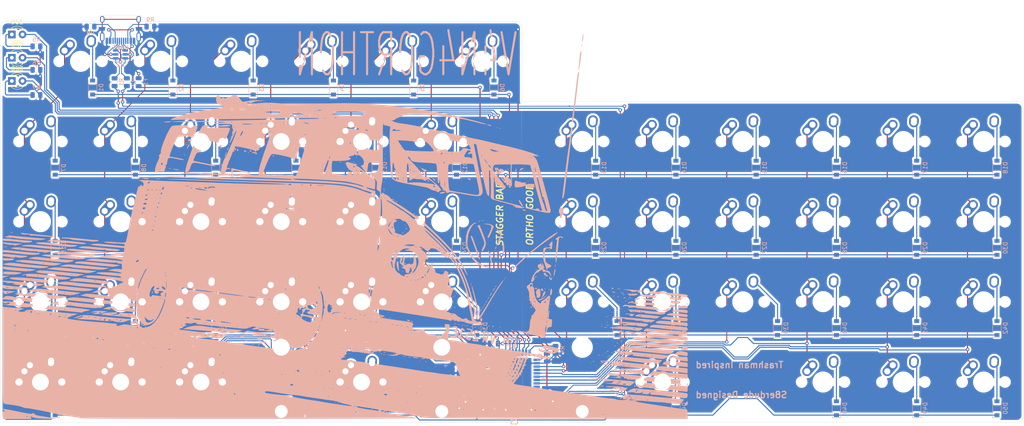
<source format=kicad_pcb>
(kicad_pcb (version 20171130) (host pcbnew "(5.1.4-0)")
  (layers (0 F.Cu signal) (31 B.Cu signal) (34 B.Paste user) (35 F.Paste user) (36 B.SilkS user) (37 F.SilkS user) (38 B.Mask user) (39 F.Mask user) (44 Edge.Cuts user))
  (net 0 "")
  (net 1 GND)
  (net 2 +5V)
  (net 3 "Net-(C3-Pad1)")
  (net 4 "Net-(C4-Pad1)")
  (net 5 "Net-(C5-Pad1)")
  (net 6 "Net-(D1-Pad2)")
  (net 7 ROW0)
  (net 8 "Net-(D2-Pad2)")
  (net 9 ROW1)
  (net 10 "Net-(D3-Pad2)")
  (net 11 "Net-(D4-Pad2)")
  (net 12 "Net-(D5-Pad2)")
  (net 13 ROW2)
  (net 14 "Net-(D6-Pad2)")
  (net 15 ROW3)
  (net 16 "Net-(D7-Pad2)")
  (net 17 "Net-(D8-Pad2)")
  (net 18 "Net-(D9-Pad2)")
  (net 19 "Net-(D10-Pad2)")
  (net 20 "Net-(D11-Pad2)")
  (net 21 "Net-(D12-Pad2)")
  (net 22 "Net-(D13-Pad2)")
  (net 23 "Net-(D14-Pad2)")
  (net 24 "Net-(D15-Pad2)")
  (net 25 "Net-(D16-Pad2)")
  (net 26 "Net-(D17-Pad2)")
  (net 27 "Net-(D18-Pad2)")
  (net 28 "Net-(D19-Pad2)")
  (net 29 "Net-(D20-Pad2)")
  (net 30 "Net-(D21-Pad2)")
  (net 31 "Net-(D22-Pad2)")
  (net 32 "Net-(D23-Pad2)")
  (net 33 "Net-(D24-Pad2)")
  (net 34 VCC)
  (net 35 COL0)
  (net 36 COL1)
  (net 37 COL2)
  (net 38 COL3)
  (net 39 COL4)
  (net 40 COL5)
  (net 41 D-)
  (net 42 "Net-(R1-Pad1)")
  (net 43 D+)
  (net 44 "Net-(R2-Pad1)")
  (net 45 "Net-(R4-Pad2)")
  (net 46 "Net-(U1-Pad42)")
  (net 47 "Net-(U1-Pad25)")
  (net 48 "Net-(U1-Pad11)")
  (net 49 "Net-(U1-Pad10)")
  (net 50 "Net-(U1-Pad9)")
  (net 51 "Net-(U1-Pad8)")
  (net 52 "Net-(D25-Pad2)")
  (net 53 "Net-(D26-Pad2)")
  (net 54 "Net-(D27-Pad2)")
  (net 55 "Net-(D28-Pad2)")
  (net 56 "Net-(D29-Pad2)")
  (net 57 "Net-(D30-Pad2)")
  (net 58 "Net-(D31-Pad2)")
  (net 59 "Net-(D32-Pad2)")
  (net 60 "Net-(D33-Pad2)")
  (net 61 "Net-(D34-Pad2)")
  (net 62 "Net-(D35-Pad2)")
  (net 63 "Net-(D36-Pad2)")
  (net 64 "Net-(D37-Pad2)")
  (net 65 "Net-(D38-Pad2)")
  (net 66 "Net-(D39-Pad2)")
  (net 67 "Net-(D40-Pad2)")
  (net 68 "Net-(D41-Pad2)")
  (net 69 "Net-(D42-Pad2)")
  (net 70 "Net-(D43-Pad2)")
  (net 71 ROW4)
  (net 72 "Net-(D44-Pad2)")
  (net 73 "Net-(D45-Pad2)")
  (net 74 "Net-(D46-Pad2)")
  (net 75 "Net-(D47-Pad2)")
  (net 76 "Net-(D48-Pad2)")
  (net 77 "Net-(D49-Pad2)")
  (net 78 COL6)
  (net 79 COL7)
  (net 80 COL8)
  (net 81 COL9)
  (net 82 COL10)
  (net 83 COL11)
  (net 84 "Net-(D50-Pad2)")
  (net 85 LED_1)
  (net 86 "Net-(D51-Pad1)")
  (net 87 LED_2)
  (net 88 "Net-(D52-Pad1)")
  (net 89 LED_3)
  (net 90 "Net-(D53-Pad1)")
  (net 91 "Net-(R8-Pad2)")
  (net 92 "Net-(USB1-Pad3)")
  (net 93 "Net-(USB1-Pad9)")
  (net 94 "Net-(R9-Pad2)")
  (net 95 "Net-(D54-Pad2)")
  (module SILK:ORTHOVAN2 (layer B.Cu) (at 105.664 77.343 180)
    (fp_text reference G*** hide)
    (fp_text value LOGO hide)
  )
  (module Fuse:Fuse_0805_2012Metric (layer B.Cu) (at 56.642 43.053 90)
    (fp_text reference F1 (at 0 1.65 90) (layer B.SilkS) (effects (justify mirror)))
    (fp_text value 500mA)
    (pad 2 smd roundrect (at 0.9375 0 90) (size 0.975 1.4) (layers B.Cu B.Paste B.Mask) (net 34 VCC))
    (pad 1 smd roundrect (at -0.9375 0 90) (size 0.975 1.4) (layers B.Cu B.Paste B.Mask) (net 2 +5V))
  )
  (module Diode_SMD:D_SOD-123 (layer B.Cu) (at 122.555 114.554)
    (fp_text reference D54 (at 0 2 180) (layer B.SilkS) (effects (justify mirror)))
    (fp_text value SOD-123)
    (pad 2 smd rect (at 1.65 0) (size 0.9 1.2) (layers B.Cu B.Paste B.Mask) (net 95 "Net-(D54-Pad2)"))
    (pad 1 smd rect (at -1.65 0) (size 0.9 1.2) (layers B.Cu B.Paste B.Mask) (net 1 GND))
  )
  (module MX_Alps_Hybrid:MX-1U-NoLED (layer F.Cu) (at 257.175 114.3)
    (fp_text reference MX50)
    (fp_text value MX-NoLED)
    (pad "" np_thru_hole circle (at 5.08 0 48.0996) (size 1.75 1.75) (drill 1.75) (layers *.Cu *.Mask))
    (pad "" np_thru_hole circle (at -5.08 0 48.0996) (size 1.75 1.75) (drill 1.75) (layers *.Cu *.Mask))
    (pad 1 thru_hole circle (at -2.5 -4) (size 2.25 2.25) (drill 1.47) (layers *.Cu B.Mask) (net 83 COL11))
    (pad "" np_thru_hole circle (at 0 0) (size 3.9878 3.9878) (drill 3.9878) (layers *.Cu *.Mask))
    (pad 1 thru_hole oval (at -3.81 -2.54 48.0996) (size 4.211556 2.25) (drill 1.47 (offset 0.980778 0)) (layers *.Cu B.Mask) (net 83 COL11))
    (pad 2 thru_hole circle (at 2.54 -5.08) (size 2.25 2.25) (drill 1.47) (layers *.Cu B.Mask) (net 84 "Net-(D50-Pad2)"))
    (pad 2 thru_hole oval (at 2.5 -4.5 86.0548) (size 2.831378 2.25) (drill 1.47 (offset 0.290689 0)) (layers *.Cu B.Mask) (net 84 "Net-(D50-Pad2)"))
  )
  (module Package_TO_SOT_SMD:SOT-23-6 (layer B.Cu) (at 52.324 36.449)
    (fp_text reference U2 (at 0 2.4) (layer B.SilkS) (effects (justify mirror)))
    (fp_text value SRV05-4)
    (pad 6 smd roundrect (at 1.1375 0.95) (size 1.325 0.6) (layers B.Cu B.Paste B.Mask) (net 43 D+))
    (pad 5 smd roundrect (at 1.1375 0) (size 1.325 0.6) (layers B.Cu B.Paste B.Mask) (net 34 VCC))
    (pad 4 smd roundrect (at 1.1375 -0.95) (size 1.325 0.6) (layers B.Cu B.Paste B.Mask) (net 41 D-))
    (pad 3 smd roundrect (at -1.1375 -0.95) (size 1.325 0.6) (layers B.Cu B.Paste B.Mask) (net 43 D+))
    (pad 2 smd roundrect (at -1.1375 0) (size 1.325 0.6) (layers B.Cu B.Paste B.Mask) (net 1 GND))
    (pad 1 smd roundrect (at -1.1375 0.95) (size 1.325 0.6) (layers B.Cu B.Paste B.Mask) (net 41 D-))
  )
  (module Crystal:Crystal_SMD_3225-4Pin_3.2x2.5mm (layer B.Cu) (at 133.604 113.284 270)
    (fp_text reference Y1 (at 0 2.45 90) (layer B.SilkS) (effects (justify mirror)))
    (fp_text value 16MHz)
    (pad 4 smd rect (at -1.1 0.85 270) (size 1.4 1.2) (layers B.Cu B.Paste B.Mask) (net 1 GND))
    (pad 3 smd rect (at 1.1 0.85 270) (size 1.4 1.2) (layers B.Cu B.Paste B.Mask) (net 5 "Net-(C5-Pad1)"))
    (pad 2 smd rect (at 1.1 -0.85 270) (size 1.4 1.2) (layers B.Cu B.Paste B.Mask) (net 1 GND))
    (pad 1 smd rect (at -1.1 -0.85 270) (size 1.4 1.2) (layers B.Cu B.Paste B.Mask) (net 4 "Net-(C4-Pad1)"))
  )
  (module Type-C:HRO-TYPE-C-31-M-12 (layer B.Cu) (at 52.324 25.527)
    (fp_text reference USB1 (at 0 9.25) (layer B.SilkS) (effects (justify mirror)))
    (fp_text value HRO-TYPE-C-31-M-12)
    (pad 12 smd rect (at 3.225 7.695) (size 0.6 1.45) (layers B.Cu B.Paste B.Mask) (net 1 GND))
    (pad 1 smd rect (at -3.225 7.695) (size 0.6 1.45) (layers B.Cu B.Paste B.Mask) (net 1 GND))
    (pad 11 smd rect (at 2.45 7.695) (size 0.6 1.45) (layers B.Cu B.Paste B.Mask) (net 34 VCC))
    (pad 2 smd rect (at -2.45 7.695) (size 0.6 1.45) (layers B.Cu B.Paste B.Mask) (net 34 VCC))
    (pad 3 smd rect (at -1.75 7.695) (size 0.3 1.45) (layers B.Cu B.Paste B.Mask) (net 92 "Net-(USB1-Pad3)"))
    (pad 10 smd rect (at 1.75 7.695) (size 0.3 1.45) (layers B.Cu B.Paste B.Mask) (net 94 "Net-(R9-Pad2)"))
    (pad 4 smd rect (at -1.25 7.695) (size 0.3 1.45) (layers B.Cu B.Paste B.Mask) (net 91 "Net-(R8-Pad2)"))
    (pad 9 smd rect (at 1.25 7.695) (size 0.3 1.45) (layers B.Cu B.Paste B.Mask) (net 93 "Net-(USB1-Pad9)"))
    (pad 5 smd rect (at -0.75 7.695) (size 0.3 1.45) (layers B.Cu B.Paste B.Mask) (net 41 D-))
    (pad 8 smd rect (at 0.75 7.695) (size 0.3 1.45) (layers B.Cu B.Paste B.Mask) (net 43 D+))
    (pad 7 smd rect (at 0.25 7.695) (size 0.3 1.45) (layers B.Cu B.Paste B.Mask) (net 41 D-))
    (pad 6 smd rect (at -0.25 7.695) (size 0.3 1.45) (layers B.Cu B.Paste B.Mask) (net 43 D+))
    (pad "" np_thru_hole circle (at 2.89 6.25) (size 0.65 0.65) (drill 0.65) (layers *.Cu *.Mask))
    (pad "" np_thru_hole circle (at -2.89 6.25) (size 0.65 0.65) (drill 0.65) (layers *.Cu *.Mask))
    (pad 13 thru_hole oval (at -4.32 6.78) (size 1 2.1) (drill oval 0.6 1.7) (layers *.Cu F.Mask) (net 1 GND))
    (pad 13 thru_hole oval (at 4.32 6.78) (size 1 2.1) (drill oval 0.6 1.7) (layers *.Cu F.Mask) (net 1 GND))
    (pad 13 thru_hole oval (at -4.32 2.6) (size 1 1.6) (drill oval 0.6 1.2) (layers *.Cu F.Mask) (net 1 GND))
    (pad 13 thru_hole oval (at 4.32 2.6) (size 1 1.6) (drill oval 0.6 1.2) (layers *.Cu F.Mask) (net 1 GND))
  )
  (module Package_QFP:TQFP-44_10x10mm_P0.8mm (layer B.Cu) (at 145.415 113.03 90)
    (fp_text reference U1 (at 0 7.45 90) (layer B.SilkS) (effects (justify mirror)))
    (fp_text value ATmega32U4-A)
    (pad 44 smd rect (at -4 5.7) (size 1.5 0.55) (layers B.Cu B.Paste B.Mask) (net 2 +5V))
    (pad 43 smd rect (at -3.2 5.7) (size 1.5 0.55) (layers B.Cu B.Paste B.Mask) (net 1 GND))
    (pad 42 smd rect (at -2.4 5.7) (size 1.5 0.55) (layers B.Cu B.Paste B.Mask) (net 46 "Net-(U1-Pad42)"))
    (pad 41 smd rect (at -1.6 5.7) (size 1.5 0.55) (layers B.Cu B.Paste B.Mask) (net 83 COL11))
    (pad 40 smd rect (at -0.8 5.7) (size 1.5 0.55) (layers B.Cu B.Paste B.Mask) (net 82 COL10))
    (pad 39 smd rect (at 0 5.7) (size 1.5 0.55) (layers B.Cu B.Paste B.Mask) (net 81 COL9))
    (pad 38 smd rect (at 0.8 5.7) (size 1.5 0.55) (layers B.Cu B.Paste B.Mask) (net 80 COL8))
    (pad 37 smd rect (at 1.6 5.7) (size 1.5 0.55) (layers B.Cu B.Paste B.Mask) (net 78 COL6))
    (pad 36 smd rect (at 2.4 5.7) (size 1.5 0.55) (layers B.Cu B.Paste B.Mask) (net 40 COL5))
    (pad 35 smd rect (at 3.2 5.7) (size 1.5 0.55) (layers B.Cu B.Paste B.Mask) (net 1 GND))
    (pad 34 smd rect (at 4 5.7) (size 1.5 0.55) (layers B.Cu B.Paste B.Mask) (net 2 +5V))
    (pad 33 smd rect (at 5.7 4 90) (size 1.5 0.55) (layers B.Cu B.Paste B.Mask) (net 45 "Net-(R4-Pad2)"))
    (pad 32 smd rect (at 5.7 3.2 90) (size 1.5 0.55) (layers B.Cu B.Paste B.Mask) (net 7 ROW0))
    (pad 31 smd rect (at 5.7 2.4 90) (size 1.5 0.55) (layers B.Cu B.Paste B.Mask) (net 9 ROW1))
    (pad 30 smd rect (at 5.7 1.6 90) (size 1.5 0.55) (layers B.Cu B.Paste B.Mask) (net 13 ROW2))
    (pad 29 smd rect (at 5.7 0.8 90) (size 1.5 0.55) (layers B.Cu B.Paste B.Mask) (net 15 ROW3))
    (pad 28 smd rect (at 5.7 0 90) (size 1.5 0.55) (layers B.Cu B.Paste B.Mask) (net 85 LED_1))
    (pad 27 smd rect (at 5.7 -0.8 90) (size 1.5 0.55) (layers B.Cu B.Paste B.Mask) (net 87 LED_2))
    (pad 26 smd rect (at 5.7 -1.6 90) (size 1.5 0.55) (layers B.Cu B.Paste B.Mask) (net 89 LED_3))
    (pad 25 smd rect (at 5.7 -2.4 90) (size 1.5 0.55) (layers B.Cu B.Paste B.Mask) (net 47 "Net-(U1-Pad25)"))
    (pad 24 smd rect (at 5.7 -3.2 90) (size 1.5 0.55) (layers B.Cu B.Paste B.Mask) (net 2 +5V))
    (pad 23 smd rect (at 5.7 -4 90) (size 1.5 0.55) (layers B.Cu B.Paste B.Mask) (net 1 GND))
    (pad 22 smd rect (at 4 -5.7) (size 1.5 0.55) (layers B.Cu B.Paste B.Mask) (net 39 COL4))
    (pad 21 smd rect (at 3.2 -5.7) (size 1.5 0.55) (layers B.Cu B.Paste B.Mask) (net 35 COL0))
    (pad 20 smd rect (at 2.4 -5.7) (size 1.5 0.55) (layers B.Cu B.Paste B.Mask) (net 36 COL1))
    (pad 19 smd rect (at 1.6 -5.7) (size 1.5 0.55) (layers B.Cu B.Paste B.Mask) (net 37 COL2))
    (pad 18 smd rect (at 0.8 -5.7) (size 1.5 0.55) (layers B.Cu B.Paste B.Mask) (net 38 COL3))
    (pad 17 smd rect (at 0 -5.7) (size 1.5 0.55) (layers B.Cu B.Paste B.Mask) (net 4 "Net-(C4-Pad1)"))
    (pad 16 smd rect (at -0.8 -5.7) (size 1.5 0.55) (layers B.Cu B.Paste B.Mask) (net 5 "Net-(C5-Pad1)"))
    (pad 15 smd rect (at -1.6 -5.7) (size 1.5 0.55) (layers B.Cu B.Paste B.Mask) (net 1 GND))
    (pad 14 smd rect (at -2.4 -5.7) (size 1.5 0.55) (layers B.Cu B.Paste B.Mask) (net 2 +5V))
    (pad 13 smd rect (at -3.2 -5.7) (size 1.5 0.55) (layers B.Cu B.Paste B.Mask) (net 95 "Net-(D54-Pad2)"))
    (pad 12 smd rect (at -4 -5.7) (size 1.5 0.55) (layers B.Cu B.Paste B.Mask) (net 71 ROW4))
    (pad 11 smd rect (at -5.7 -4 90) (size 1.5 0.55) (layers B.Cu B.Paste B.Mask) (net 48 "Net-(U1-Pad11)"))
    (pad 10 smd rect (at -5.7 -3.2 90) (size 1.5 0.55) (layers B.Cu B.Paste B.Mask) (net 49 "Net-(U1-Pad10)"))
    (pad 9 smd rect (at -5.7 -2.4 90) (size 1.5 0.55) (layers B.Cu B.Paste B.Mask) (net 50 "Net-(U1-Pad9)"))
    (pad 8 smd rect (at -5.7 -1.6 90) (size 1.5 0.55) (layers B.Cu B.Paste B.Mask) (net 51 "Net-(U1-Pad8)"))
    (pad 7 smd rect (at -5.7 -0.8 90) (size 1.5 0.55) (layers B.Cu B.Paste B.Mask) (net 2 +5V))
    (pad 6 smd rect (at -5.7 0 90) (size 1.5 0.55) (layers B.Cu B.Paste B.Mask) (net 3 "Net-(C3-Pad1)"))
    (pad 5 smd rect (at -5.7 0.8 90) (size 1.5 0.55) (layers B.Cu B.Paste B.Mask) (net 1 GND))
    (pad 4 smd rect (at -5.7 1.6 90) (size 1.5 0.55) (layers B.Cu B.Paste B.Mask) (net 44 "Net-(R2-Pad1)"))
    (pad 3 smd rect (at -5.7 2.4 90) (size 1.5 0.55) (layers B.Cu B.Paste B.Mask) (net 42 "Net-(R1-Pad1)"))
    (pad 2 smd rect (at -5.7 3.2 90) (size 1.5 0.55) (layers B.Cu B.Paste B.Mask) (net 2 +5V))
    (pad 1 smd rect (at -5.7 4 90) (size 1.5 0.55) (layers B.Cu B.Paste B.Mask) (net 79 COL7))
  )
  (module Resistor_SMD:R_0805_2012Metric (layer B.Cu) (at 59.436 29.845 180)
    (fp_text reference R9 (at 0 1.65) (layer B.SilkS) (effects (justify mirror)))
    (fp_text value 5.1K)
    (pad 2 smd roundrect (at 0.9125 0 180) (size 1.025 1.4) (layers B.Cu B.Paste B.Mask) (roundrect_rratio 0.243902) (net 94 "Net-(R9-Pad2)"))
    (pad 1 smd roundrect (at -0.9125 0 180) (size 1.025 1.4) (layers B.Cu B.Paste B.Mask) (roundrect_rratio 0.243902) (net 1 GND))
  )
  (module Resistor_SMD:R_0805_2012Metric (layer B.Cu) (at 45.212 29.845)
    (fp_text reference R8 (at 0 1.65 180) (layer B.SilkS) (effects (justify mirror)))
    (fp_text value 5.1K)
    (pad 2 smd roundrect (at 0.9125 0) (size 1.025 1.4) (layers B.Cu B.Paste B.Mask) (roundrect_rratio 0.243902) (net 91 "Net-(R8-Pad2)"))
    (pad 1 smd roundrect (at -0.9125 0) (size 1.025 1.4) (layers B.Cu B.Paste B.Mask) (roundrect_rratio 0.243902) (net 1 GND))
  )
  (module Resistor_SMD:R_0805_2012Metric (layer B.Cu) (at 32.385 46.101 180)
    (fp_text reference R7 (at 0 1.65) (layer B.SilkS) (effects (justify mirror)))
    (fp_text value 330)
    (pad 2 smd roundrect (at 0.9125 0 180) (size 1.025 1.4) (layers B.Cu B.Paste B.Mask) (roundrect_rratio 0.243902) (net 90 "Net-(D53-Pad1)"))
    (pad 1 smd roundrect (at -0.9125 0 180) (size 1.025 1.4) (layers B.Cu B.Paste B.Mask) (roundrect_rratio 0.243902) (net 1 GND))
  )
  (module Resistor_SMD:R_0805_2012Metric (layer B.Cu) (at 32.385 40.132 180)
    (fp_text reference R6 (at 0 1.65) (layer B.SilkS) (effects (justify mirror)))
    (fp_text value 330)
    (pad 2 smd roundrect (at 0.9125 0 180) (size 1.025 1.4) (layers B.Cu B.Paste B.Mask) (roundrect_rratio 0.243902) (net 88 "Net-(D52-Pad1)"))
    (pad 1 smd roundrect (at -0.9125 0 180) (size 1.025 1.4) (layers B.Cu B.Paste B.Mask) (roundrect_rratio 0.243902) (net 1 GND))
  )
  (module Resistor_SMD:R_0805_2012Metric (layer B.Cu) (at 32.385 34.544 180)
    (fp_text reference R5 (at 0 1.65) (layer B.SilkS) (effects (justify mirror)))
    (fp_text value 330)
    (pad 2 smd roundrect (at 0.9125 0 180) (size 1.025 1.4) (layers B.Cu B.Paste B.Mask) (roundrect_rratio 0.243902) (net 86 "Net-(D51-Pad1)"))
    (pad 1 smd roundrect (at -0.9125 0 180) (size 1.025 1.4) (layers B.Cu B.Paste B.Mask) (roundrect_rratio 0.243902) (net 1 GND))
  )
  (module Resistor_SMD:R_0805_2012Metric (layer B.Cu) (at 155.575 106.6565 90)
    (fp_text reference R4 (at 0 1.65 90) (layer B.SilkS) (effects (justify mirror)))
    (fp_text value 10k)
    (pad 2 smd roundrect (at 0.9125 0 90) (size 1.025 1.4) (layers B.Cu B.Paste B.Mask) (roundrect_rratio 0.243902) (net 45 "Net-(R4-Pad2)"))
    (pad 1 smd roundrect (at -0.9125 0 90) (size 1.025 1.4) (layers B.Cu B.Paste B.Mask) (roundrect_rratio 0.243902) (net 1 GND))
  )
  (module Resistor_SMD:R_0805_2012Metric (layer B.Cu) (at 53.848 43.053 90)
    (fp_text reference R2 (at 0 1.65 90) (layer B.SilkS) (effects (justify mirror)))
    (fp_text value 22)
    (pad 2 smd roundrect (at 0.9125 0 90) (size 1.025 1.4) (layers B.Cu B.Paste B.Mask) (roundrect_rratio 0.243902) (net 43 D+))
    (pad 1 smd roundrect (at -0.9125 0 90) (size 1.025 1.4) (layers B.Cu B.Paste B.Mask) (roundrect_rratio 0.243902) (net 44 "Net-(R2-Pad1)"))
  )
  (module Resistor_SMD:R_0805_2012Metric (layer B.Cu) (at 50.927 43.053 90)
    (fp_text reference R1 (at 0 1.65 90) (layer B.SilkS) (effects (justify mirror)))
    (fp_text value 22)
    (pad 2 smd roundrect (at 0.9125 0 90) (size 1.025 1.4) (layers B.Cu B.Paste B.Mask) (roundrect_rratio 0.243902) (net 41 D-))
    (pad 1 smd roundrect (at -0.9125 0 90) (size 1.025 1.4) (layers B.Cu B.Paste B.Mask) (roundrect_rratio 0.243902) (net 42 "Net-(R1-Pad1)"))
  )
  (module LED_THT:LED_D3.0mm (layer F.Cu) (at 26.543 42.767)
    (fp_text reference D53 (at 1.27 -2.96) (layer F.SilkS))
    (fp_text value LED)
    (pad 2 thru_hole circle (at 2.54 0) (size 1.8 1.8) (drill 0.9) (layers *.Cu *.Mask) (net 89 LED_3))
    (pad 1 thru_hole rect (at 0 0) (size 1.8 1.8) (drill 0.9) (layers *.Cu *.Mask) (net 90 "Net-(D53-Pad1)"))
  )
  (module LED_THT:LED_D3.0mm (layer F.Cu) (at 26.543 37.242)
    (fp_text reference D52 (at 1.27 -2.96) (layer F.SilkS))
    (fp_text value LED)
    (pad 2 thru_hole circle (at 2.54 0) (size 1.8 1.8) (drill 0.9) (layers *.Cu *.Mask) (net 87 LED_2))
    (pad 1 thru_hole rect (at 0 0) (size 1.8 1.8) (drill 0.9) (layers *.Cu *.Mask) (net 88 "Net-(D52-Pad1)"))
  )
  (module LED_THT:LED_D3.0mm (layer F.Cu) (at 26.543 31.717)
    (fp_text reference D51 (at 1.27 -2.96) (layer F.SilkS))
    (fp_text value LED)
    (pad 2 thru_hole circle (at 2.54 0) (size 1.8 1.8) (drill 0.9) (layers *.Cu *.Mask) (net 85 LED_1))
    (pad 1 thru_hole rect (at 0 0) (size 1.8 1.8) (drill 0.9) (layers *.Cu *.Mask) (net 86 "Net-(D51-Pad1)"))
  )
  (module Capacitor_SMD:C_0805_2012Metric (layer B.Cu) (at 153.543 108.458 270)
    (fp_text reference C7 (at 0 1.68 90) (layer B.SilkS) (effects (justify mirror)))
    (fp_text value 10uF)
    (pad 2 smd roundrect (at 0.95 0 270) (size 1 1.45) (layers B.Cu B.Paste B.Mask) (net 1 GND))
    (pad 1 smd roundrect (at -0.95 0 270) (size 1 1.45) (layers B.Cu B.Paste B.Mask) (net 2 +5V))
  )
  (module Capacitor_SMD:C_0805_2012Metric (layer B.Cu) (at 136.779 119.888 90)
    (fp_text reference C6 (at 0 1.68 90) (layer B.SilkS) (effects (justify mirror)))
    (fp_text value 0.1uF)
    (pad 2 smd roundrect (at 0.95 0 90) (size 1 1.45) (layers B.Cu B.Paste B.Mask) (net 1 GND))
    (pad 1 smd roundrect (at -0.95 0 90) (size 1 1.45) (layers B.Cu B.Paste B.Mask) (net 2 +5V))
  )
  (module Capacitor_SMD:C_0805_2012Metric (layer B.Cu) (at 133.604 116.586)
    (fp_text reference C5 (at 0 1.68) (layer B.SilkS) (effects (justify mirror)))
    (fp_text value 22pF)
    (pad 2 smd roundrect (at 0.95 0) (size 1 1.45) (layers B.Cu B.Paste B.Mask) (net 1 GND))
    (pad 1 smd roundrect (at -0.95 0) (size 1 1.45) (layers B.Cu B.Paste B.Mask) (net 5 "Net-(C5-Pad1)"))
  )
  (module Capacitor_SMD:C_0805_2012Metric (layer B.Cu) (at 133.604 110.109 180)
    (fp_text reference C4 (at 0 1.68) (layer B.SilkS) (effects (justify mirror)))
    (fp_text value 22pF)
    (pad 2 smd roundrect (at 0.95 0 180) (size 1 1.45) (layers B.Cu B.Paste B.Mask) (net 1 GND))
    (pad 1 smd roundrect (at -0.95 0 180) (size 1 1.45) (layers B.Cu B.Paste B.Mask) (net 4 "Net-(C4-Pad1)"))
  )
  (module Capacitor_SMD:C_0805_2012Metric (layer B.Cu) (at 145.796 122.174)
    (fp_text reference C3 (at 0 1.68) (layer B.SilkS) (effects (justify mirror)))
    (fp_text value 1uF)
    (pad 2 smd roundrect (at 0.95 0) (size 1 1.45) (layers B.Cu B.Paste B.Mask) (net 1 GND))
    (pad 1 smd roundrect (at -0.95 0) (size 1 1.45) (layers B.Cu B.Paste B.Mask) (net 3 "Net-(C3-Pad1)"))
  )
  (module Capacitor_SMD:C_0805_2012Metric (layer B.Cu) (at 153.543 117.983 90)
    (fp_text reference C2 (at 0 1.68 90) (layer B.SilkS) (effects (justify mirror)))
    (fp_text value 0.1uF)
    (pad 2 smd roundrect (at 0.95 0 90) (size 1 1.45) (layers B.Cu B.Paste B.Mask) (net 1 GND))
    (pad 1 smd roundrect (at -0.95 0 90) (size 1 1.45) (layers B.Cu B.Paste B.Mask) (net 2 +5V))
  )
  (module Capacitor_SMD:C_0805_2012Metric (layer B.Cu) (at 140.97 105.156 180)
    (fp_text reference C1 (at 0 1.68) (layer B.SilkS) (effects (justify mirror)))
    (fp_text value 0.1uF)
    (pad 2 smd roundrect (at 0.95 0 180) (size 1 1.45) (layers B.Cu B.Paste B.Mask) (net 1 GND))
    (pad 1 smd roundrect (at -0.95 0 180) (size 1 1.45) (layers B.Cu B.Paste B.Mask) (net 2 +5V))
  )
  (module MX_Alps_Hybrid:MX-1U-NoLED (layer F.Cu) (at 219.075 95.200399)
    (fp_text reference MX40)
    (fp_text value MX-NoLED)
    (pad "" np_thru_hole circle (at 5.08 0 48.0996) (size 1.75 1.75) (drill 1.75) (layers *.Cu *.Mask))
    (pad "" np_thru_hole circle (at -5.08 0 48.0996) (size 1.75 1.75) (drill 1.75) (layers *.Cu *.Mask))
    (pad 1 thru_hole circle (at -2.5 -4) (size 2.25 2.25) (drill 1.47) (layers *.Cu B.Mask) (net 81 COL9))
    (pad "" np_thru_hole circle (at 0 0) (size 3.9878 3.9878) (drill 3.9878) (layers *.Cu *.Mask))
    (pad 1 thru_hole oval (at -3.81 -2.54 48.0996) (size 4.211556 2.25) (drill 1.47 (offset 0.980778 0)) (layers *.Cu B.Mask) (net 81 COL9))
    (pad 2 thru_hole circle (at 2.54 -5.08) (size 2.25 2.25) (drill 1.47) (layers *.Cu B.Mask) (net 67 "Net-(D40-Pad2)"))
    (pad 2 thru_hole oval (at 2.5 -4.5 86.0548) (size 2.831378 2.25) (drill 1.47 (offset 0.290689 0)) (layers *.Cu B.Mask) (net 67 "Net-(D40-Pad2)"))
  )
  (module Diode_SMD:D_SOD-123 (layer B.Cu) (at 260.35 120.524 90)
    (fp_text reference D50 (at 0 2 90) (layer B.SilkS) (effects (justify mirror)))
    (fp_text value SOD-123)
    (pad 2 smd rect (at 1.65 0 90) (size 0.9 1.2) (layers B.Cu B.Paste B.Mask) (net 84 "Net-(D50-Pad2)"))
    (pad 1 smd rect (at -1.65 0 90) (size 0.9 1.2) (layers B.Cu B.Paste B.Mask) (net 71 ROW4))
  )
  (module MX_Alps_Hybrid:MX-1U-NoLED (layer F.Cu) (at 238.125 114.3)
    (fp_text reference MX49)
    (fp_text value MX-NoLED)
    (pad "" np_thru_hole circle (at 5.08 0 48.0996) (size 1.75 1.75) (drill 1.75) (layers *.Cu *.Mask))
    (pad "" np_thru_hole circle (at -5.08 0 48.0996) (size 1.75 1.75) (drill 1.75) (layers *.Cu *.Mask))
    (pad 1 thru_hole circle (at -2.5 -4) (size 2.25 2.25) (drill 1.47) (layers *.Cu B.Mask) (net 82 COL10))
    (pad "" np_thru_hole circle (at 0 0) (size 3.9878 3.9878) (drill 3.9878) (layers *.Cu *.Mask))
    (pad 1 thru_hole oval (at -3.81 -2.54 48.0996) (size 4.211556 2.25) (drill 1.47 (offset 0.980778 0)) (layers *.Cu B.Mask) (net 82 COL10))
    (pad 2 thru_hole circle (at 2.54 -5.08) (size 2.25 2.25) (drill 1.47) (layers *.Cu B.Mask) (net 77 "Net-(D49-Pad2)"))
    (pad 2 thru_hole oval (at 2.5 -4.5 86.0548) (size 2.831378 2.25) (drill 1.47 (offset 0.290689 0)) (layers *.Cu B.Mask) (net 77 "Net-(D49-Pad2)"))
  )
  (module MX_Alps_Hybrid:MX-1U-NoLED (layer F.Cu) (at 219.075 114.3)
    (fp_text reference MX48)
    (fp_text value MX-NoLED)
    (pad "" np_thru_hole circle (at 5.08 0 48.0996) (size 1.75 1.75) (drill 1.75) (layers *.Cu *.Mask))
    (pad "" np_thru_hole circle (at -5.08 0 48.0996) (size 1.75 1.75) (drill 1.75) (layers *.Cu *.Mask))
    (pad 1 thru_hole circle (at -2.5 -4) (size 2.25 2.25) (drill 1.47) (layers *.Cu B.Mask) (net 81 COL9))
    (pad "" np_thru_hole circle (at 0 0) (size 3.9878 3.9878) (drill 3.9878) (layers *.Cu *.Mask))
    (pad 1 thru_hole oval (at -3.81 -2.54 48.0996) (size 4.211556 2.25) (drill 1.47 (offset 0.980778 0)) (layers *.Cu B.Mask) (net 81 COL9))
    (pad 2 thru_hole circle (at 2.54 -5.08) (size 2.25 2.25) (drill 1.47) (layers *.Cu B.Mask) (net 76 "Net-(D48-Pad2)"))
    (pad 2 thru_hole oval (at 2.5 -4.5 86.0548) (size 2.831378 2.25) (drill 1.47 (offset 0.290689 0)) (layers *.Cu B.Mask) (net 76 "Net-(D48-Pad2)"))
  )
  (module MX_Alps_Hybrid:MX-3U-ReversedStabilizers-NoLED (layer F.Cu) (at 180.975 114.3)
    (fp_text reference MX47)
    (fp_text value MX-NoLED)
    (pad "" np_thru_hole circle (at 19.05 -8.255) (size 3.9878 3.9878) (drill 3.9878) (layers *.Cu *.Mask))
    (pad "" np_thru_hole circle (at -19.05 -8.255) (size 3.9878 3.9878) (drill 3.9878) (layers *.Cu *.Mask))
    (pad "" np_thru_hole circle (at 19.05 6.985) (size 3.048 3.048) (drill 3.048) (layers *.Cu *.Mask))
    (pad "" np_thru_hole circle (at -19.05 6.985) (size 3.048 3.048) (drill 3.048) (layers *.Cu *.Mask))
    (pad "" np_thru_hole circle (at 5.08 0 48.0996) (size 1.75 1.75) (drill 1.75) (layers *.Cu *.Mask))
    (pad "" np_thru_hole circle (at -5.08 0 48.0996) (size 1.75 1.75) (drill 1.75) (layers *.Cu *.Mask))
    (pad 1 thru_hole circle (at -2.5 -4) (size 2.25 2.25) (drill 1.47) (layers *.Cu B.Mask) (net 79 COL7))
    (pad "" np_thru_hole circle (at 0 0) (size 3.9878 3.9878) (drill 3.9878) (layers *.Cu *.Mask))
    (pad 1 thru_hole oval (at -3.81 -2.54 48.0996) (size 4.211556 2.25) (drill 1.47 (offset 0.980778 0)) (layers *.Cu B.Mask) (net 79 COL7))
    (pad 2 thru_hole circle (at 2.54 -5.08) (size 2.25 2.25) (drill 1.47) (layers *.Cu B.Mask) (net 75 "Net-(D47-Pad2)"))
    (pad 2 thru_hole oval (at 2.5 -4.5 86.0548) (size 2.831378 2.25) (drill 1.47 (offset 0.290689 0)) (layers *.Cu B.Mask) (net 75 "Net-(D47-Pad2)"))
  )
  (module MX_Alps_Hybrid:MX-3U-ReversedStabilizers-NoLED (layer F.Cu) (at 109.5375 114.3)
    (fp_text reference MX46)
    (fp_text value MX-NoLED)
    (pad "" np_thru_hole circle (at 19.05 -8.255) (size 3.9878 3.9878) (drill 3.9878) (layers *.Cu *.Mask))
    (pad "" np_thru_hole circle (at -19.05 -8.255) (size 3.9878 3.9878) (drill 3.9878) (layers *.Cu *.Mask))
    (pad "" np_thru_hole circle (at 19.05 6.985) (size 3.048 3.048) (drill 3.048) (layers *.Cu *.Mask))
    (pad "" np_thru_hole circle (at -19.05 6.985) (size 3.048 3.048) (drill 3.048) (layers *.Cu *.Mask))
    (pad "" np_thru_hole circle (at 5.08 0 48.0996) (size 1.75 1.75) (drill 1.75) (layers *.Cu *.Mask))
    (pad "" np_thru_hole circle (at -5.08 0 48.0996) (size 1.75 1.75) (drill 1.75) (layers *.Cu *.Mask))
    (pad 1 thru_hole circle (at -2.5 -4) (size 2.25 2.25) (drill 1.47) (layers *.Cu B.Mask) (net 39 COL4))
    (pad "" np_thru_hole circle (at 0 0) (size 3.9878 3.9878) (drill 3.9878) (layers *.Cu *.Mask))
    (pad 1 thru_hole oval (at -3.81 -2.54 48.0996) (size 4.211556 2.25) (drill 1.47 (offset 0.980778 0)) (layers *.Cu B.Mask) (net 39 COL4))
    (pad 2 thru_hole circle (at 2.54 -5.08) (size 2.25 2.25) (drill 1.47) (layers *.Cu B.Mask) (net 74 "Net-(D46-Pad2)"))
    (pad 2 thru_hole oval (at 2.5 -4.5 86.0548) (size 2.831378 2.25) (drill 1.47 (offset 0.290689 0)) (layers *.Cu B.Mask) (net 74 "Net-(D46-Pad2)"))
  )
  (module MX_Alps_Hybrid:MX-1U-NoLED (layer F.Cu) (at 71.4375 114.3)
    (fp_text reference MX45)
    (fp_text value MX-NoLED)
    (pad "" np_thru_hole circle (at 5.08 0 48.0996) (size 1.75 1.75) (drill 1.75) (layers *.Cu *.Mask))
    (pad "" np_thru_hole circle (at -5.08 0 48.0996) (size 1.75 1.75) (drill 1.75) (layers *.Cu *.Mask))
    (pad 1 thru_hole circle (at -2.5 -4) (size 2.25 2.25) (drill 1.47) (layers *.Cu B.Mask) (net 37 COL2))
    (pad "" np_thru_hole circle (at 0 0) (size 3.9878 3.9878) (drill 3.9878) (layers *.Cu *.Mask))
    (pad 1 thru_hole oval (at -3.81 -2.54 48.0996) (size 4.211556 2.25) (drill 1.47 (offset 0.980778 0)) (layers *.Cu B.Mask) (net 37 COL2))
    (pad 2 thru_hole circle (at 2.54 -5.08) (size 2.25 2.25) (drill 1.47) (layers *.Cu B.Mask) (net 73 "Net-(D45-Pad2)"))
    (pad 2 thru_hole oval (at 2.5 -4.5 86.0548) (size 2.831378 2.25) (drill 1.47 (offset 0.290689 0)) (layers *.Cu B.Mask) (net 73 "Net-(D45-Pad2)"))
  )
  (module MX_Alps_Hybrid:MX-1U-NoLED (layer F.Cu) (at 52.3875 114.3)
    (fp_text reference MX44)
    (fp_text value MX-NoLED)
    (pad "" np_thru_hole circle (at 5.08 0 48.0996) (size 1.75 1.75) (drill 1.75) (layers *.Cu *.Mask))
    (pad "" np_thru_hole circle (at -5.08 0 48.0996) (size 1.75 1.75) (drill 1.75) (layers *.Cu *.Mask))
    (pad 1 thru_hole circle (at -2.5 -4) (size 2.25 2.25) (drill 1.47) (layers *.Cu B.Mask) (net 36 COL1))
    (pad "" np_thru_hole circle (at 0 0) (size 3.9878 3.9878) (drill 3.9878) (layers *.Cu *.Mask))
    (pad 1 thru_hole oval (at -3.81 -2.54 48.0996) (size 4.211556 2.25) (drill 1.47 (offset 0.980778 0)) (layers *.Cu B.Mask) (net 36 COL1))
    (pad 2 thru_hole circle (at 2.54 -5.08) (size 2.25 2.25) (drill 1.47) (layers *.Cu B.Mask) (net 72 "Net-(D44-Pad2)"))
    (pad 2 thru_hole oval (at 2.5 -4.5 86.0548) (size 2.831378 2.25) (drill 1.47 (offset 0.290689 0)) (layers *.Cu B.Mask) (net 72 "Net-(D44-Pad2)"))
  )
  (module MX_Alps_Hybrid:MX-1U-NoLED (layer F.Cu) (at 33.3375 114.3)
    (fp_text reference MX43)
    (fp_text value MX-NoLED)
    (pad "" np_thru_hole circle (at 5.08 0 48.0996) (size 1.75 1.75) (drill 1.75) (layers *.Cu *.Mask))
    (pad "" np_thru_hole circle (at -5.08 0 48.0996) (size 1.75 1.75) (drill 1.75) (layers *.Cu *.Mask))
    (pad 1 thru_hole circle (at -2.5 -4) (size 2.25 2.25) (drill 1.47) (layers *.Cu B.Mask) (net 35 COL0))
    (pad "" np_thru_hole circle (at 0 0) (size 3.9878 3.9878) (drill 3.9878) (layers *.Cu *.Mask))
    (pad 1 thru_hole oval (at -3.81 -2.54 48.0996) (size 4.211556 2.25) (drill 1.47 (offset 0.980778 0)) (layers *.Cu B.Mask) (net 35 COL0))
    (pad 2 thru_hole circle (at 2.54 -5.08) (size 2.25 2.25) (drill 1.47) (layers *.Cu B.Mask) (net 70 "Net-(D43-Pad2)"))
    (pad 2 thru_hole oval (at 2.5 -4.5 86.0548) (size 2.831378 2.25) (drill 1.47 (offset 0.290689 0)) (layers *.Cu B.Mask) (net 70 "Net-(D43-Pad2)"))
  )
  (module MX_Alps_Hybrid:MX-1U-NoLED (layer F.Cu) (at 257.175 95.25)
    (fp_text reference MX42)
    (fp_text value MX-NoLED)
    (pad "" np_thru_hole circle (at 5.08 0 48.0996) (size 1.75 1.75) (drill 1.75) (layers *.Cu *.Mask))
    (pad "" np_thru_hole circle (at -5.08 0 48.0996) (size 1.75 1.75) (drill 1.75) (layers *.Cu *.Mask))
    (pad 1 thru_hole circle (at -2.5 -4) (size 2.25 2.25) (drill 1.47) (layers *.Cu B.Mask) (net 83 COL11))
    (pad "" np_thru_hole circle (at 0 0) (size 3.9878 3.9878) (drill 3.9878) (layers *.Cu *.Mask))
    (pad 1 thru_hole oval (at -3.81 -2.54 48.0996) (size 4.211556 2.25) (drill 1.47 (offset 0.980778 0)) (layers *.Cu B.Mask) (net 83 COL11))
    (pad 2 thru_hole circle (at 2.54 -5.08) (size 2.25 2.25) (drill 1.47) (layers *.Cu B.Mask) (net 69 "Net-(D42-Pad2)"))
    (pad 2 thru_hole oval (at 2.5 -4.5 86.0548) (size 2.831378 2.25) (drill 1.47 (offset 0.290689 0)) (layers *.Cu B.Mask) (net 69 "Net-(D42-Pad2)"))
  )
  (module MX_Alps_Hybrid:MX-1U-NoLED (layer F.Cu) (at 238.125 95.25)
    (fp_text reference MX41)
    (fp_text value MX-NoLED)
    (pad "" np_thru_hole circle (at 5.08 0 48.0996) (size 1.75 1.75) (drill 1.75) (layers *.Cu *.Mask))
    (pad "" np_thru_hole circle (at -5.08 0 48.0996) (size 1.75 1.75) (drill 1.75) (layers *.Cu *.Mask))
    (pad 1 thru_hole circle (at -2.5 -4) (size 2.25 2.25) (drill 1.47) (layers *.Cu B.Mask) (net 82 COL10))
    (pad "" np_thru_hole circle (at 0 0) (size 3.9878 3.9878) (drill 3.9878) (layers *.Cu *.Mask))
    (pad 1 thru_hole oval (at -3.81 -2.54 48.0996) (size 4.211556 2.25) (drill 1.47 (offset 0.980778 0)) (layers *.Cu B.Mask) (net 82 COL10))
    (pad 2 thru_hole circle (at 2.54 -5.08) (size 2.25 2.25) (drill 1.47) (layers *.Cu B.Mask) (net 68 "Net-(D41-Pad2)"))
    (pad 2 thru_hole oval (at 2.5 -4.5 86.0548) (size 2.831378 2.25) (drill 1.47 (offset 0.290689 0)) (layers *.Cu B.Mask) (net 68 "Net-(D41-Pad2)"))
  )
  (module MX_Alps_Hybrid:MX-1U-NoLED (layer F.Cu) (at 200.025 95.25)
    (fp_text reference MX39)
    (fp_text value MX-NoLED)
    (pad "" np_thru_hole circle (at 5.08 0 48.0996) (size 1.75 1.75) (drill 1.75) (layers *.Cu *.Mask))
    (pad "" np_thru_hole circle (at -5.08 0 48.0996) (size 1.75 1.75) (drill 1.75) (layers *.Cu *.Mask))
    (pad 1 thru_hole circle (at -2.5 -4) (size 2.25 2.25) (drill 1.47) (layers *.Cu B.Mask) (net 80 COL8))
    (pad "" np_thru_hole circle (at 0 0) (size 3.9878 3.9878) (drill 3.9878) (layers *.Cu *.Mask))
    (pad 1 thru_hole oval (at -3.81 -2.54 48.0996) (size 4.211556 2.25) (drill 1.47 (offset 0.980778 0)) (layers *.Cu B.Mask) (net 80 COL8))
    (pad 2 thru_hole circle (at 2.54 -5.08) (size 2.25 2.25) (drill 1.47) (layers *.Cu B.Mask) (net 66 "Net-(D39-Pad2)"))
    (pad 2 thru_hole oval (at 2.5 -4.5 86.0548) (size 2.831378 2.25) (drill 1.47 (offset 0.290689 0)) (layers *.Cu B.Mask) (net 66 "Net-(D39-Pad2)"))
  )
  (module MX_Alps_Hybrid:MX-1U-NoLED (layer F.Cu) (at 180.975 95.25)
    (fp_text reference MX38)
    (fp_text value MX-NoLED)
    (pad "" np_thru_hole circle (at 5.08 0 48.0996) (size 1.75 1.75) (drill 1.75) (layers *.Cu *.Mask))
    (pad "" np_thru_hole circle (at -5.08 0 48.0996) (size 1.75 1.75) (drill 1.75) (layers *.Cu *.Mask))
    (pad 1 thru_hole circle (at -2.5 -4) (size 2.25 2.25) (drill 1.47) (layers *.Cu B.Mask) (net 79 COL7))
    (pad "" np_thru_hole circle (at 0 0) (size 3.9878 3.9878) (drill 3.9878) (layers *.Cu *.Mask))
    (pad 1 thru_hole oval (at -3.81 -2.54 48.0996) (size 4.211556 2.25) (drill 1.47 (offset 0.980778 0)) (layers *.Cu B.Mask) (net 79 COL7))
    (pad 2 thru_hole circle (at 2.54 -5.08) (size 2.25 2.25) (drill 1.47) (layers *.Cu B.Mask) (net 65 "Net-(D38-Pad2)"))
    (pad 2 thru_hole oval (at 2.5 -4.5 86.0548) (size 2.831378 2.25) (drill 1.47 (offset 0.290689 0)) (layers *.Cu B.Mask) (net 65 "Net-(D38-Pad2)"))
  )
  (module MX_Alps_Hybrid:MX-1U-NoLED (layer F.Cu) (at 161.925 95.25)
    (fp_text reference MX37)
    (fp_text value MX-NoLED)
    (pad "" np_thru_hole circle (at 5.08 0 48.0996) (size 1.75 1.75) (drill 1.75) (layers *.Cu *.Mask))
    (pad "" np_thru_hole circle (at -5.08 0 48.0996) (size 1.75 1.75) (drill 1.75) (layers *.Cu *.Mask))
    (pad 1 thru_hole circle (at -2.5 -4) (size 2.25 2.25) (drill 1.47) (layers *.Cu B.Mask) (net 78 COL6))
    (pad "" np_thru_hole circle (at 0 0) (size 3.9878 3.9878) (drill 3.9878) (layers *.Cu *.Mask))
    (pad 1 thru_hole oval (at -3.81 -2.54 48.0996) (size 4.211556 2.25) (drill 1.47 (offset 0.980778 0)) (layers *.Cu B.Mask) (net 78 COL6))
    (pad 2 thru_hole circle (at 2.54 -5.08) (size 2.25 2.25) (drill 1.47) (layers *.Cu B.Mask) (net 64 "Net-(D37-Pad2)"))
    (pad 2 thru_hole oval (at 2.5 -4.5 86.0548) (size 2.831378 2.25) (drill 1.47 (offset 0.290689 0)) (layers *.Cu B.Mask) (net 64 "Net-(D37-Pad2)"))
  )
  (module MX_Alps_Hybrid:MX-1U-NoLED (layer F.Cu) (at 128.5875 95.25)
    (fp_text reference MX36)
    (fp_text value MX-NoLED)
    (pad "" np_thru_hole circle (at 5.08 0 48.0996) (size 1.75 1.75) (drill 1.75) (layers *.Cu *.Mask))
    (pad "" np_thru_hole circle (at -5.08 0 48.0996) (size 1.75 1.75) (drill 1.75) (layers *.Cu *.Mask))
    (pad 1 thru_hole circle (at -2.5 -4) (size 2.25 2.25) (drill 1.47) (layers *.Cu B.Mask) (net 40 COL5))
    (pad "" np_thru_hole circle (at 0 0) (size 3.9878 3.9878) (drill 3.9878) (layers *.Cu *.Mask))
    (pad 1 thru_hole oval (at -3.81 -2.54 48.0996) (size 4.211556 2.25) (drill 1.47 (offset 0.980778 0)) (layers *.Cu B.Mask) (net 40 COL5))
    (pad 2 thru_hole circle (at 2.54 -5.08) (size 2.25 2.25) (drill 1.47) (layers *.Cu B.Mask) (net 63 "Net-(D36-Pad2)"))
    (pad 2 thru_hole oval (at 2.5 -4.5 86.0548) (size 2.831378 2.25) (drill 1.47 (offset 0.290689 0)) (layers *.Cu B.Mask) (net 63 "Net-(D36-Pad2)"))
  )
  (module MX_Alps_Hybrid:MX-1U-NoLED (layer F.Cu) (at 109.5375 95.25)
    (fp_text reference MX35)
    (fp_text value MX-NoLED)
    (pad "" np_thru_hole circle (at 5.08 0 48.0996) (size 1.75 1.75) (drill 1.75) (layers *.Cu *.Mask))
    (pad "" np_thru_hole circle (at -5.08 0 48.0996) (size 1.75 1.75) (drill 1.75) (layers *.Cu *.Mask))
    (pad 1 thru_hole circle (at -2.5 -4) (size 2.25 2.25) (drill 1.47) (layers *.Cu B.Mask) (net 39 COL4))
    (pad "" np_thru_hole circle (at 0 0) (size 3.9878 3.9878) (drill 3.9878) (layers *.Cu *.Mask))
    (pad 1 thru_hole oval (at -3.81 -2.54 48.0996) (size 4.211556 2.25) (drill 1.47 (offset 0.980778 0)) (layers *.Cu B.Mask) (net 39 COL4))
    (pad 2 thru_hole circle (at 2.54 -5.08) (size 2.25 2.25) (drill 1.47) (layers *.Cu B.Mask) (net 62 "Net-(D35-Pad2)"))
    (pad 2 thru_hole oval (at 2.5 -4.5 86.0548) (size 2.831378 2.25) (drill 1.47 (offset 0.290689 0)) (layers *.Cu B.Mask) (net 62 "Net-(D35-Pad2)"))
  )
  (module MX_Alps_Hybrid:MX-1U-NoLED (layer F.Cu) (at 90.4875 95.25)
    (fp_text reference MX34)
    (fp_text value MX-NoLED)
    (pad "" np_thru_hole circle (at 5.08 0 48.0996) (size 1.75 1.75) (drill 1.75) (layers *.Cu *.Mask))
    (pad "" np_thru_hole circle (at -5.08 0 48.0996) (size 1.75 1.75) (drill 1.75) (layers *.Cu *.Mask))
    (pad 1 thru_hole circle (at -2.5 -4) (size 2.25 2.25) (drill 1.47) (layers *.Cu B.Mask) (net 38 COL3))
    (pad "" np_thru_hole circle (at 0 0) (size 3.9878 3.9878) (drill 3.9878) (layers *.Cu *.Mask))
    (pad 1 thru_hole oval (at -3.81 -2.54 48.0996) (size 4.211556 2.25) (drill 1.47 (offset 0.980778 0)) (layers *.Cu B.Mask) (net 38 COL3))
    (pad 2 thru_hole circle (at 2.54 -5.08) (size 2.25 2.25) (drill 1.47) (layers *.Cu B.Mask) (net 61 "Net-(D34-Pad2)"))
    (pad 2 thru_hole oval (at 2.5 -4.5 86.0548) (size 2.831378 2.25) (drill 1.47 (offset 0.290689 0)) (layers *.Cu B.Mask) (net 61 "Net-(D34-Pad2)"))
  )
  (module MX_Alps_Hybrid:MX-1U-NoLED (layer F.Cu) (at 71.4375 95.25)
    (fp_text reference MX33)
    (fp_text value MX-NoLED)
    (pad "" np_thru_hole circle (at 5.08 0 48.0996) (size 1.75 1.75) (drill 1.75) (layers *.Cu *.Mask))
    (pad "" np_thru_hole circle (at -5.08 0 48.0996) (size 1.75 1.75) (drill 1.75) (layers *.Cu *.Mask))
    (pad 1 thru_hole circle (at -2.5 -4) (size 2.25 2.25) (drill 1.47) (layers *.Cu B.Mask) (net 37 COL2))
    (pad "" np_thru_hole circle (at 0 0) (size 3.9878 3.9878) (drill 3.9878) (layers *.Cu *.Mask))
    (pad 1 thru_hole oval (at -3.81 -2.54 48.0996) (size 4.211556 2.25) (drill 1.47 (offset 0.980778 0)) (layers *.Cu B.Mask) (net 37 COL2))
    (pad 2 thru_hole circle (at 2.54 -5.08) (size 2.25 2.25) (drill 1.47) (layers *.Cu B.Mask) (net 60 "Net-(D33-Pad2)"))
    (pad 2 thru_hole oval (at 2.5 -4.5 86.0548) (size 2.831378 2.25) (drill 1.47 (offset 0.290689 0)) (layers *.Cu B.Mask) (net 60 "Net-(D33-Pad2)"))
  )
  (module MX_Alps_Hybrid:MX-1U-NoLED (layer F.Cu) (at 52.3875 95.25)
    (fp_text reference MX32)
    (fp_text value MX-NoLED)
    (pad "" np_thru_hole circle (at 5.08 0 48.0996) (size 1.75 1.75) (drill 1.75) (layers *.Cu *.Mask))
    (pad "" np_thru_hole circle (at -5.08 0 48.0996) (size 1.75 1.75) (drill 1.75) (layers *.Cu *.Mask))
    (pad 1 thru_hole circle (at -2.5 -4) (size 2.25 2.25) (drill 1.47) (layers *.Cu B.Mask) (net 36 COL1))
    (pad "" np_thru_hole circle (at 0 0) (size 3.9878 3.9878) (drill 3.9878) (layers *.Cu *.Mask))
    (pad 1 thru_hole oval (at -3.81 -2.54 48.0996) (size 4.211556 2.25) (drill 1.47 (offset 0.980778 0)) (layers *.Cu B.Mask) (net 36 COL1))
    (pad 2 thru_hole circle (at 2.54 -5.08) (size 2.25 2.25) (drill 1.47) (layers *.Cu B.Mask) (net 59 "Net-(D32-Pad2)"))
    (pad 2 thru_hole oval (at 2.5 -4.5 86.0548) (size 2.831378 2.25) (drill 1.47 (offset 0.290689 0)) (layers *.Cu B.Mask) (net 59 "Net-(D32-Pad2)"))
  )
  (module MX_Alps_Hybrid:MX-1U-NoLED (layer F.Cu) (at 33.3375 95.25)
    (fp_text reference MX31)
    (fp_text value MX-NoLED)
    (pad "" np_thru_hole circle (at 5.08 0 48.0996) (size 1.75 1.75) (drill 1.75) (layers *.Cu *.Mask))
    (pad "" np_thru_hole circle (at -5.08 0 48.0996) (size 1.75 1.75) (drill 1.75) (layers *.Cu *.Mask))
    (pad 1 thru_hole circle (at -2.5 -4) (size 2.25 2.25) (drill 1.47) (layers *.Cu B.Mask) (net 35 COL0))
    (pad "" np_thru_hole circle (at 0 0) (size 3.9878 3.9878) (drill 3.9878) (layers *.Cu *.Mask))
    (pad 1 thru_hole oval (at -3.81 -2.54 48.0996) (size 4.211556 2.25) (drill 1.47 (offset 0.980778 0)) (layers *.Cu B.Mask) (net 35 COL0))
    (pad 2 thru_hole circle (at 2.54 -5.08) (size 2.25 2.25) (drill 1.47) (layers *.Cu B.Mask) (net 58 "Net-(D31-Pad2)"))
    (pad 2 thru_hole oval (at 2.5 -4.5 86.0548) (size 2.831378 2.25) (drill 1.47 (offset 0.290689 0)) (layers *.Cu B.Mask) (net 58 "Net-(D31-Pad2)"))
  )
  (module MX_Alps_Hybrid:MX-1U-NoLED (layer F.Cu) (at 257.175 76.2)
    (fp_text reference MX30)
    (fp_text value MX-NoLED)
    (pad "" np_thru_hole circle (at 5.08 0 48.0996) (size 1.75 1.75) (drill 1.75) (layers *.Cu *.Mask))
    (pad "" np_thru_hole circle (at -5.08 0 48.0996) (size 1.75 1.75) (drill 1.75) (layers *.Cu *.Mask))
    (pad 1 thru_hole circle (at -2.5 -4) (size 2.25 2.25) (drill 1.47) (layers *.Cu B.Mask) (net 83 COL11))
    (pad "" np_thru_hole circle (at 0 0) (size 3.9878 3.9878) (drill 3.9878) (layers *.Cu *.Mask))
    (pad 1 thru_hole oval (at -3.81 -2.54 48.0996) (size 4.211556 2.25) (drill 1.47 (offset 0.980778 0)) (layers *.Cu B.Mask) (net 83 COL11))
    (pad 2 thru_hole circle (at 2.54 -5.08) (size 2.25 2.25) (drill 1.47) (layers *.Cu B.Mask) (net 57 "Net-(D30-Pad2)"))
    (pad 2 thru_hole oval (at 2.5 -4.5 86.0548) (size 2.831378 2.25) (drill 1.47 (offset 0.290689 0)) (layers *.Cu B.Mask) (net 57 "Net-(D30-Pad2)"))
  )
  (module MX_Alps_Hybrid:MX-1U-NoLED (layer F.Cu) (at 238.125 76.2)
    (fp_text reference MX29)
    (fp_text value MX-NoLED)
    (pad "" np_thru_hole circle (at 5.08 0 48.0996) (size 1.75 1.75) (drill 1.75) (layers *.Cu *.Mask))
    (pad "" np_thru_hole circle (at -5.08 0 48.0996) (size 1.75 1.75) (drill 1.75) (layers *.Cu *.Mask))
    (pad 1 thru_hole circle (at -2.5 -4) (size 2.25 2.25) (drill 1.47) (layers *.Cu B.Mask) (net 82 COL10))
    (pad "" np_thru_hole circle (at 0 0) (size 3.9878 3.9878) (drill 3.9878) (layers *.Cu *.Mask))
    (pad 1 thru_hole oval (at -3.81 -2.54 48.0996) (size 4.211556 2.25) (drill 1.47 (offset 0.980778 0)) (layers *.Cu B.Mask) (net 82 COL10))
    (pad 2 thru_hole circle (at 2.54 -5.08) (size 2.25 2.25) (drill 1.47) (layers *.Cu B.Mask) (net 56 "Net-(D29-Pad2)"))
    (pad 2 thru_hole oval (at 2.5 -4.5 86.0548) (size 2.831378 2.25) (drill 1.47 (offset 0.290689 0)) (layers *.Cu B.Mask) (net 56 "Net-(D29-Pad2)"))
  )
  (module MX_Alps_Hybrid:MX-1U-NoLED (layer F.Cu) (at 219.075 76.2)
    (fp_text reference MX28)
    (fp_text value MX-NoLED)
    (pad "" np_thru_hole circle (at 5.08 0 48.0996) (size 1.75 1.75) (drill 1.75) (layers *.Cu *.Mask))
    (pad "" np_thru_hole circle (at -5.08 0 48.0996) (size 1.75 1.75) (drill 1.75) (layers *.Cu *.Mask))
    (pad 1 thru_hole circle (at -2.5 -4) (size 2.25 2.25) (drill 1.47) (layers *.Cu B.Mask) (net 81 COL9))
    (pad "" np_thru_hole circle (at 0 0) (size 3.9878 3.9878) (drill 3.9878) (layers *.Cu *.Mask))
    (pad 1 thru_hole oval (at -3.81 -2.54 48.0996) (size 4.211556 2.25) (drill 1.47 (offset 0.980778 0)) (layers *.Cu B.Mask) (net 81 COL9))
    (pad 2 thru_hole circle (at 2.54 -5.08) (size 2.25 2.25) (drill 1.47) (layers *.Cu B.Mask) (net 55 "Net-(D28-Pad2)"))
    (pad 2 thru_hole oval (at 2.5 -4.5 86.0548) (size 2.831378 2.25) (drill 1.47 (offset 0.290689 0)) (layers *.Cu B.Mask) (net 55 "Net-(D28-Pad2)"))
  )
  (module MX_Alps_Hybrid:MX-1U-NoLED (layer F.Cu) (at 200.025 76.2)
    (fp_text reference MX27)
    (fp_text value MX-NoLED)
    (pad "" np_thru_hole circle (at 5.08 0 48.0996) (size 1.75 1.75) (drill 1.75) (layers *.Cu *.Mask))
    (pad "" np_thru_hole circle (at -5.08 0 48.0996) (size 1.75 1.75) (drill 1.75) (layers *.Cu *.Mask))
    (pad 1 thru_hole circle (at -2.5 -4) (size 2.25 2.25) (drill 1.47) (layers *.Cu B.Mask) (net 80 COL8))
    (pad "" np_thru_hole circle (at 0 0) (size 3.9878 3.9878) (drill 3.9878) (layers *.Cu *.Mask))
    (pad 1 thru_hole oval (at -3.81 -2.54 48.0996) (size 4.211556 2.25) (drill 1.47 (offset 0.980778 0)) (layers *.Cu B.Mask) (net 80 COL8))
    (pad 2 thru_hole circle (at 2.54 -5.08) (size 2.25 2.25) (drill 1.47) (layers *.Cu B.Mask) (net 54 "Net-(D27-Pad2)"))
    (pad 2 thru_hole oval (at 2.5 -4.5 86.0548) (size 2.831378 2.25) (drill 1.47 (offset 0.290689 0)) (layers *.Cu B.Mask) (net 54 "Net-(D27-Pad2)"))
  )
  (module MX_Alps_Hybrid:MX-1U-NoLED (layer F.Cu) (at 180.975 76.2)
    (fp_text reference MX26)
    (fp_text value MX-NoLED)
    (pad "" np_thru_hole circle (at 5.08 0 48.0996) (size 1.75 1.75) (drill 1.75) (layers *.Cu *.Mask))
    (pad "" np_thru_hole circle (at -5.08 0 48.0996) (size 1.75 1.75) (drill 1.75) (layers *.Cu *.Mask))
    (pad 1 thru_hole circle (at -2.5 -4) (size 2.25 2.25) (drill 1.47) (layers *.Cu B.Mask) (net 79 COL7))
    (pad "" np_thru_hole circle (at 0 0) (size 3.9878 3.9878) (drill 3.9878) (layers *.Cu *.Mask))
    (pad 1 thru_hole oval (at -3.81 -2.54 48.0996) (size 4.211556 2.25) (drill 1.47 (offset 0.980778 0)) (layers *.Cu B.Mask) (net 79 COL7))
    (pad 2 thru_hole circle (at 2.54 -5.08) (size 2.25 2.25) (drill 1.47) (layers *.Cu B.Mask) (net 53 "Net-(D26-Pad2)"))
    (pad 2 thru_hole oval (at 2.5 -4.5 86.0548) (size 2.831378 2.25) (drill 1.47 (offset 0.290689 0)) (layers *.Cu B.Mask) (net 53 "Net-(D26-Pad2)"))
  )
  (module MX_Alps_Hybrid:MX-1U-NoLED (layer F.Cu) (at 161.925 76.2)
    (fp_text reference MX25)
    (fp_text value MX-NoLED)
    (pad "" np_thru_hole circle (at 5.08 0 48.0996) (size 1.75 1.75) (drill 1.75) (layers *.Cu *.Mask))
    (pad "" np_thru_hole circle (at -5.08 0 48.0996) (size 1.75 1.75) (drill 1.75) (layers *.Cu *.Mask))
    (pad 1 thru_hole circle (at -2.5 -4) (size 2.25 2.25) (drill 1.47) (layers *.Cu B.Mask) (net 78 COL6))
    (pad "" np_thru_hole circle (at 0 0) (size 3.9878 3.9878) (drill 3.9878) (layers *.Cu *.Mask))
    (pad 1 thru_hole oval (at -3.81 -2.54 48.0996) (size 4.211556 2.25) (drill 1.47 (offset 0.980778 0)) (layers *.Cu B.Mask) (net 78 COL6))
    (pad 2 thru_hole circle (at 2.54 -5.08) (size 2.25 2.25) (drill 1.47) (layers *.Cu B.Mask) (net 52 "Net-(D25-Pad2)"))
    (pad 2 thru_hole oval (at 2.5 -4.5 86.0548) (size 2.831378 2.25) (drill 1.47 (offset 0.290689 0)) (layers *.Cu B.Mask) (net 52 "Net-(D25-Pad2)"))
  )
  (module MX_Alps_Hybrid:MX-1U-NoLED (layer F.Cu) (at 128.5875 76.2)
    (fp_text reference MX24)
    (fp_text value MX-NoLED)
    (pad "" np_thru_hole circle (at 5.08 0 48.0996) (size 1.75 1.75) (drill 1.75) (layers *.Cu *.Mask))
    (pad "" np_thru_hole circle (at -5.08 0 48.0996) (size 1.75 1.75) (drill 1.75) (layers *.Cu *.Mask))
    (pad 1 thru_hole circle (at -2.5 -4) (size 2.25 2.25) (drill 1.47) (layers *.Cu B.Mask) (net 40 COL5))
    (pad "" np_thru_hole circle (at 0 0) (size 3.9878 3.9878) (drill 3.9878) (layers *.Cu *.Mask))
    (pad 1 thru_hole oval (at -3.81 -2.54 48.0996) (size 4.211556 2.25) (drill 1.47 (offset 0.980778 0)) (layers *.Cu B.Mask) (net 40 COL5))
    (pad 2 thru_hole circle (at 2.54 -5.08) (size 2.25 2.25) (drill 1.47) (layers *.Cu B.Mask) (net 33 "Net-(D24-Pad2)"))
    (pad 2 thru_hole oval (at 2.5 -4.5 86.0548) (size 2.831378 2.25) (drill 1.47 (offset 0.290689 0)) (layers *.Cu B.Mask) (net 33 "Net-(D24-Pad2)"))
  )
  (module MX_Alps_Hybrid:MX-1U-NoLED (layer F.Cu) (at 109.5375 76.2)
    (fp_text reference MX23)
    (fp_text value MX-NoLED)
    (pad "" np_thru_hole circle (at 5.08 0 48.0996) (size 1.75 1.75) (drill 1.75) (layers *.Cu *.Mask))
    (pad "" np_thru_hole circle (at -5.08 0 48.0996) (size 1.75 1.75) (drill 1.75) (layers *.Cu *.Mask))
    (pad 1 thru_hole circle (at -2.5 -4) (size 2.25 2.25) (drill 1.47) (layers *.Cu B.Mask) (net 39 COL4))
    (pad "" np_thru_hole circle (at 0 0) (size 3.9878 3.9878) (drill 3.9878) (layers *.Cu *.Mask))
    (pad 1 thru_hole oval (at -3.81 -2.54 48.0996) (size 4.211556 2.25) (drill 1.47 (offset 0.980778 0)) (layers *.Cu B.Mask) (net 39 COL4))
    (pad 2 thru_hole circle (at 2.54 -5.08) (size 2.25 2.25) (drill 1.47) (layers *.Cu B.Mask) (net 32 "Net-(D23-Pad2)"))
    (pad 2 thru_hole oval (at 2.5 -4.5 86.0548) (size 2.831378 2.25) (drill 1.47 (offset 0.290689 0)) (layers *.Cu B.Mask) (net 32 "Net-(D23-Pad2)"))
  )
  (module MX_Alps_Hybrid:MX-1U-NoLED (layer F.Cu) (at 90.4875 76.2)
    (fp_text reference MX22)
    (fp_text value MX-NoLED)
    (pad "" np_thru_hole circle (at 5.08 0 48.0996) (size 1.75 1.75) (drill 1.75) (layers *.Cu *.Mask))
    (pad "" np_thru_hole circle (at -5.08 0 48.0996) (size 1.75 1.75) (drill 1.75) (layers *.Cu *.Mask))
    (pad 1 thru_hole circle (at -2.5 -4) (size 2.25 2.25) (drill 1.47) (layers *.Cu B.Mask) (net 38 COL3))
    (pad "" np_thru_hole circle (at 0 0) (size 3.9878 3.9878) (drill 3.9878) (layers *.Cu *.Mask))
    (pad 1 thru_hole oval (at -3.81 -2.54 48.0996) (size 4.211556 2.25) (drill 1.47 (offset 0.980778 0)) (layers *.Cu B.Mask) (net 38 COL3))
    (pad 2 thru_hole circle (at 2.54 -5.08) (size 2.25 2.25) (drill 1.47) (layers *.Cu B.Mask) (net 31 "Net-(D22-Pad2)"))
    (pad 2 thru_hole oval (at 2.5 -4.5 86.0548) (size 2.831378 2.25) (drill 1.47 (offset 0.290689 0)) (layers *.Cu B.Mask) (net 31 "Net-(D22-Pad2)"))
  )
  (module MX_Alps_Hybrid:MX-1U-NoLED (layer F.Cu) (at 71.4375 76.2)
    (fp_text reference MX21)
    (fp_text value MX-NoLED)
    (pad "" np_thru_hole circle (at 5.08 0 48.0996) (size 1.75 1.75) (drill 1.75) (layers *.Cu *.Mask))
    (pad "" np_thru_hole circle (at -5.08 0 48.0996) (size 1.75 1.75) (drill 1.75) (layers *.Cu *.Mask))
    (pad 1 thru_hole circle (at -2.5 -4) (size 2.25 2.25) (drill 1.47) (layers *.Cu B.Mask) (net 37 COL2))
    (pad "" np_thru_hole circle (at 0 0) (size 3.9878 3.9878) (drill 3.9878) (layers *.Cu *.Mask))
    (pad 1 thru_hole oval (at -3.81 -2.54 48.0996) (size 4.211556 2.25) (drill 1.47 (offset 0.980778 0)) (layers *.Cu B.Mask) (net 37 COL2))
    (pad 2 thru_hole circle (at 2.54 -5.08) (size 2.25 2.25) (drill 1.47) (layers *.Cu B.Mask) (net 30 "Net-(D21-Pad2)"))
    (pad 2 thru_hole oval (at 2.5 -4.5 86.0548) (size 2.831378 2.25) (drill 1.47 (offset 0.290689 0)) (layers *.Cu B.Mask) (net 30 "Net-(D21-Pad2)"))
  )
  (module MX_Alps_Hybrid:MX-1U-NoLED (layer F.Cu) (at 52.3875 76.2)
    (fp_text reference MX20)
    (fp_text value MX-NoLED)
    (pad "" np_thru_hole circle (at 5.08 0 48.0996) (size 1.75 1.75) (drill 1.75) (layers *.Cu *.Mask))
    (pad "" np_thru_hole circle (at -5.08 0 48.0996) (size 1.75 1.75) (drill 1.75) (layers *.Cu *.Mask))
    (pad 1 thru_hole circle (at -2.5 -4) (size 2.25 2.25) (drill 1.47) (layers *.Cu B.Mask) (net 36 COL1))
    (pad "" np_thru_hole circle (at 0 0) (size 3.9878 3.9878) (drill 3.9878) (layers *.Cu *.Mask))
    (pad 1 thru_hole oval (at -3.81 -2.54 48.0996) (size 4.211556 2.25) (drill 1.47 (offset 0.980778 0)) (layers *.Cu B.Mask) (net 36 COL1))
    (pad 2 thru_hole circle (at 2.54 -5.08) (size 2.25 2.25) (drill 1.47) (layers *.Cu B.Mask) (net 29 "Net-(D20-Pad2)"))
    (pad 2 thru_hole oval (at 2.5 -4.5 86.0548) (size 2.831378 2.25) (drill 1.47 (offset 0.290689 0)) (layers *.Cu B.Mask) (net 29 "Net-(D20-Pad2)"))
  )
  (module MX_Alps_Hybrid:MX-1U-NoLED (layer F.Cu) (at 33.3375 76.2)
    (fp_text reference MX19)
    (fp_text value MX-NoLED)
    (pad "" np_thru_hole circle (at 5.08 0 48.0996) (size 1.75 1.75) (drill 1.75) (layers *.Cu *.Mask))
    (pad "" np_thru_hole circle (at -5.08 0 48.0996) (size 1.75 1.75) (drill 1.75) (layers *.Cu *.Mask))
    (pad 1 thru_hole circle (at -2.5 -4) (size 2.25 2.25) (drill 1.47) (layers *.Cu B.Mask) (net 35 COL0))
    (pad "" np_thru_hole circle (at 0 0) (size 3.9878 3.9878) (drill 3.9878) (layers *.Cu *.Mask))
    (pad 1 thru_hole oval (at -3.81 -2.54 48.0996) (size 4.211556 2.25) (drill 1.47 (offset 0.980778 0)) (layers *.Cu B.Mask) (net 35 COL0))
    (pad 2 thru_hole circle (at 2.54 -5.08) (size 2.25 2.25) (drill 1.47) (layers *.Cu B.Mask) (net 28 "Net-(D19-Pad2)"))
    (pad 2 thru_hole oval (at 2.5 -4.5 86.0548) (size 2.831378 2.25) (drill 1.47 (offset 0.290689 0)) (layers *.Cu B.Mask) (net 28 "Net-(D19-Pad2)"))
  )
  (module MX_Alps_Hybrid:MX-1U-NoLED (layer F.Cu) (at 257.175 57.15)
    (fp_text reference MX18)
    (fp_text value MX-NoLED)
    (pad "" np_thru_hole circle (at 5.08 0 48.0996) (size 1.75 1.75) (drill 1.75) (layers *.Cu *.Mask))
    (pad "" np_thru_hole circle (at -5.08 0 48.0996) (size 1.75 1.75) (drill 1.75) (layers *.Cu *.Mask))
    (pad 1 thru_hole circle (at -2.5 -4) (size 2.25 2.25) (drill 1.47) (layers *.Cu B.Mask) (net 83 COL11))
    (pad "" np_thru_hole circle (at 0 0) (size 3.9878 3.9878) (drill 3.9878) (layers *.Cu *.Mask))
    (pad 1 thru_hole oval (at -3.81 -2.54 48.0996) (size 4.211556 2.25) (drill 1.47 (offset 0.980778 0)) (layers *.Cu B.Mask) (net 83 COL11))
    (pad 2 thru_hole circle (at 2.54 -5.08) (size 2.25 2.25) (drill 1.47) (layers *.Cu B.Mask) (net 27 "Net-(D18-Pad2)"))
    (pad 2 thru_hole oval (at 2.5 -4.5 86.0548) (size 2.831378 2.25) (drill 1.47 (offset 0.290689 0)) (layers *.Cu B.Mask) (net 27 "Net-(D18-Pad2)"))
  )
  (module MX_Alps_Hybrid:MX-1U-NoLED (layer F.Cu) (at 238.125 57.15)
    (fp_text reference MX17)
    (fp_text value MX-NoLED)
    (pad "" np_thru_hole circle (at 5.08 0 48.0996) (size 1.75 1.75) (drill 1.75) (layers *.Cu *.Mask))
    (pad "" np_thru_hole circle (at -5.08 0 48.0996) (size 1.75 1.75) (drill 1.75) (layers *.Cu *.Mask))
    (pad 1 thru_hole circle (at -2.5 -4) (size 2.25 2.25) (drill 1.47) (layers *.Cu B.Mask) (net 82 COL10))
    (pad "" np_thru_hole circle (at 0 0) (size 3.9878 3.9878) (drill 3.9878) (layers *.Cu *.Mask))
    (pad 1 thru_hole oval (at -3.81 -2.54 48.0996) (size 4.211556 2.25) (drill 1.47 (offset 0.980778 0)) (layers *.Cu B.Mask) (net 82 COL10))
    (pad 2 thru_hole circle (at 2.54 -5.08) (size 2.25 2.25) (drill 1.47) (layers *.Cu B.Mask) (net 26 "Net-(D17-Pad2)"))
    (pad 2 thru_hole oval (at 2.5 -4.5 86.0548) (size 2.831378 2.25) (drill 1.47 (offset 0.290689 0)) (layers *.Cu B.Mask) (net 26 "Net-(D17-Pad2)"))
  )
  (module MX_Alps_Hybrid:MX-1U-NoLED (layer F.Cu) (at 219.075 57.15)
    (fp_text reference MX16)
    (fp_text value MX-NoLED)
    (pad "" np_thru_hole circle (at 5.08 0 48.0996) (size 1.75 1.75) (drill 1.75) (layers *.Cu *.Mask))
    (pad "" np_thru_hole circle (at -5.08 0 48.0996) (size 1.75 1.75) (drill 1.75) (layers *.Cu *.Mask))
    (pad 1 thru_hole circle (at -2.5 -4) (size 2.25 2.25) (drill 1.47) (layers *.Cu B.Mask) (net 81 COL9))
    (pad "" np_thru_hole circle (at 0 0) (size 3.9878 3.9878) (drill 3.9878) (layers *.Cu *.Mask))
    (pad 1 thru_hole oval (at -3.81 -2.54 48.0996) (size 4.211556 2.25) (drill 1.47 (offset 0.980778 0)) (layers *.Cu B.Mask) (net 81 COL9))
    (pad 2 thru_hole circle (at 2.54 -5.08) (size 2.25 2.25) (drill 1.47) (layers *.Cu B.Mask) (net 25 "Net-(D16-Pad2)"))
    (pad 2 thru_hole oval (at 2.5 -4.5 86.0548) (size 2.831378 2.25) (drill 1.47 (offset 0.290689 0)) (layers *.Cu B.Mask) (net 25 "Net-(D16-Pad2)"))
  )
  (module MX_Alps_Hybrid:MX-1U-NoLED (layer F.Cu) (at 200.025 57.15)
    (fp_text reference MX15)
    (fp_text value MX-NoLED)
    (pad "" np_thru_hole circle (at 5.08 0 48.0996) (size 1.75 1.75) (drill 1.75) (layers *.Cu *.Mask))
    (pad "" np_thru_hole circle (at -5.08 0 48.0996) (size 1.75 1.75) (drill 1.75) (layers *.Cu *.Mask))
    (pad 1 thru_hole circle (at -2.5 -4) (size 2.25 2.25) (drill 1.47) (layers *.Cu B.Mask) (net 80 COL8))
    (pad "" np_thru_hole circle (at 0 0) (size 3.9878 3.9878) (drill 3.9878) (layers *.Cu *.Mask))
    (pad 1 thru_hole oval (at -3.81 -2.54 48.0996) (size 4.211556 2.25) (drill 1.47 (offset 0.980778 0)) (layers *.Cu B.Mask) (net 80 COL8))
    (pad 2 thru_hole circle (at 2.54 -5.08) (size 2.25 2.25) (drill 1.47) (layers *.Cu B.Mask) (net 24 "Net-(D15-Pad2)"))
    (pad 2 thru_hole oval (at 2.5 -4.5 86.0548) (size 2.831378 2.25) (drill 1.47 (offset 0.290689 0)) (layers *.Cu B.Mask) (net 24 "Net-(D15-Pad2)"))
  )
  (module MX_Alps_Hybrid:MX-1U-NoLED (layer F.Cu) (at 180.975 57.15)
    (fp_text reference MX14)
    (fp_text value MX-NoLED)
    (pad "" np_thru_hole circle (at 5.08 0 48.0996) (size 1.75 1.75) (drill 1.75) (layers *.Cu *.Mask))
    (pad "" np_thru_hole circle (at -5.08 0 48.0996) (size 1.75 1.75) (drill 1.75) (layers *.Cu *.Mask))
    (pad 1 thru_hole circle (at -2.5 -4) (size 2.25 2.25) (drill 1.47) (layers *.Cu B.Mask) (net 79 COL7))
    (pad "" np_thru_hole circle (at 0 0) (size 3.9878 3.9878) (drill 3.9878) (layers *.Cu *.Mask))
    (pad 1 thru_hole oval (at -3.81 -2.54 48.0996) (size 4.211556 2.25) (drill 1.47 (offset 0.980778 0)) (layers *.Cu B.Mask) (net 79 COL7))
    (pad 2 thru_hole circle (at 2.54 -5.08) (size 2.25 2.25) (drill 1.47) (layers *.Cu B.Mask) (net 23 "Net-(D14-Pad2)"))
    (pad 2 thru_hole oval (at 2.5 -4.5 86.0548) (size 2.831378 2.25) (drill 1.47 (offset 0.290689 0)) (layers *.Cu B.Mask) (net 23 "Net-(D14-Pad2)"))
  )
  (module MX_Alps_Hybrid:MX-1U-NoLED (layer F.Cu) (at 161.925 57.15)
    (fp_text reference MX13)
    (fp_text value MX-NoLED)
    (pad "" np_thru_hole circle (at 5.08 0 48.0996) (size 1.75 1.75) (drill 1.75) (layers *.Cu *.Mask))
    (pad "" np_thru_hole circle (at -5.08 0 48.0996) (size 1.75 1.75) (drill 1.75) (layers *.Cu *.Mask))
    (pad 1 thru_hole circle (at -2.5 -4) (size 2.25 2.25) (drill 1.47) (layers *.Cu B.Mask) (net 78 COL6))
    (pad "" np_thru_hole circle (at 0 0) (size 3.9878 3.9878) (drill 3.9878) (layers *.Cu *.Mask))
    (pad 1 thru_hole oval (at -3.81 -2.54 48.0996) (size 4.211556 2.25) (drill 1.47 (offset 0.980778 0)) (layers *.Cu B.Mask) (net 78 COL6))
    (pad 2 thru_hole circle (at 2.54 -5.08) (size 2.25 2.25) (drill 1.47) (layers *.Cu B.Mask) (net 22 "Net-(D13-Pad2)"))
    (pad 2 thru_hole oval (at 2.5 -4.5 86.0548) (size 2.831378 2.25) (drill 1.47 (offset 0.290689 0)) (layers *.Cu B.Mask) (net 22 "Net-(D13-Pad2)"))
  )
  (module MX_Alps_Hybrid:MX-1U-NoLED (layer F.Cu) (at 128.5875 57.15)
    (fp_text reference MX12)
    (fp_text value MX-NoLED)
    (pad "" np_thru_hole circle (at 5.08 0 48.0996) (size 1.75 1.75) (drill 1.75) (layers *.Cu *.Mask))
    (pad "" np_thru_hole circle (at -5.08 0 48.0996) (size 1.75 1.75) (drill 1.75) (layers *.Cu *.Mask))
    (pad 1 thru_hole circle (at -2.5 -4) (size 2.25 2.25) (drill 1.47) (layers *.Cu B.Mask) (net 40 COL5))
    (pad "" np_thru_hole circle (at 0 0) (size 3.9878 3.9878) (drill 3.9878) (layers *.Cu *.Mask))
    (pad 1 thru_hole oval (at -3.81 -2.54 48.0996) (size 4.211556 2.25) (drill 1.47 (offset 0.980778 0)) (layers *.Cu B.Mask) (net 40 COL5))
    (pad 2 thru_hole circle (at 2.54 -5.08) (size 2.25 2.25) (drill 1.47) (layers *.Cu B.Mask) (net 21 "Net-(D12-Pad2)"))
    (pad 2 thru_hole oval (at 2.5 -4.5 86.0548) (size 2.831378 2.25) (drill 1.47 (offset 0.290689 0)) (layers *.Cu B.Mask) (net 21 "Net-(D12-Pad2)"))
  )
  (module MX_Alps_Hybrid:MX-1U-NoLED (layer F.Cu) (at 109.5375 57.15)
    (fp_text reference MX11)
    (fp_text value MX-NoLED)
    (pad "" np_thru_hole circle (at 5.08 0 48.0996) (size 1.75 1.75) (drill 1.75) (layers *.Cu *.Mask))
    (pad "" np_thru_hole circle (at -5.08 0 48.0996) (size 1.75 1.75) (drill 1.75) (layers *.Cu *.Mask))
    (pad 1 thru_hole circle (at -2.5 -4) (size 2.25 2.25) (drill 1.47) (layers *.Cu B.Mask) (net 39 COL4))
    (pad "" np_thru_hole circle (at 0 0) (size 3.9878 3.9878) (drill 3.9878) (layers *.Cu *.Mask))
    (pad 1 thru_hole oval (at -3.81 -2.54 48.0996) (size 4.211556 2.25) (drill 1.47 (offset 0.980778 0)) (layers *.Cu B.Mask) (net 39 COL4))
    (pad 2 thru_hole circle (at 2.54 -5.08) (size 2.25 2.25) (drill 1.47) (layers *.Cu B.Mask) (net 20 "Net-(D11-Pad2)"))
    (pad 2 thru_hole oval (at 2.5 -4.5 86.0548) (size 2.831378 2.25) (drill 1.47 (offset 0.290689 0)) (layers *.Cu B.Mask) (net 20 "Net-(D11-Pad2)"))
  )
  (module MX_Alps_Hybrid:MX-1U-NoLED (layer F.Cu) (at 90.4875 57.15)
    (fp_text reference MX10)
    (fp_text value MX-NoLED)
    (pad "" np_thru_hole circle (at 5.08 0 48.0996) (size 1.75 1.75) (drill 1.75) (layers *.Cu *.Mask))
    (pad "" np_thru_hole circle (at -5.08 0 48.0996) (size 1.75 1.75) (drill 1.75) (layers *.Cu *.Mask))
    (pad 1 thru_hole circle (at -2.5 -4) (size 2.25 2.25) (drill 1.47) (layers *.Cu B.Mask) (net 38 COL3))
    (pad "" np_thru_hole circle (at 0 0) (size 3.9878 3.9878) (drill 3.9878) (layers *.Cu *.Mask))
    (pad 1 thru_hole oval (at -3.81 -2.54 48.0996) (size 4.211556 2.25) (drill 1.47 (offset 0.980778 0)) (layers *.Cu B.Mask) (net 38 COL3))
    (pad 2 thru_hole circle (at 2.54 -5.08) (size 2.25 2.25) (drill 1.47) (layers *.Cu B.Mask) (net 19 "Net-(D10-Pad2)"))
    (pad 2 thru_hole oval (at 2.5 -4.5 86.0548) (size 2.831378 2.25) (drill 1.47 (offset 0.290689 0)) (layers *.Cu B.Mask) (net 19 "Net-(D10-Pad2)"))
  )
  (module MX_Alps_Hybrid:MX-1U-NoLED (layer F.Cu) (at 71.4375 57.15)
    (fp_text reference MX9)
    (fp_text value MX-NoLED)
    (pad "" np_thru_hole circle (at 5.08 0 48.0996) (size 1.75 1.75) (drill 1.75) (layers *.Cu *.Mask))
    (pad "" np_thru_hole circle (at -5.08 0 48.0996) (size 1.75 1.75) (drill 1.75) (layers *.Cu *.Mask))
    (pad 1 thru_hole circle (at -2.5 -4) (size 2.25 2.25) (drill 1.47) (layers *.Cu B.Mask) (net 37 COL2))
    (pad "" np_thru_hole circle (at 0 0) (size 3.9878 3.9878) (drill 3.9878) (layers *.Cu *.Mask))
    (pad 1 thru_hole oval (at -3.81 -2.54 48.0996) (size 4.211556 2.25) (drill 1.47 (offset 0.980778 0)) (layers *.Cu B.Mask) (net 37 COL2))
    (pad 2 thru_hole circle (at 2.54 -5.08) (size 2.25 2.25) (drill 1.47) (layers *.Cu B.Mask) (net 18 "Net-(D9-Pad2)"))
    (pad 2 thru_hole oval (at 2.5 -4.5 86.0548) (size 2.831378 2.25) (drill 1.47 (offset 0.290689 0)) (layers *.Cu B.Mask) (net 18 "Net-(D9-Pad2)"))
  )
  (module MX_Alps_Hybrid:MX-1U-NoLED (layer F.Cu) (at 52.3875 57.15)
    (fp_text reference MX8)
    (fp_text value MX-NoLED)
    (pad "" np_thru_hole circle (at 5.08 0 48.0996) (size 1.75 1.75) (drill 1.75) (layers *.Cu *.Mask))
    (pad "" np_thru_hole circle (at -5.08 0 48.0996) (size 1.75 1.75) (drill 1.75) (layers *.Cu *.Mask))
    (pad 1 thru_hole circle (at -2.5 -4) (size 2.25 2.25) (drill 1.47) (layers *.Cu B.Mask) (net 36 COL1))
    (pad "" np_thru_hole circle (at 0 0) (size 3.9878 3.9878) (drill 3.9878) (layers *.Cu *.Mask))
    (pad 1 thru_hole oval (at -3.81 -2.54 48.0996) (size 4.211556 2.25) (drill 1.47 (offset 0.980778 0)) (layers *.Cu B.Mask) (net 36 COL1))
    (pad 2 thru_hole circle (at 2.54 -5.08) (size 2.25 2.25) (drill 1.47) (layers *.Cu B.Mask) (net 17 "Net-(D8-Pad2)"))
    (pad 2 thru_hole oval (at 2.5 -4.5 86.0548) (size 2.831378 2.25) (drill 1.47 (offset 0.290689 0)) (layers *.Cu B.Mask) (net 17 "Net-(D8-Pad2)"))
  )
  (module MX_Alps_Hybrid:MX-1U-NoLED (layer F.Cu) (at 33.3375 57.15)
    (fp_text reference MX7)
    (fp_text value MX-NoLED)
    (pad "" np_thru_hole circle (at 5.08 0 48.0996) (size 1.75 1.75) (drill 1.75) (layers *.Cu *.Mask))
    (pad "" np_thru_hole circle (at -5.08 0 48.0996) (size 1.75 1.75) (drill 1.75) (layers *.Cu *.Mask))
    (pad 1 thru_hole circle (at -2.5 -4) (size 2.25 2.25) (drill 1.47) (layers *.Cu B.Mask) (net 35 COL0))
    (pad "" np_thru_hole circle (at 0 0) (size 3.9878 3.9878) (drill 3.9878) (layers *.Cu *.Mask))
    (pad 1 thru_hole oval (at -3.81 -2.54 48.0996) (size 4.211556 2.25) (drill 1.47 (offset 0.980778 0)) (layers *.Cu B.Mask) (net 35 COL0))
    (pad 2 thru_hole circle (at 2.54 -5.08) (size 2.25 2.25) (drill 1.47) (layers *.Cu B.Mask) (net 16 "Net-(D7-Pad2)"))
    (pad 2 thru_hole oval (at 2.5 -4.5 86.0548) (size 2.831378 2.25) (drill 1.47 (offset 0.290689 0)) (layers *.Cu B.Mask) (net 16 "Net-(D7-Pad2)"))
  )
  (module MX_Alps_Hybrid:MX-1U-NoLED (layer F.Cu) (at 138.1125 38.1)
    (fp_text reference MX6)
    (fp_text value MX-NoLED)
    (pad "" np_thru_hole circle (at 5.08 0 48.0996) (size 1.75 1.75) (drill 1.75) (layers *.Cu *.Mask))
    (pad "" np_thru_hole circle (at -5.08 0 48.0996) (size 1.75 1.75) (drill 1.75) (layers *.Cu *.Mask))
    (pad 1 thru_hole circle (at -2.5 -4) (size 2.25 2.25) (drill 1.47) (layers *.Cu B.Mask) (net 40 COL5))
    (pad "" np_thru_hole circle (at 0 0) (size 3.9878 3.9878) (drill 3.9878) (layers *.Cu *.Mask))
    (pad 1 thru_hole oval (at -3.81 -2.54 48.0996) (size 4.211556 2.25) (drill 1.47 (offset 0.980778 0)) (layers *.Cu B.Mask) (net 40 COL5))
    (pad 2 thru_hole circle (at 2.54 -5.08) (size 2.25 2.25) (drill 1.47) (layers *.Cu B.Mask) (net 14 "Net-(D6-Pad2)"))
    (pad 2 thru_hole oval (at 2.5 -4.5 86.0548) (size 2.831378 2.25) (drill 1.47 (offset 0.290689 0)) (layers *.Cu B.Mask) (net 14 "Net-(D6-Pad2)"))
  )
  (module MX_Alps_Hybrid:MX-1U-NoLED (layer F.Cu) (at 119.0625 38.1)
    (fp_text reference MX5)
    (fp_text value MX-NoLED)
    (pad "" np_thru_hole circle (at 5.08 0 48.0996) (size 1.75 1.75) (drill 1.75) (layers *.Cu *.Mask))
    (pad "" np_thru_hole circle (at -5.08 0 48.0996) (size 1.75 1.75) (drill 1.75) (layers *.Cu *.Mask))
    (pad 1 thru_hole circle (at -2.5 -4) (size 2.25 2.25) (drill 1.47) (layers *.Cu B.Mask) (net 39 COL4))
    (pad "" np_thru_hole circle (at 0 0) (size 3.9878 3.9878) (drill 3.9878) (layers *.Cu *.Mask))
    (pad 1 thru_hole oval (at -3.81 -2.54 48.0996) (size 4.211556 2.25) (drill 1.47 (offset 0.980778 0)) (layers *.Cu B.Mask) (net 39 COL4))
    (pad 2 thru_hole circle (at 2.54 -5.08) (size 2.25 2.25) (drill 1.47) (layers *.Cu B.Mask) (net 12 "Net-(D5-Pad2)"))
    (pad 2 thru_hole oval (at 2.5 -4.5 86.0548) (size 2.831378 2.25) (drill 1.47 (offset 0.290689 0)) (layers *.Cu B.Mask) (net 12 "Net-(D5-Pad2)"))
  )
  (module MX_Alps_Hybrid:MX-1U-NoLED (layer F.Cu) (at 100.0125 38.1)
    (fp_text reference MX4)
    (fp_text value MX-NoLED)
    (pad "" np_thru_hole circle (at 5.08 0 48.0996) (size 1.75 1.75) (drill 1.75) (layers *.Cu *.Mask))
    (pad "" np_thru_hole circle (at -5.08 0 48.0996) (size 1.75 1.75) (drill 1.75) (layers *.Cu *.Mask))
    (pad 1 thru_hole circle (at -2.5 -4) (size 2.25 2.25) (drill 1.47) (layers *.Cu B.Mask) (net 38 COL3))
    (pad "" np_thru_hole circle (at 0 0) (size 3.9878 3.9878) (drill 3.9878) (layers *.Cu *.Mask))
    (pad 1 thru_hole oval (at -3.81 -2.54 48.0996) (size 4.211556 2.25) (drill 1.47 (offset 0.980778 0)) (layers *.Cu B.Mask) (net 38 COL3))
    (pad 2 thru_hole circle (at 2.54 -5.08) (size 2.25 2.25) (drill 1.47) (layers *.Cu B.Mask) (net 11 "Net-(D4-Pad2)"))
    (pad 2 thru_hole oval (at 2.5 -4.5 86.0548) (size 2.831378 2.25) (drill 1.47 (offset 0.290689 0)) (layers *.Cu B.Mask) (net 11 "Net-(D4-Pad2)"))
  )
  (module MX_Alps_Hybrid:MX-1U-NoLED (layer F.Cu) (at 80.9625 38.1)
    (fp_text reference MX3)
    (fp_text value MX-NoLED)
    (pad "" np_thru_hole circle (at 5.08 0 48.0996) (size 1.75 1.75) (drill 1.75) (layers *.Cu *.Mask))
    (pad "" np_thru_hole circle (at -5.08 0 48.0996) (size 1.75 1.75) (drill 1.75) (layers *.Cu *.Mask))
    (pad 1 thru_hole circle (at -2.5 -4) (size 2.25 2.25) (drill 1.47) (layers *.Cu B.Mask) (net 37 COL2))
    (pad "" np_thru_hole circle (at 0 0) (size 3.9878 3.9878) (drill 3.9878) (layers *.Cu *.Mask))
    (pad 1 thru_hole oval (at -3.81 -2.54 48.0996) (size 4.211556 2.25) (drill 1.47 (offset 0.980778 0)) (layers *.Cu B.Mask) (net 37 COL2))
    (pad 2 thru_hole circle (at 2.54 -5.08) (size 2.25 2.25) (drill 1.47) (layers *.Cu B.Mask) (net 10 "Net-(D3-Pad2)"))
    (pad 2 thru_hole oval (at 2.5 -4.5 86.0548) (size 2.831378 2.25) (drill 1.47 (offset 0.290689 0)) (layers *.Cu B.Mask) (net 10 "Net-(D3-Pad2)"))
  )
  (module MX_Alps_Hybrid:MX-1U-NoLED (layer F.Cu) (at 61.9125 38.1)
    (fp_text reference MX2)
    (fp_text value MX-NoLED)
    (pad "" np_thru_hole circle (at 5.08 0 48.0996) (size 1.75 1.75) (drill 1.75) (layers *.Cu *.Mask))
    (pad "" np_thru_hole circle (at -5.08 0 48.0996) (size 1.75 1.75) (drill 1.75) (layers *.Cu *.Mask))
    (pad 1 thru_hole circle (at -2.5 -4) (size 2.25 2.25) (drill 1.47) (layers *.Cu B.Mask) (net 36 COL1))
    (pad "" np_thru_hole circle (at 0 0) (size 3.9878 3.9878) (drill 3.9878) (layers *.Cu *.Mask))
    (pad 1 thru_hole oval (at -3.81 -2.54 48.0996) (size 4.211556 2.25) (drill 1.47 (offset 0.980778 0)) (layers *.Cu B.Mask) (net 36 COL1))
    (pad 2 thru_hole circle (at 2.54 -5.08) (size 2.25 2.25) (drill 1.47) (layers *.Cu B.Mask) (net 8 "Net-(D2-Pad2)"))
    (pad 2 thru_hole oval (at 2.5 -4.5 86.0548) (size 2.831378 2.25) (drill 1.47 (offset 0.290689 0)) (layers *.Cu B.Mask) (net 8 "Net-(D2-Pad2)"))
  )
  (module MX_Alps_Hybrid:MX-1U-NoLED (layer F.Cu) (at 42.8625 38.1)
    (fp_text reference MX1)
    (fp_text value MX-NoLED)
    (pad "" np_thru_hole circle (at 5.08 0 48.0996) (size 1.75 1.75) (drill 1.75) (layers *.Cu *.Mask))
    (pad "" np_thru_hole circle (at -5.08 0 48.0996) (size 1.75 1.75) (drill 1.75) (layers *.Cu *.Mask))
    (pad 1 thru_hole circle (at -2.5 -4) (size 2.25 2.25) (drill 1.47) (layers *.Cu B.Mask) (net 35 COL0))
    (pad "" np_thru_hole circle (at 0 0) (size 3.9878 3.9878) (drill 3.9878) (layers *.Cu *.Mask))
    (pad 1 thru_hole oval (at -3.81 -2.54 48.0996) (size 4.211556 2.25) (drill 1.47 (offset 0.980778 0)) (layers *.Cu B.Mask) (net 35 COL0))
    (pad 2 thru_hole circle (at 2.54 -5.08) (size 2.25 2.25) (drill 1.47) (layers *.Cu B.Mask) (net 6 "Net-(D1-Pad2)"))
    (pad 2 thru_hole oval (at 2.5 -4.5 86.0548) (size 2.831378 2.25) (drill 1.47 (offset 0.290689 0)) (layers *.Cu B.Mask) (net 6 "Net-(D1-Pad2)"))
  )
  (module Diode_SMD:D_SOD-123 (layer B.Cu) (at 241.3 120.523 90)
    (fp_text reference D49 (at 0 2 90) (layer B.SilkS) (effects (justify mirror)))
    (fp_text value SOD-123)
    (pad 2 smd rect (at 1.65 0 90) (size 0.9 1.2) (layers B.Cu B.Paste B.Mask) (net 77 "Net-(D49-Pad2)"))
    (pad 1 smd rect (at -1.65 0 90) (size 0.9 1.2) (layers B.Cu B.Paste B.Mask) (net 71 ROW4))
  )
  (module Diode_SMD:D_SOD-123 (layer B.Cu) (at 222.25 120.523 90)
    (fp_text reference D48 (at 0 2 90) (layer B.SilkS) (effects (justify mirror)))
    (fp_text value SOD-123)
    (pad 2 smd rect (at 1.65 0 90) (size 0.9 1.2) (layers B.Cu B.Paste B.Mask) (net 76 "Net-(D48-Pad2)"))
    (pad 1 smd rect (at -1.65 0 90) (size 0.9 1.2) (layers B.Cu B.Paste B.Mask) (net 71 ROW4))
  )
  (module Diode_SMD:D_SOD-123 (layer B.Cu) (at 184.15 120.524 90)
    (fp_text reference D47 (at 0 2 90) (layer B.SilkS) (effects (justify mirror)))
    (fp_text value SOD-123)
    (pad 2 smd rect (at 1.65 0 90) (size 0.9 1.2) (layers B.Cu B.Paste B.Mask) (net 75 "Net-(D47-Pad2)"))
    (pad 1 smd rect (at -1.65 0 90) (size 0.9 1.2) (layers B.Cu B.Paste B.Mask) (net 71 ROW4))
  )
  (module Diode_SMD:D_SOD-123 (layer B.Cu) (at 113.03 120.523 90)
    (fp_text reference D46 (at 0 2 90) (layer B.SilkS) (effects (justify mirror)))
    (fp_text value SOD-123)
    (pad 2 smd rect (at 1.65 0 90) (size 0.9 1.2) (layers B.Cu B.Paste B.Mask) (net 74 "Net-(D46-Pad2)"))
    (pad 1 smd rect (at -1.65 0 90) (size 0.9 1.2) (layers B.Cu B.Paste B.Mask) (net 71 ROW4))
  )
  (module Diode_SMD:D_SOD-123 (layer B.Cu) (at 74.93 120.523 90)
    (fp_text reference D45 (at 0 2 90) (layer B.SilkS) (effects (justify mirror)))
    (fp_text value SOD-123)
    (pad 2 smd rect (at 1.65 0 90) (size 0.9 1.2) (layers B.Cu B.Paste B.Mask) (net 73 "Net-(D45-Pad2)"))
    (pad 1 smd rect (at -1.65 0 90) (size 0.9 1.2) (layers B.Cu B.Paste B.Mask) (net 71 ROW4))
  )
  (module Diode_SMD:D_SOD-123 (layer B.Cu) (at 55.88 120.523 90)
    (fp_text reference D44 (at 0 2 90) (layer B.SilkS) (effects (justify mirror)))
    (fp_text value SOD-123)
    (pad 2 smd rect (at 1.65 0 90) (size 0.9 1.2) (layers B.Cu B.Paste B.Mask) (net 72 "Net-(D44-Pad2)"))
    (pad 1 smd rect (at -1.65 0 90) (size 0.9 1.2) (layers B.Cu B.Paste B.Mask) (net 71 ROW4))
  )
  (module Diode_SMD:D_SOD-123 (layer B.Cu) (at 36.83 120.523 90)
    (fp_text reference D43 (at 0 2 90) (layer B.SilkS) (effects (justify mirror)))
    (fp_text value SOD-123)
    (pad 2 smd rect (at 1.65 0 90) (size 0.9 1.2) (layers B.Cu B.Paste B.Mask) (net 70 "Net-(D43-Pad2)"))
    (pad 1 smd rect (at -1.65 0 90) (size 0.9 1.2) (layers B.Cu B.Paste B.Mask) (net 71 ROW4))
  )
  (module Diode_SMD:D_SOD-123 (layer B.Cu) (at 260.35 101.473 90)
    (fp_text reference D42 (at 0 2 90) (layer B.SilkS) (effects (justify mirror)))
    (fp_text value SOD-123)
    (pad 2 smd rect (at 1.65 0 90) (size 0.9 1.2) (layers B.Cu B.Paste B.Mask) (net 69 "Net-(D42-Pad2)"))
    (pad 1 smd rect (at -1.65 0 90) (size 0.9 1.2) (layers B.Cu B.Paste B.Mask) (net 15 ROW3))
  )
  (module Diode_SMD:D_SOD-123 (layer B.Cu) (at 241.3 101.473 90)
    (fp_text reference D41 (at 0 2 90) (layer B.SilkS) (effects (justify mirror)))
    (fp_text value SOD-123)
    (pad 2 smd rect (at 1.65 0 90) (size 0.9 1.2) (layers B.Cu B.Paste B.Mask) (net 68 "Net-(D41-Pad2)"))
    (pad 1 smd rect (at -1.65 0 90) (size 0.9 1.2) (layers B.Cu B.Paste B.Mask) (net 15 ROW3))
  )
  (module Diode_SMD:D_SOD-123 (layer B.Cu) (at 222.25 101.473 90)
    (fp_text reference D40 (at 0 2 90) (layer B.SilkS) (effects (justify mirror)))
    (fp_text value SOD-123)
    (pad 2 smd rect (at 1.65 0 90) (size 0.9 1.2) (layers B.Cu B.Paste B.Mask) (net 67 "Net-(D40-Pad2)"))
    (pad 1 smd rect (at -1.65 0 90) (size 0.9 1.2) (layers B.Cu B.Paste B.Mask) (net 15 ROW3))
  )
  (module Diode_SMD:D_SOD-123 (layer B.Cu) (at 208.28 101.473 90)
    (fp_text reference D39 (at 0 2 90) (layer B.SilkS) (effects (justify mirror)))
    (fp_text value SOD-123)
    (pad 2 smd rect (at 1.65 0 90) (size 0.9 1.2) (layers B.Cu B.Paste B.Mask) (net 66 "Net-(D39-Pad2)"))
    (pad 1 smd rect (at -1.65 0 90) (size 0.9 1.2) (layers B.Cu B.Paste B.Mask) (net 15 ROW3))
  )
  (module Diode_SMD:D_SOD-123 (layer B.Cu) (at 184.15 101.473 90)
    (fp_text reference D38 (at 0 2 90) (layer B.SilkS) (effects (justify mirror)))
    (fp_text value SOD-123)
    (pad 2 smd rect (at 1.65 0 90) (size 0.9 1.2) (layers B.Cu B.Paste B.Mask) (net 65 "Net-(D38-Pad2)"))
    (pad 1 smd rect (at -1.65 0 90) (size 0.9 1.2) (layers B.Cu B.Paste B.Mask) (net 15 ROW3))
  )
  (module Diode_SMD:D_SOD-123 (layer B.Cu) (at 170.18 101.473 90)
    (fp_text reference D37 (at 0 2 90) (layer B.SilkS) (effects (justify mirror)))
    (fp_text value SOD-123)
    (pad 2 smd rect (at 1.65 0 90) (size 0.9 1.2) (layers B.Cu B.Paste B.Mask) (net 64 "Net-(D37-Pad2)"))
    (pad 1 smd rect (at -1.65 0 90) (size 0.9 1.2) (layers B.Cu B.Paste B.Mask) (net 15 ROW3))
  )
  (module Diode_SMD:D_SOD-123 (layer B.Cu) (at 136.906 101.473 90)
    (fp_text reference D36 (at 0 2 90) (layer B.SilkS) (effects (justify mirror)))
    (fp_text value SOD-123)
    (pad 2 smd rect (at 1.65 0 90) (size 0.9 1.2) (layers B.Cu B.Paste B.Mask) (net 63 "Net-(D36-Pad2)"))
    (pad 1 smd rect (at -1.65 0 90) (size 0.9 1.2) (layers B.Cu B.Paste B.Mask) (net 15 ROW3))
  )
  (module Diode_SMD:D_SOD-123 (layer B.Cu) (at 113.03 101.473 90)
    (fp_text reference D35 (at 0 2 90) (layer B.SilkS) (effects (justify mirror)))
    (fp_text value SOD-123)
    (pad 2 smd rect (at 1.65 0 90) (size 0.9 1.2) (layers B.Cu B.Paste B.Mask) (net 62 "Net-(D35-Pad2)"))
    (pad 1 smd rect (at -1.65 0 90) (size 0.9 1.2) (layers B.Cu B.Paste B.Mask) (net 15 ROW3))
  )
  (module Diode_SMD:D_SOD-123 (layer B.Cu) (at 98.806 101.473 90)
    (fp_text reference D34 (at 0 2 90) (layer B.SilkS) (effects (justify mirror)))
    (fp_text value SOD-123)
    (pad 2 smd rect (at 1.65 0 90) (size 0.9 1.2) (layers B.Cu B.Paste B.Mask) (net 61 "Net-(D34-Pad2)"))
    (pad 1 smd rect (at -1.65 0 90) (size 0.9 1.2) (layers B.Cu B.Paste B.Mask) (net 15 ROW3))
  )
  (module Diode_SMD:D_SOD-123 (layer B.Cu) (at 74.93 101.473 90)
    (fp_text reference D33 (at 0 2 90) (layer B.SilkS) (effects (justify mirror)))
    (fp_text value SOD-123)
    (pad 2 smd rect (at 1.65 0 90) (size 0.9 1.2) (layers B.Cu B.Paste B.Mask) (net 60 "Net-(D33-Pad2)"))
    (pad 1 smd rect (at -1.65 0 90) (size 0.9 1.2) (layers B.Cu B.Paste B.Mask) (net 15 ROW3))
  )
  (module Diode_SMD:D_SOD-123 (layer B.Cu) (at 55.88 101.473 90)
    (fp_text reference D32 (at 0 2 90) (layer B.SilkS) (effects (justify mirror)))
    (fp_text value SOD-123)
    (pad 2 smd rect (at 1.65 0 90) (size 0.9 1.2) (layers B.Cu B.Paste B.Mask) (net 59 "Net-(D32-Pad2)"))
    (pad 1 smd rect (at -1.65 0 90) (size 0.9 1.2) (layers B.Cu B.Paste B.Mask) (net 15 ROW3))
  )
  (module Diode_SMD:D_SOD-123 (layer B.Cu) (at 36.83 101.473 90)
    (fp_text reference D31 (at 0 2 90) (layer B.SilkS) (effects (justify mirror)))
    (fp_text value SOD-123)
    (pad 2 smd rect (at 1.65 0 90) (size 0.9 1.2) (layers B.Cu B.Paste B.Mask) (net 58 "Net-(D31-Pad2)"))
    (pad 1 smd rect (at -1.65 0 90) (size 0.9 1.2) (layers B.Cu B.Paste B.Mask) (net 15 ROW3))
  )
  (module Diode_SMD:D_SOD-123 (layer B.Cu) (at 260.35 82.423 90)
    (fp_text reference D30 (at 0 2 90) (layer B.SilkS) (effects (justify mirror)))
    (fp_text value SOD-123)
    (pad 2 smd rect (at 1.65 0 90) (size 0.9 1.2) (layers B.Cu B.Paste B.Mask) (net 57 "Net-(D30-Pad2)"))
    (pad 1 smd rect (at -1.65 0 90) (size 0.9 1.2) (layers B.Cu B.Paste B.Mask) (net 13 ROW2))
  )
  (module Diode_SMD:D_SOD-123 (layer B.Cu) (at 241.3 82.423 90)
    (fp_text reference D29 (at 0 2 90) (layer B.SilkS) (effects (justify mirror)))
    (fp_text value SOD-123)
    (pad 2 smd rect (at 1.65 0 90) (size 0.9 1.2) (layers B.Cu B.Paste B.Mask) (net 56 "Net-(D29-Pad2)"))
    (pad 1 smd rect (at -1.65 0 90) (size 0.9 1.2) (layers B.Cu B.Paste B.Mask) (net 13 ROW2))
  )
  (module Diode_SMD:D_SOD-123 (layer B.Cu) (at 222.25 82.423 90)
    (fp_text reference D28 (at 0 2 90) (layer B.SilkS) (effects (justify mirror)))
    (fp_text value SOD-123)
    (pad 2 smd rect (at 1.65 0 90) (size 0.9 1.2) (layers B.Cu B.Paste B.Mask) (net 55 "Net-(D28-Pad2)"))
    (pad 1 smd rect (at -1.65 0 90) (size 0.9 1.2) (layers B.Cu B.Paste B.Mask) (net 13 ROW2))
  )
  (module Diode_SMD:D_SOD-123 (layer B.Cu) (at 203.2 82.423 90)
    (fp_text reference D27 (at 0 2 90) (layer B.SilkS) (effects (justify mirror)))
    (fp_text value SOD-123)
    (pad 2 smd rect (at 1.65 0 90) (size 0.9 1.2) (layers B.Cu B.Paste B.Mask) (net 54 "Net-(D27-Pad2)"))
    (pad 1 smd rect (at -1.65 0 90) (size 0.9 1.2) (layers B.Cu B.Paste B.Mask) (net 13 ROW2))
  )
  (module Diode_SMD:D_SOD-123 (layer B.Cu) (at 184.15 82.423 90)
    (fp_text reference D26 (at 0 2 90) (layer B.SilkS) (effects (justify mirror)))
    (fp_text value SOD-123)
    (pad 2 smd rect (at 1.65 0 90) (size 0.9 1.2) (layers B.Cu B.Paste B.Mask) (net 53 "Net-(D26-Pad2)"))
    (pad 1 smd rect (at -1.65 0 90) (size 0.9 1.2) (layers B.Cu B.Paste B.Mask) (net 13 ROW2))
  )
  (module Diode_SMD:D_SOD-123 (layer B.Cu) (at 165.1 82.423 90)
    (fp_text reference D25 (at 0 2 90) (layer B.SilkS) (effects (justify mirror)))
    (fp_text value SOD-123)
    (pad 2 smd rect (at 1.65 0 90) (size 0.9 1.2) (layers B.Cu B.Paste B.Mask) (net 52 "Net-(D25-Pad2)"))
    (pad 1 smd rect (at -1.65 0 90) (size 0.9 1.2) (layers B.Cu B.Paste B.Mask) (net 13 ROW2))
  )
  (module Diode_SMD:D_SOD-123 (layer B.Cu) (at 132.08 82.423 90)
    (fp_text reference D24 (at 0 2 90) (layer B.SilkS) (effects (justify mirror)))
    (fp_text value SOD-123)
    (pad 2 smd rect (at 1.65 0 90) (size 0.9 1.2) (layers B.Cu B.Paste B.Mask) (net 33 "Net-(D24-Pad2)"))
    (pad 1 smd rect (at -1.65 0 90) (size 0.9 1.2) (layers B.Cu B.Paste B.Mask) (net 13 ROW2))
  )
  (module Diode_SMD:D_SOD-123 (layer B.Cu) (at 113.03 82.423 90)
    (fp_text reference D23 (at 0 2 90) (layer B.SilkS) (effects (justify mirror)))
    (fp_text value SOD-123)
    (pad 2 smd rect (at 1.65 0 90) (size 0.9 1.2) (layers B.Cu B.Paste B.Mask) (net 32 "Net-(D23-Pad2)"))
    (pad 1 smd rect (at -1.65 0 90) (size 0.9 1.2) (layers B.Cu B.Paste B.Mask) (net 13 ROW2))
  )
  (module Diode_SMD:D_SOD-123 (layer B.Cu) (at 93.98 82.423 90)
    (fp_text reference D22 (at 0 2 90) (layer B.SilkS) (effects (justify mirror)))
    (fp_text value SOD-123)
    (pad 2 smd rect (at 1.65 0 90) (size 0.9 1.2) (layers B.Cu B.Paste B.Mask) (net 31 "Net-(D22-Pad2)"))
    (pad 1 smd rect (at -1.65 0 90) (size 0.9 1.2) (layers B.Cu B.Paste B.Mask) (net 13 ROW2))
  )
  (module Diode_SMD:D_SOD-123 (layer B.Cu) (at 74.93 82.423 90)
    (fp_text reference D21 (at 0 2 90) (layer B.SilkS) (effects (justify mirror)))
    (fp_text value SOD-123)
    (pad 2 smd rect (at 1.65 0 90) (size 0.9 1.2) (layers B.Cu B.Paste B.Mask) (net 30 "Net-(D21-Pad2)"))
    (pad 1 smd rect (at -1.65 0 90) (size 0.9 1.2) (layers B.Cu B.Paste B.Mask) (net 13 ROW2))
  )
  (module Diode_SMD:D_SOD-123 (layer B.Cu) (at 55.88 82.423 90)
    (fp_text reference D20 (at 0 2 90) (layer B.SilkS) (effects (justify mirror)))
    (fp_text value SOD-123)
    (pad 2 smd rect (at 1.65 0 90) (size 0.9 1.2) (layers B.Cu B.Paste B.Mask) (net 29 "Net-(D20-Pad2)"))
    (pad 1 smd rect (at -1.65 0 90) (size 0.9 1.2) (layers B.Cu B.Paste B.Mask) (net 13 ROW2))
  )
  (module Diode_SMD:D_SOD-123 (layer B.Cu) (at 36.83 82.423 90)
    (fp_text reference D19 (at 0 2 90) (layer B.SilkS) (effects (justify mirror)))
    (fp_text value SOD-123)
    (pad 2 smd rect (at 1.65 0 90) (size 0.9 1.2) (layers B.Cu B.Paste B.Mask) (net 28 "Net-(D19-Pad2)"))
    (pad 1 smd rect (at -1.65 0 90) (size 0.9 1.2) (layers B.Cu B.Paste B.Mask) (net 13 ROW2))
  )
  (module Diode_SMD:D_SOD-123 (layer B.Cu) (at 260.349 63.373 90)
    (fp_text reference D18 (at 0 2 90) (layer B.SilkS) (effects (justify mirror)))
    (fp_text value SOD-123)
    (pad 2 smd rect (at 1.65 0 90) (size 0.9 1.2) (layers B.Cu B.Paste B.Mask) (net 27 "Net-(D18-Pad2)"))
    (pad 1 smd rect (at -1.65 0 90) (size 0.9 1.2) (layers B.Cu B.Paste B.Mask) (net 9 ROW1))
  )
  (module Diode_SMD:D_SOD-123 (layer B.Cu) (at 241.3 63.373 90)
    (fp_text reference D17 (at 0 2 90) (layer B.SilkS) (effects (justify mirror)))
    (fp_text value SOD-123)
    (pad 2 smd rect (at 1.65 0 90) (size 0.9 1.2) (layers B.Cu B.Paste B.Mask) (net 26 "Net-(D17-Pad2)"))
    (pad 1 smd rect (at -1.65 0 90) (size 0.9 1.2) (layers B.Cu B.Paste B.Mask) (net 9 ROW1))
  )
  (module Diode_SMD:D_SOD-123 (layer B.Cu) (at 222.25 63.373 90)
    (fp_text reference D16 (at 0 2 90) (layer B.SilkS) (effects (justify mirror)))
    (fp_text value SOD-123)
    (pad 2 smd rect (at 1.65 0 90) (size 0.9 1.2) (layers B.Cu B.Paste B.Mask) (net 25 "Net-(D16-Pad2)"))
    (pad 1 smd rect (at -1.65 0 90) (size 0.9 1.2) (layers B.Cu B.Paste B.Mask) (net 9 ROW1))
  )
  (module Diode_SMD:D_SOD-123 (layer B.Cu) (at 203.2 63.373 90)
    (fp_text reference D15 (at 0 2 90) (layer B.SilkS) (effects (justify mirror)))
    (fp_text value SOD-123)
    (pad 2 smd rect (at 1.65 0 90) (size 0.9 1.2) (layers B.Cu B.Paste B.Mask) (net 24 "Net-(D15-Pad2)"))
    (pad 1 smd rect (at -1.65 0 90) (size 0.9 1.2) (layers B.Cu B.Paste B.Mask) (net 9 ROW1))
  )
  (module Diode_SMD:D_SOD-123 (layer B.Cu) (at 184.15 63.373 90)
    (fp_text reference D14 (at 0 2 90) (layer B.SilkS) (effects (justify mirror)))
    (fp_text value SOD-123)
    (pad 2 smd rect (at 1.65 0 90) (size 0.9 1.2) (layers B.Cu B.Paste B.Mask) (net 23 "Net-(D14-Pad2)"))
    (pad 1 smd rect (at -1.65 0 90) (size 0.9 1.2) (layers B.Cu B.Paste B.Mask) (net 9 ROW1))
  )
  (module Diode_SMD:D_SOD-123 (layer B.Cu) (at 165.1 63.373 90)
    (fp_text reference D13 (at 0 2 90) (layer B.SilkS) (effects (justify mirror)))
    (fp_text value SOD-123)
    (pad 2 smd rect (at 1.65 0 90) (size 0.9 1.2) (layers B.Cu B.Paste B.Mask) (net 22 "Net-(D13-Pad2)"))
    (pad 1 smd rect (at -1.65 0 90) (size 0.9 1.2) (layers B.Cu B.Paste B.Mask) (net 9 ROW1))
  )
  (module Diode_SMD:D_SOD-123 (layer B.Cu) (at 132.08 63.373 90)
    (fp_text reference D12 (at 0 2 90) (layer B.SilkS) (effects (justify mirror)))
    (fp_text value SOD-123)
    (pad 2 smd rect (at 1.65 0 90) (size 0.9 1.2) (layers B.Cu B.Paste B.Mask) (net 21 "Net-(D12-Pad2)"))
    (pad 1 smd rect (at -1.65 0 90) (size 0.9 1.2) (layers B.Cu B.Paste B.Mask) (net 9 ROW1))
  )
  (module Diode_SMD:D_SOD-123 (layer B.Cu) (at 113.03 63.373 90)
    (fp_text reference D11 (at 0 2 90) (layer B.SilkS) (effects (justify mirror)))
    (fp_text value SOD-123)
    (pad 2 smd rect (at 1.65 0 90) (size 0.9 1.2) (layers B.Cu B.Paste B.Mask) (net 20 "Net-(D11-Pad2)"))
    (pad 1 smd rect (at -1.65 0 90) (size 0.9 1.2) (layers B.Cu B.Paste B.Mask) (net 9 ROW1))
  )
  (module Diode_SMD:D_SOD-123 (layer B.Cu) (at 93.98 63.373 90)
    (fp_text reference D10 (at 0 2 90) (layer B.SilkS) (effects (justify mirror)))
    (fp_text value SOD-123)
    (pad 2 smd rect (at 1.65 0 90) (size 0.9 1.2) (layers B.Cu B.Paste B.Mask) (net 19 "Net-(D10-Pad2)"))
    (pad 1 smd rect (at -1.65 0 90) (size 0.9 1.2) (layers B.Cu B.Paste B.Mask) (net 9 ROW1))
  )
  (module Diode_SMD:D_SOD-123 (layer B.Cu) (at 74.93 63.373 90)
    (fp_text reference D9 (at 0 2 90) (layer B.SilkS) (effects (justify mirror)))
    (fp_text value SOD-123)
    (pad 2 smd rect (at 1.65 0 90) (size 0.9 1.2) (layers B.Cu B.Paste B.Mask) (net 18 "Net-(D9-Pad2)"))
    (pad 1 smd rect (at -1.65 0 90) (size 0.9 1.2) (layers B.Cu B.Paste B.Mask) (net 9 ROW1))
  )
  (module Diode_SMD:D_SOD-123 (layer B.Cu) (at 55.88 63.373 90)
    (fp_text reference D8 (at 0 2 90) (layer B.SilkS) (effects (justify mirror)))
    (fp_text value SOD-123)
    (pad 2 smd rect (at 1.65 0 90) (size 0.9 1.2) (layers B.Cu B.Paste B.Mask) (net 17 "Net-(D8-Pad2)"))
    (pad 1 smd rect (at -1.65 0 90) (size 0.9 1.2) (layers B.Cu B.Paste B.Mask) (net 9 ROW1))
  )
  (module Diode_SMD:D_SOD-123 (layer B.Cu) (at 36.83 63.373 90)
    (fp_text reference D7 (at 0 2 90) (layer B.SilkS) (effects (justify mirror)))
    (fp_text value SOD-123)
    (pad 2 smd rect (at 1.65 0 90) (size 0.9 1.2) (layers B.Cu B.Paste B.Mask) (net 16 "Net-(D7-Pad2)"))
    (pad 1 smd rect (at -1.65 0 90) (size 0.9 1.2) (layers B.Cu B.Paste B.Mask) (net 9 ROW1))
  )
  (module Diode_SMD:D_SOD-123 (layer B.Cu) (at 140.97 44.323 90)
    (fp_text reference D6 (at 0 2 90) (layer B.SilkS) (effects (justify mirror)))
    (fp_text value SOD-123)
    (pad 2 smd rect (at 1.65 0 90) (size 0.9 1.2) (layers B.Cu B.Paste B.Mask) (net 14 "Net-(D6-Pad2)"))
    (pad 1 smd rect (at -1.65 0 90) (size 0.9 1.2) (layers B.Cu B.Paste B.Mask) (net 7 ROW0))
  )
  (module Diode_SMD:D_SOD-123 (layer B.Cu) (at 121.92 44.323 90)
    (fp_text reference D5 (at 0 2 90) (layer B.SilkS) (effects (justify mirror)))
    (fp_text value SOD-123)
    (pad 2 smd rect (at 1.65 0 90) (size 0.9 1.2) (layers B.Cu B.Paste B.Mask) (net 12 "Net-(D5-Pad2)"))
    (pad 1 smd rect (at -1.65 0 90) (size 0.9 1.2) (layers B.Cu B.Paste B.Mask) (net 7 ROW0))
  )
  (module Diode_SMD:D_SOD-123 (layer B.Cu) (at 102.87 44.323 90)
    (fp_text reference D4 (at 0 2 90) (layer B.SilkS) (effects (justify mirror)))
    (fp_text value SOD-123)
    (pad 2 smd rect (at 1.65 0 90) (size 0.9 1.2) (layers B.Cu B.Paste B.Mask) (net 11 "Net-(D4-Pad2)"))
    (pad 1 smd rect (at -1.65 0 90) (size 0.9 1.2) (layers B.Cu B.Paste B.Mask) (net 7 ROW0))
  )
  (module Diode_SMD:D_SOD-123 (layer B.Cu) (at 83.82 44.323 90)
    (fp_text reference D3 (at 0 2 90) (layer B.SilkS) (effects (justify mirror)))
    (fp_text value SOD-123)
    (pad 2 smd rect (at 1.65 0 90) (size 0.9 1.2) (layers B.Cu B.Paste B.Mask) (net 10 "Net-(D3-Pad2)"))
    (pad 1 smd rect (at -1.65 0 90) (size 0.9 1.2) (layers B.Cu B.Paste B.Mask) (net 7 ROW0))
  )
  (module Diode_SMD:D_SOD-123 (layer B.Cu) (at 64.77 44.323 90)
    (fp_text reference D2 (at 0 2 90) (layer B.SilkS) (effects (justify mirror)))
    (fp_text value SOD-123)
    (pad 2 smd rect (at 1.65 0 90) (size 0.9 1.2) (layers B.Cu B.Paste B.Mask) (net 8 "Net-(D2-Pad2)"))
    (pad 1 smd rect (at -1.65 0 90) (size 0.9 1.2) (layers B.Cu B.Paste B.Mask) (net 7 ROW0))
  )
  (module Diode_SMD:D_SOD-123 (layer B.Cu) (at 45.72 44.323 90)
    (fp_text reference D1 (at 0 2 90) (layer B.SilkS) (effects (justify mirror)))
    (fp_text value SOD-123)
    (pad 2 smd rect (at 1.65 0 90) (size 0.9 1.2) (layers B.Cu B.Paste B.Mask) (net 6 "Net-(D1-Pad2)"))
    (pad 1 smd rect (at -1.65 0 90) (size 0.9 1.2) (layers B.Cu B.Paste B.Mask) (net 7 ROW0))
  )
  (gr_text "S8erdude Designed" (at 199.691571 117.348) (layer B.SilkS) (effects (font (size 1.5 1.5) (thickness 0.3)) (justify mirror)))
  (gr_text "Trashman Inspired" (at 199.263 110.236) (layer B.SilkS) (effects (font (size 1.5 1.5) (thickness 0.3)) (justify mirror)))
  (gr_text V4N4G0RTH0N (at 120.142 36.576) (layer B.SilkS) (effects (font (size 10 5) (thickness 0.5)) (justify mirror)))
  (gr_text "STAGGER BAD" (at 142.367 74.422 90) (layer F.SilkS) (effects (font (size 1.5 1.5) (thickness 0.3) italic)))
  (gr_text "ORTHO GOOD" (at 149.479 74.549 90) (layer F.SilkS) (effects (font (size 1.5 1.5) (thickness 0.3) italic)))
  (gr_line (start 58.166 28.575) (end 146.05 28.575) (layer Edge.Cuts) (width 0.05))
  (gr_arc (start 56.769 28.575) (end 58.166 28.575) (angle -90) (layer Edge.Cuts) (width 0.05))
  (gr_line (start 47.879 27.178) (end 56.769 27.178) (layer Edge.Cuts) (width 0.05))
  (gr_arc (start 47.879 28.575) (end 47.879 27.178) (angle -90) (layer Edge.Cuts) (width 0.05))
  (gr_line (start 23.8125 122.2375) (end 23.8125 30.1625) (layer Edge.Cuts) (width 0.05))
  (gr_line (start 265.1125 123.825) (end 25.4 123.825) (layer Edge.Cuts) (width 0.05))
  (gr_line (start 266.7 49.2125) (end 266.7 122.2375) (layer Edge.Cuts) (width 0.05))
  (gr_line (start 147.6375 47.625) (end 265.1125 47.625) (layer Edge.Cuts) (width 0.05))
  (gr_line (start 147.6375 30.1625) (end 147.6375 47.625) (layer Edge.Cuts) (width 0.05))
  (gr_line (start 25.4 28.575) (end 46.482 28.575) (layer Edge.Cuts) (width 0.05))
  (gr_arc (start 25.4 30.1625) (end 25.4 28.575) (angle -90) (layer Edge.Cuts) (width 0.05))
  (gr_arc (start 146.05 30.1625) (end 147.6375 30.1625) (angle -90) (layer Edge.Cuts) (width 0.05))
  (gr_arc (start 265.1125 49.2125) (end 266.7 49.2125) (angle -90) (layer Edge.Cuts) (width 0.05))
  (gr_arc (start 265.1125 122.2375) (end 265.1125 123.825) (angle -90) (layer Edge.Cuts) (width 0.05))
  (gr_arc (start 25.4 122.2375) (end 23.8125 122.2375) (angle -90) (layer Edge.Cuts) (width 0.05))
  (segment (start 138.711 114.63) (end 139.715 114.63) (width 0.254) (layer B.Cu) (net 1))
  (segment (start 136.779 118.938) (end 136.779 116.562) (width 0.254) (layer B.Cu) (net 1))
  (segment (start 141.415 106.551) (end 141.415 107.33) (width 0.254) (layer B.Cu) (net 1))
  (segment (start 140.02 105.156) (end 141.415 106.551) (width 0.254) (layer B.Cu) (net 1))
  (segment (start 153.121 109.83) (end 153.543 109.408) (width 0.254) (layer B.Cu) (net 1))
  (segment (start 151.115 109.83) (end 153.121 109.83) (width 0.254) (layer B.Cu) (net 1))
  (segment (start 153.736 109.408) (end 153.543 109.408) (width 0.254) (layer B.Cu) (net 1))
  (segment (start 155.575 107.569) (end 153.736 109.408) (width 0.254) (layer B.Cu) (net 1))
  (segment (start 151.312999 116.427999) (end 151.115 116.23) (width 0.254) (layer B.Cu) (net 1))
  (segment (start 152.937999 116.427999) (end 151.312999 116.427999) (width 0.254) (layer B.Cu) (net 1))
  (segment (start 153.543 117.033) (end 152.937999 116.427999) (width 0.254) (layer B.Cu) (net 1))
  (segment (start 146.215 117.726) (end 146.215 118.73) (width 0.254) (layer B.Cu) (net 1))
  (segment (start 139.715 114.63) (end 143.119 114.63) (width 0.254) (layer B.Cu) (net 1))
  (segment (start 144.719 116.23) (end 151.115 116.23) (width 0.254) (layer B.Cu) (net 1))
  (segment (start 144.5465 116.0575) (end 144.719 116.23) (width 0.254) (layer B.Cu) (net 1))
  (segment (start 143.119 114.63) (end 144.5465 116.0575) (width 0.254) (layer B.Cu) (net 1))
  (segment (start 144.5465 116.0575) (end 146.215 117.726) (width 0.254) (layer B.Cu) (net 1))
  (segment (start 147.919 109.83) (end 151.115 109.83) (width 0.254) (layer B.Cu) (net 1))
  (segment (start 141.415 107.33) (end 141.415 108.143602) (width 0.254) (layer B.Cu) (net 1))
  (segment (start 144.683398 111.412) (end 146.337 111.412) (width 0.254) (layer B.Cu) (net 1))
  (segment (start 141.415 108.143602) (end 144.683398 111.412) (width 0.254) (layer B.Cu) (net 1))
  (segment (start 146.337 111.412) (end 147.919 109.83) (width 0.254) (layer B.Cu) (net 1))
  (segment (start 143.119 114.63) (end 146.337 111.412) (width 0.254) (layer B.Cu) (net 1))
  (segment (start 131.82699 113.21101) (end 132.754 112.284) (width 0.254) (layer B.Cu) (net 1))
  (segment (start 131.82699 117.300008) (end 131.82699 113.21101) (width 0.254) (layer B.Cu) (net 1))
  (segment (start 132.164992 117.63801) (end 131.82699 117.300008) (width 0.254) (layer B.Cu) (net 1))
  (segment (start 133.50199 117.63801) (end 132.164992 117.63801) (width 0.254) (layer B.Cu) (net 1))
  (segment (start 132.754 112.284) (end 132.754 112.184) (width 0.254) (layer B.Cu) (net 1))
  (segment (start 134.554 116.586) (end 133.50199 117.63801) (width 0.254) (layer B.Cu) (net 1))
  (segment (start 134.454 114.284) (end 134.454 114.384) (width 0.254) (layer B.Cu) (net 1))
  (segment (start 132.754 112.584) (end 134.454 114.284) (width 0.254) (layer B.Cu) (net 1))
  (segment (start 132.754 112.184) (end 132.754 112.584) (width 0.254) (layer B.Cu) (net 1))
  (segment (start 132.654 112.084) (end 132.754 112.184) (width 0.254) (layer B.Cu) (net 1))
  (segment (start 132.654 110.109) (end 132.654 112.084) (width 0.254) (layer B.Cu) (net 1))
  (segment (start 137.475989 115.865011) (end 137.529 115.812) (width 0.254) (layer B.Cu) (net 1))
  (segment (start 135.874989 115.865011) (end 137.475989 115.865011) (width 0.254) (layer B.Cu) (net 1))
  (segment (start 135.154 116.586) (end 135.874989 115.865011) (width 0.254) (layer B.Cu) (net 1))
  (segment (start 134.554 116.586) (end 135.154 116.586) (width 0.254) (layer B.Cu) (net 1))
  (segment (start 137.529 115.812) (end 138.711 114.63) (width 0.254) (layer B.Cu) (net 1))
  (segment (start 136.779 116.562) (end 137.529 115.812) (width 0.254) (layer B.Cu) (net 1))
  (via (at 50.038 36.449) (size 0.8) (drill 0.4) (layers F.Cu B.Cu) (net 1))
  (segment (start 51.1865 36.449) (end 50.038 36.449) (width 0.2032) (layer B.Cu) (net 1))
  (segment (start 48.004 31.0538) (end 48.004 28.127) (width 0.2032) (layer F.Cu) (net 1))
  (segment (start 48.004 32.307) (end 48.004 31.0538) (width 0.2032) (layer F.Cu) (net 1))
  (segment (start 48.7072 28.127) (end 56.644 28.127) (width 0.2032) (layer F.Cu) (net 1))
  (segment (start 48.004 28.127) (end 48.7072 28.127) (width 0.2032) (layer F.Cu) (net 1))
  (segment (start 56.644 29.1302) (end 56.644 32.307) (width 0.2032) (layer F.Cu) (net 1))
  (segment (start 56.644 28.127) (end 56.644 29.1302) (width 0.2032) (layer F.Cu) (net 1))
  (segment (start 146.215 121.643) (end 146.746 122.174) (width 0.254) (layer B.Cu) (net 1))
  (segment (start 146.215 118.73) (end 146.215 121.643) (width 0.254) (layer B.Cu) (net 1))
  (via (at 48.634799 36.449) (size 0.8) (drill 0.4) (layers F.Cu B.Cu) (net 1))
  (segment (start 50.038 36.449) (end 48.634799 36.449) (width 0.254) (layer F.Cu) (net 1))
  (via (at 146.685 30.48) (size 0.8) (drill 0.4) (layers F.Cu B.Cu) (net 1))
  (via (at 157.353 107.569) (size 0.8) (drill 0.4) (layers F.Cu B.Cu) (net 1))
  (segment (start 157.353 107.569) (end 155.575 107.569) (width 0.254) (layer B.Cu) (net 1))
  (via (at 33.274 35.941) (size 0.8) (drill 0.4) (layers F.Cu B.Cu) (net 1))
  (segment (start 33.2975 35.9175) (end 33.274 35.941) (width 0.254) (layer B.Cu) (net 1))
  (segment (start 33.2975 34.544) (end 33.2975 35.9175) (width 0.254) (layer B.Cu) (net 1))
  (via (at 32.950433 38.677567) (size 0.8) (drill 0.4) (layers F.Cu B.Cu) (net 1))
  (segment (start 33.274 38.354) (end 32.950433 38.677567) (width 0.254) (layer F.Cu) (net 1))
  (segment (start 33.274 35.941) (end 33.274 38.354) (width 0.254) (layer F.Cu) (net 1))
  (segment (start 32.950433 39.784933) (end 33.2975 40.132) (width 0.254) (layer B.Cu) (net 1))
  (segment (start 32.950433 38.677567) (end 32.950433 39.784933) (width 0.254) (layer B.Cu) (net 1))
  (via (at 33.274 41.656) (size 0.8) (drill 0.4) (layers F.Cu B.Cu) (net 1))
  (segment (start 33.2975 41.6325) (end 33.274 41.656) (width 0.254) (layer B.Cu) (net 1))
  (segment (start 33.2975 40.132) (end 33.2975 41.6325) (width 0.254) (layer B.Cu) (net 1))
  (segment (start 33.274 41.656) (end 33.274 44.577) (width 0.254) (layer F.Cu) (net 1))
  (segment (start 33.091442 44.759558) (end 32.456442 44.759558) (width 0.254) (layer F.Cu) (net 1))
  (via (at 32.456442 44.759558) (size 0.8) (drill 0.4) (layers F.Cu B.Cu) (net 1))
  (segment (start 33.274 44.577) (end 33.091442 44.759558) (width 0.254) (layer F.Cu) (net 1))
  (segment (start 32.456442 45.259942) (end 33.2975 46.101) (width 0.254) (layer B.Cu) (net 1))
  (segment (start 32.456442 44.759558) (end 32.456442 45.259942) (width 0.254) (layer B.Cu) (net 1))
  (segment (start 146.05 29.845) (end 146.685 30.48) (width 0.254) (layer B.Cu) (net 1))
  (segment (start 60.3485 29.845) (end 146.05 29.845) (width 0.254) (layer B.Cu) (net 1))
  (segment (start 157.353 104.394) (end 157.353 105.41) (width 0.254) (layer F.Cu) (net 1))
  (segment (start 146.685 93.726) (end 157.353 104.394) (width 0.254) (layer F.Cu) (net 1))
  (segment (start 146.685 30.48) (end 146.685 93.726) (width 0.254) (layer F.Cu) (net 1))
  (segment (start 157.353 105.41) (end 157.353 107.569) (width 0.254) (layer F.Cu) (net 1))
  (segment (start 49.099 33.222) (end 49.099 34.467) (width 0.254) (layer B.Cu) (net 1))
  (segment (start 55.549 33.910104) (end 56.134 34.495104) (width 0.254) (layer B.Cu) (net 1))
  (segment (start 55.549 33.222) (end 55.549 33.910104) (width 0.254) (layer B.Cu) (net 1))
  (segment (start 56.134 34.495104) (end 56.134 34.798) (width 0.254) (layer B.Cu) (net 1))
  (segment (start 120.201 114.554) (end 120.074 114.681) (width 0.254) (layer B.Cu) (net 1))
  (segment (start 120.905 114.554) (end 120.201 114.554) (width 0.254) (layer B.Cu) (net 1))
  (segment (start 126.488999 119.433999) (end 131.625999 119.433999) (width 0.254) (layer B.Cu) (net 1))
  (via (at 132.715 120.523) (size 0.8) (drill 0.4) (layers F.Cu B.Cu) (net 1))
  (segment (start 131.625999 119.433999) (end 132.715 120.523) (width 0.254) (layer B.Cu) (net 1))
  (segment (start 121.609 114.554) (end 126.488999 119.433999) (width 0.254) (layer B.Cu) (net 1))
  (segment (start 120.905 114.554) (end 121.609 114.554) (width 0.254) (layer B.Cu) (net 1))
  (segment (start 132.715 120.523) (end 134.239 118.999) (width 0.254) (layer F.Cu) (net 1))
  (via (at 134.239 118.999) (size 0.8) (drill 0.4) (layers F.Cu B.Cu) (net 1))
  (segment (start 136.718 118.999) (end 136.779 118.938) (width 0.254) (layer B.Cu) (net 1))
  (segment (start 134.239 118.999) (end 136.718 118.999) (width 0.254) (layer B.Cu) (net 1))
  (segment (start 144.592 118.753) (end 144.615 118.73) (width 0.254) (layer B.Cu) (net 2))
  (segment (start 142.215 105.451) (end 142.215 107.33) (width 0.254) (layer B.Cu) (net 2))
  (segment (start 141.92 105.156) (end 142.215 105.451) (width 0.254) (layer B.Cu) (net 2))
  (segment (start 152.973461 108.077539) (end 153.543 107.508) (width 0.254) (layer B.Cu) (net 2))
  (segment (start 152.021 109.03) (end 152.973461 108.077539) (width 0.254) (layer B.Cu) (net 2))
  (segment (start 151.115 109.03) (end 152.021 109.03) (width 0.254) (layer B.Cu) (net 2))
  (segment (start 152.973461 118.363461) (end 153.543 118.933) (width 0.254) (layer B.Cu) (net 2))
  (segment (start 151.64 117.03) (end 152.973461 118.363461) (width 0.254) (layer B.Cu) (net 2))
  (segment (start 151.115 117.03) (end 151.64 117.03) (width 0.254) (layer B.Cu) (net 2))
  (segment (start 141.92 105.156) (end 142.52 105.156) (width 0.254) (layer B.Cu) (net 2))
  (via (at 143.002 105.156) (size 0.8) (drill 0.4) (layers F.Cu B.Cu) (net 2))
  (segment (start 142.52 105.156) (end 143.002 105.156) (width 0.254) (layer B.Cu) (net 2))
  (via (at 153.543 106.471) (size 0.8) (drill 0.4) (layers F.Cu B.Cu) (net 2))
  (segment (start 152.228 105.156) (end 153.543 106.471) (width 0.254) (layer F.Cu) (net 2))
  (segment (start 143.002 105.156) (end 152.228 105.156) (width 0.254) (layer F.Cu) (net 2))
  (segment (start 153.543 106.471) (end 153.543 107.508) (width 0.254) (layer B.Cu) (net 2))
  (via (at 154.94 118.872) (size 0.8) (drill 0.4) (layers F.Cu B.Cu) (net 2))
  (segment (start 154.879 118.933) (end 154.94 118.872) (width 0.254) (layer B.Cu) (net 2))
  (segment (start 153.543 118.933) (end 154.879 118.933) (width 0.254) (layer B.Cu) (net 2))
  (via (at 138.43 120.904) (size 0.8) (drill 0.4) (layers F.Cu B.Cu) (net 2))
  (segment (start 138.364 120.838) (end 138.43 120.904) (width 0.254) (layer B.Cu) (net 2))
  (segment (start 136.779 120.838) (end 138.364 120.838) (width 0.254) (layer B.Cu) (net 2))
  (segment (start 154.94 118.872) (end 154.94 120.65) (width 0.254) (layer F.Cu) (net 2))
  (segment (start 154.94 120.65) (end 154.686 120.904) (width 0.254) (layer F.Cu) (net 2))
  (segment (start 153.543 117.475) (end 154.94 118.872) (width 0.254) (layer F.Cu) (net 2))
  (segment (start 153.543 106.471) (end 153.543 117.475) (width 0.254) (layer F.Cu) (net 2))
  (segment (start 148.787662 120.847662) (end 148.844 120.904) (width 0.2032) (layer F.Cu) (net 2))
  (via (at 143.764 120.904) (size 0.8) (drill 0.4) (layers F.Cu B.Cu) (net 2))
  (segment (start 144.615 120.053) (end 143.764 120.904) (width 0.254) (layer B.Cu) (net 2))
  (segment (start 143.764 120.904) (end 138.43 120.904) (width 0.254) (layer F.Cu) (net 2))
  (segment (start 144.615 118.73) (end 144.615 120.053) (width 0.254) (layer B.Cu) (net 2))
  (segment (start 148.844 120.904) (end 143.764 120.904) (width 0.254) (layer F.Cu) (net 2))
  (segment (start 148.615 119.734) (end 149.785 120.904) (width 0.254) (layer B.Cu) (net 2))
  (segment (start 154.686 120.904) (end 149.86 120.904) (width 0.254) (layer F.Cu) (net 2))
  (segment (start 148.615 118.73) (end 148.615 119.734) (width 0.254) (layer B.Cu) (net 2))
  (segment (start 149.86 120.904) (end 148.844 120.904) (width 0.254) (layer F.Cu) (net 2))
  (via (at 149.86 120.904) (size 0.8) (drill 0.4) (layers F.Cu B.Cu) (net 2))
  (segment (start 149.785 120.904) (end 149.86 120.904) (width 0.254) (layer B.Cu) (net 2))
  (segment (start 138.57 115.43) (end 139.715 115.43) (width 0.254) (layer B.Cu) (net 2))
  (segment (start 137.83101 116.16899) (end 138.57 115.43) (width 0.254) (layer B.Cu) (net 2))
  (segment (start 137.83101 119.78599) (end 137.83101 116.16899) (width 0.254) (layer B.Cu) (net 2))
  (segment (start 136.779 120.838) (end 137.83101 119.78599) (width 0.254) (layer B.Cu) (net 2))
  (via (at 141.732 103.85) (size 0.8) (drill 0.4) (layers F.Cu B.Cu) (net 2))
  (segment (start 141.92 104.038) (end 141.732 103.85) (width 0.254) (layer B.Cu) (net 2))
  (segment (start 141.92 105.156) (end 141.92 104.038) (width 0.254) (layer B.Cu) (net 2))
  (via (at 137.668 44.323) (size 0.8) (drill 0.4) (layers F.Cu B.Cu) (net 2))
  (segment (start 137.668 99.786) (end 137.668 44.323) (width 0.254) (layer F.Cu) (net 2))
  (segment (start 141.732 103.85) (end 137.668 99.786) (width 0.254) (layer F.Cu) (net 2))
  (segment (start 56.9745 44.323) (end 56.642 43.9905) (width 0.254) (layer B.Cu) (net 2))
  (segment (start 137.668 44.323) (end 56.9745 44.323) (width 0.254) (layer B.Cu) (net 2))
  (segment (start 145.415 121.605) (end 144.846 122.174) (width 0.254) (layer B.Cu) (net 3))
  (segment (start 145.415 118.73) (end 145.415 121.605) (width 0.254) (layer B.Cu) (net 3))
  (segment (start 134.554 112.084) (end 134.454 112.184) (width 0.254) (layer B.Cu) (net 4))
  (segment (start 134.554 110.236) (end 134.554 112.084) (width 0.254) (layer B.Cu) (net 4))
  (segment (start 134.454 112.284) (end 134.454 112.184) (width 0.254) (layer B.Cu) (net 4))
  (segment (start 138.711 113.03) (end 139.715 113.03) (width 0.254) (layer B.Cu) (net 4))
  (segment (start 136.154 113.03) (end 138.711 113.03) (width 0.254) (layer B.Cu) (net 4))
  (segment (start 135.308 112.184) (end 136.154 113.03) (width 0.254) (layer B.Cu) (net 4))
  (segment (start 134.454 112.184) (end 135.308 112.184) (width 0.254) (layer B.Cu) (net 4))
  (segment (start 132.754 116.486) (end 132.654 116.586) (width 0.254) (layer B.Cu) (net 5))
  (segment (start 132.754 114.384) (end 132.754 116.486) (width 0.254) (layer B.Cu) (net 5))
  (segment (start 138.711 113.83) (end 139.715 113.83) (width 0.254) (layer B.Cu) (net 5))
  (segment (start 137.129999 115.411001) (end 138.711 113.83) (width 0.254) (layer B.Cu) (net 5))
  (segment (start 133.592399 115.411001) (end 137.129999 115.411001) (width 0.254) (layer B.Cu) (net 5))
  (segment (start 132.754 114.572602) (end 133.592399 115.411001) (width 0.254) (layer B.Cu) (net 5))
  (segment (start 132.754 114.384) (end 132.754 114.572602) (width 0.254) (layer B.Cu) (net 5))
  (segment (start 45.72 33.9575) (end 45.3625 33.6) (width 0.254) (layer B.Cu) (net 6))
  (segment (start 45.72 42.673) (end 45.72 33.9575) (width 0.254) (layer B.Cu) (net 6))
  (segment (start 45.72 45.973) (end 64.77 45.973) (width 0.254) (layer B.Cu) (net 7))
  (segment (start 64.77 45.973) (end 83.82 45.973) (width 0.254) (layer B.Cu) (net 7))
  (segment (start 84.674 45.973) (end 140.97 45.973) (width 0.254) (layer B.Cu) (net 7))
  (segment (start 83.82 45.973) (end 84.674 45.973) (width 0.254) (layer B.Cu) (net 7))
  (via (at 149.218013 104.267) (size 0.8) (drill 0.4) (layers F.Cu B.Cu) (net 7))
  (segment (start 149.218013 105.722987) (end 149.218013 104.267) (width 0.254) (layer B.Cu) (net 7))
  (segment (start 148.615 106.326) (end 149.218013 105.722987) (width 0.254) (layer B.Cu) (net 7))
  (segment (start 148.615 107.33) (end 148.615 106.326) (width 0.254) (layer B.Cu) (net 7))
  (segment (start 149.218013 103.701315) (end 144.653 99.136302) (width 0.254) (layer F.Cu) (net 7))
  (segment (start 149.218013 104.267) (end 149.218013 103.701315) (width 0.254) (layer F.Cu) (net 7))
  (segment (start 144.653 99.136302) (end 144.653 61.341) (width 0.254) (layer F.Cu) (net 7))
  (via (at 144.526 45.974) (size 0.8) (drill 0.4) (layers F.Cu B.Cu) (net 7))
  (segment (start 144.653 46.101) (end 144.526 45.974) (width 0.254) (layer F.Cu) (net 7))
  (segment (start 144.653 61.341) (end 144.653 46.101) (width 0.254) (layer F.Cu) (net 7))
  (segment (start 140.971 45.974) (end 140.97 45.973) (width 0.254) (layer B.Cu) (net 7))
  (segment (start 144.526 45.974) (end 140.971 45.974) (width 0.254) (layer B.Cu) (net 7))
  (segment (start 64.77 33.9575) (end 64.4125 33.6) (width 0.254) (layer B.Cu) (net 8))
  (segment (start 64.77 42.673) (end 64.77 33.9575) (width 0.254) (layer B.Cu) (net 8))
  (via (at 148.21801 104.267) (size 0.8) (drill 0.4) (layers F.Cu B.Cu) (net 9))
  (segment (start 148.21801 105.92299) (end 148.21801 104.267) (width 0.254) (layer B.Cu) (net 9))
  (segment (start 147.815 106.326) (end 148.21801 105.92299) (width 0.254) (layer B.Cu) (net 9))
  (segment (start 147.815 107.33) (end 147.815 106.326) (width 0.254) (layer B.Cu) (net 9))
  (segment (start 143.764 65.024) (end 143.763 65.023) (width 0.254) (layer B.Cu) (net 9))
  (segment (start 143.763 65.023) (end 260.349 65.023) (width 0.254) (layer B.Cu) (net 9))
  (segment (start 36.83 65.023) (end 143.763 65.023) (width 0.254) (layer B.Cu) (net 9))
  (segment (start 143.721969 65.064031) (end 143.763 65.023) (width 0.254) (layer F.Cu) (net 9))
  (segment (start 147.945008 104.130008) (end 147.945008 103.918039) (width 0.254) (layer F.Cu) (net 9))
  (segment (start 148.082 104.267) (end 147.945008 104.130008) (width 0.254) (layer F.Cu) (net 9))
  (segment (start 143.721969 99.695) (end 143.721969 65.064031) (width 0.254) (layer F.Cu) (net 9))
  (segment (start 148.21801 104.267) (end 148.082 104.267) (width 0.254) (layer F.Cu) (net 9))
  (segment (start 147.945008 103.918039) (end 143.721969 99.695) (width 0.254) (layer F.Cu) (net 9))
  (via (at 143.763 65.023) (size 0.8) (drill 0.4) (layers F.Cu B.Cu) (net 9))
  (segment (start 83.82 33.9575) (end 83.4625 33.6) (width 0.254) (layer B.Cu) (net 10))
  (segment (start 83.82 42.673) (end 83.82 33.9575) (width 0.254) (layer B.Cu) (net 10))
  (segment (start 102.87 33.9575) (end 102.5125 33.6) (width 0.254) (layer B.Cu) (net 11))
  (segment (start 102.87 42.673) (end 102.87 33.9575) (width 0.254) (layer B.Cu) (net 11))
  (segment (start 121.92 33.9575) (end 121.5625 33.6) (width 0.254) (layer B.Cu) (net 12))
  (segment (start 121.92 42.673) (end 121.92 33.9575) (width 0.254) (layer B.Cu) (net 12))
  (segment (start 147.015 104.470007) (end 147.218007 104.267) (width 0.254) (layer B.Cu) (net 13))
  (via (at 147.218007 104.267) (size 0.8) (drill 0.4) (layers F.Cu B.Cu) (net 13))
  (segment (start 147.015 107.33) (end 147.015 104.470007) (width 0.254) (layer B.Cu) (net 13))
  (segment (start 142.749 84.073) (end 36.83 84.073) (width 0.254) (layer B.Cu) (net 13))
  (segment (start 260.35 84.073) (end 142.749 84.073) (width 0.254) (layer B.Cu) (net 13))
  (segment (start 142.681006 99.729999) (end 142.681006 84.140994) (width 0.254) (layer F.Cu) (net 13))
  (segment (start 147.218007 104.267) (end 142.681006 99.729999) (width 0.254) (layer F.Cu) (net 13))
  (segment (start 142.681006 84.140994) (end 142.749 84.073) (width 0.254) (layer F.Cu) (net 13))
  (via (at 142.749 84.073) (size 0.8) (drill 0.4) (layers F.Cu B.Cu) (net 13))
  (segment (start 140.97 33.9575) (end 140.6125 33.6) (width 0.254) (layer B.Cu) (net 14))
  (segment (start 140.97 42.673) (end 140.97 33.9575) (width 0.254) (layer B.Cu) (net 14))
  (segment (start 146.215 106.326) (end 146.491007 106.049993) (width 0.254) (layer B.Cu) (net 15))
  (segment (start 146.215 107.33) (end 146.215 106.326) (width 0.254) (layer B.Cu) (net 15))
  (segment (start 36.83 103.123) (end 146.43 103.123) (width 0.254) (layer B.Cu) (net 15))
  (segment (start 146.491007 103.444993) (end 146.813 103.123) (width 0.254) (layer B.Cu) (net 15))
  (segment (start 146.491007 106.049993) (end 146.491007 103.444993) (width 0.254) (layer B.Cu) (net 15))
  (segment (start 146.813 103.123) (end 260.35 103.123) (width 0.254) (layer B.Cu) (net 15))
  (segment (start 146.43 103.123) (end 146.813 103.123) (width 0.254) (layer B.Cu) (net 15))
  (segment (start 36.83 53.0075) (end 36.4725 52.65) (width 0.254) (layer B.Cu) (net 16))
  (segment (start 36.83 61.723) (end 36.83 53.0075) (width 0.254) (layer B.Cu) (net 16))
  (segment (start 55.88 53.0075) (end 55.5225 52.65) (width 0.254) (layer B.Cu) (net 17))
  (segment (start 55.88 61.723) (end 55.88 53.0075) (width 0.254) (layer B.Cu) (net 17))
  (segment (start 74.93 53.0075) (end 74.5725 52.65) (width 0.254) (layer B.Cu) (net 18))
  (segment (start 74.93 61.723) (end 74.93 53.0075) (width 0.254) (layer B.Cu) (net 18))
  (segment (start 93.98 53.0075) (end 93.6225 52.65) (width 0.254) (layer B.Cu) (net 19))
  (segment (start 93.98 61.723) (end 93.98 53.0075) (width 0.254) (layer B.Cu) (net 19))
  (segment (start 113.03 53.0075) (end 112.6725 52.65) (width 0.254) (layer B.Cu) (net 20))
  (segment (start 113.03 61.723) (end 113.03 53.0075) (width 0.254) (layer B.Cu) (net 20))
  (segment (start 132.08 53.0075) (end 131.7225 52.65) (width 0.254) (layer B.Cu) (net 21))
  (segment (start 132.08 61.723) (end 132.08 53.0075) (width 0.254) (layer B.Cu) (net 21))
  (segment (start 165.1 53.0075) (end 164.7425 52.65) (width 0.254) (layer B.Cu) (net 22))
  (segment (start 165.1 61.723) (end 165.1 53.0075) (width 0.254) (layer B.Cu) (net 22))
  (segment (start 184.15 53.0075) (end 183.7925 52.65) (width 0.254) (layer B.Cu) (net 23))
  (segment (start 184.15 61.723) (end 184.15 53.0075) (width 0.254) (layer B.Cu) (net 23))
  (segment (start 203.2 53.0075) (end 202.8425 52.65) (width 0.254) (layer B.Cu) (net 24))
  (segment (start 203.2 61.723) (end 203.2 53.0075) (width 0.254) (layer B.Cu) (net 24))
  (segment (start 222.25 53.0075) (end 221.8925 52.65) (width 0.254) (layer B.Cu) (net 25))
  (segment (start 222.25 61.723) (end 222.25 53.0075) (width 0.254) (layer B.Cu) (net 25))
  (segment (start 241.3 53.0075) (end 240.9425 52.65) (width 0.254) (layer B.Cu) (net 26))
  (segment (start 241.3 61.723) (end 241.3 53.0075) (width 0.254) (layer B.Cu) (net 26))
  (segment (start 260.35 53.0075) (end 259.9925 52.65) (width 0.254) (layer B.Cu) (net 27))
  (segment (start 260.35 61.723) (end 260.35 53.0075) (width 0.254) (layer B.Cu) (net 27))
  (segment (start 36.83 72.0575) (end 36.4725 71.7) (width 0.254) (layer B.Cu) (net 28))
  (segment (start 36.83 80.773) (end 36.83 72.0575) (width 0.254) (layer B.Cu) (net 28))
  (segment (start 55.88 72.0575) (end 55.5225 71.7) (width 0.254) (layer B.Cu) (net 29))
  (segment (start 55.88 80.773) (end 55.88 72.0575) (width 0.254) (layer B.Cu) (net 29))
  (segment (start 74.93 72.0575) (end 74.5725 71.7) (width 0.254) (layer B.Cu) (net 30))
  (segment (start 74.93 80.773) (end 74.93 72.0575) (width 0.254) (layer B.Cu) (net 30))
  (segment (start 93.98 72.0575) (end 93.6225 71.7) (width 0.254) (layer B.Cu) (net 31))
  (segment (start 93.98 80.773) (end 93.98 72.0575) (width 0.254) (layer B.Cu) (net 31))
  (segment (start 113.03 72.0575) (end 112.6725 71.7) (width 0.254) (layer B.Cu) (net 32))
  (segment (start 113.03 80.773) (end 113.03 72.0575) (width 0.254) (layer B.Cu) (net 32))
  (segment (start 132.08 72.0575) (end 131.7225 71.7) (width 0.254) (layer B.Cu) (net 33))
  (segment (start 132.08 80.773) (end 132.08 72.0575) (width 0.254) (layer B.Cu) (net 33))
  (via (at 54.61 36.449) (size 0.8) (drill 0.4) (layers F.Cu B.Cu) (net 34))
  (segment (start 53.4615 36.449) (end 54.61 36.449) (width 0.2032) (layer B.Cu) (net 34))
  (segment (start 50.060601 32.107199) (end 50.060601 31.137601) (width 0.2032) (layer B.Cu) (net 34))
  (segment (start 49.874 32.2938) (end 50.060601 32.107199) (width 0.2032) (layer B.Cu) (net 34))
  (via (at 49.53 30.607) (size 0.8) (drill 0.4) (layers F.Cu B.Cu) (net 34))
  (segment (start 50.060601 31.137601) (end 49.53 30.607) (width 0.2032) (layer B.Cu) (net 34))
  (segment (start 49.874 33.222) (end 49.874 32.2938) (width 0.2032) (layer B.Cu) (net 34))
  (via (at 55.118 30.607) (size 0.8) (drill 0.4) (layers F.Cu B.Cu) (net 34))
  (segment (start 54.587399 31.137601) (end 55.118 30.607) (width 0.2032) (layer B.Cu) (net 34))
  (segment (start 54.587399 32.107199) (end 54.587399 31.137601) (width 0.2032) (layer B.Cu) (net 34))
  (segment (start 54.774 32.2938) (end 54.587399 32.107199) (width 0.2032) (layer B.Cu) (net 34))
  (segment (start 54.774 33.222) (end 54.774 32.2938) (width 0.2032) (layer B.Cu) (net 34))
  (segment (start 55.118 30.607) (end 49.53 30.607) (width 0.2032) (layer F.Cu) (net 34))
  (via (at 55.087906 34.524972) (size 0.8) (drill 0.4) (layers F.Cu B.Cu) (net 34))
  (segment (start 54.774 34.211066) (end 55.087906 34.524972) (width 0.2032) (layer B.Cu) (net 34))
  (segment (start 54.774 33.222) (end 54.774 34.211066) (width 0.2032) (layer B.Cu) (net 34))
  (segment (start 54.61 35.002878) (end 54.61 36.449) (width 0.2032) (layer F.Cu) (net 34))
  (segment (start 55.087906 34.524972) (end 54.61 35.002878) (width 0.2032) (layer F.Cu) (net 34))
  (segment (start 54.61 38.989) (end 56.642 41.021) (width 0.254) (layer F.Cu) (net 34))
  (via (at 56.642 41.021) (size 0.8) (drill 0.4) (layers F.Cu B.Cu) (net 34))
  (segment (start 54.61 36.449) (end 54.61 38.989) (width 0.254) (layer F.Cu) (net 34))
  (segment (start 56.642 41.021) (end 56.642 42.1155) (width 0.254) (layer B.Cu) (net 34))
  (segment (start 39.0525 35.56) (end 38.543538 35.56) (width 0.254) (layer F.Cu) (net 35))
  (segment (start 29.5275 70.89) (end 30.8375 72.2) (width 0.254) (layer F.Cu) (net 35))
  (segment (start 29.5275 54.61) (end 29.5275 70.89) (width 0.254) (layer F.Cu) (net 35))
  (segment (start 29.5275 89.94) (end 30.8375 91.25) (width 0.254) (layer F.Cu) (net 35))
  (segment (start 29.5275 73.66) (end 29.5275 89.94) (width 0.254) (layer F.Cu) (net 35))
  (segment (start 29.5275 108.99) (end 30.8375 110.3) (width 0.254) (layer F.Cu) (net 35))
  (segment (start 29.5275 92.71) (end 29.5275 108.99) (width 0.254) (layer F.Cu) (net 35))
  (segment (start 39.0525 44.935) (end 30.8375 53.15) (width 0.254) (layer F.Cu) (net 35))
  (segment (start 39.0525 35.56) (end 39.0525 44.935) (width 0.254) (layer F.Cu) (net 35))
  (segment (start 77.216 103.57701) (end 75.76401 105.029) (width 0.254) (layer B.Cu) (net 35))
  (segment (start 94.361 104.648) (end 93.29001 103.57701) (width 0.254) (layer B.Cu) (net 35))
  (segment (start 113.792 104.648) (end 94.361 104.648) (width 0.254) (layer B.Cu) (net 35))
  (segment (start 114.86299 103.57701) (end 113.792 104.648) (width 0.254) (layer B.Cu) (net 35))
  (segment (start 36.1085 105.029) (end 30.8375 110.3) (width 0.254) (layer B.Cu) (net 35))
  (segment (start 93.29001 103.57701) (end 77.216 103.57701) (width 0.254) (layer B.Cu) (net 35))
  (segment (start 139.715 109.83) (end 138.711 109.83) (width 0.254) (layer B.Cu) (net 35))
  (segment (start 132.45801 103.57701) (end 114.86299 103.57701) (width 0.254) (layer B.Cu) (net 35))
  (segment (start 75.76401 105.029) (end 36.1085 105.029) (width 0.254) (layer B.Cu) (net 35))
  (segment (start 138.711 109.83) (end 132.45801 103.57701) (width 0.254) (layer B.Cu) (net 35))
  (segment (start 58.1025 35.56) (end 57.593538 35.56) (width 0.254) (layer F.Cu) (net 36))
  (segment (start 48.5775 70.89) (end 49.8875 72.2) (width 0.254) (layer F.Cu) (net 36))
  (segment (start 48.5775 54.61) (end 48.5775 70.89) (width 0.254) (layer F.Cu) (net 36))
  (segment (start 48.5775 89.94) (end 49.8875 91.25) (width 0.254) (layer F.Cu) (net 36))
  (segment (start 48.5775 73.66) (end 48.5775 89.94) (width 0.254) (layer F.Cu) (net 36))
  (segment (start 48.5775 108.99) (end 49.8875 110.3) (width 0.254) (layer F.Cu) (net 36))
  (segment (start 48.5775 92.71) (end 48.5775 108.99) (width 0.254) (layer F.Cu) (net 36))
  (segment (start 54.70449 105.48301) (end 49.8875 110.3) (width 0.254) (layer B.Cu) (net 36))
  (segment (start 77.404056 104.03102) (end 75.952067 105.48301) (width 0.254) (layer B.Cu) (net 36))
  (segment (start 88.138 107.130434) (end 88.138 104.267) (width 0.254) (layer B.Cu) (net 36))
  (segment (start 75.952067 105.48301) (end 54.70449 105.48301) (width 0.254) (layer B.Cu) (net 36))
  (segment (start 91.601533 108.365901) (end 89.373467 108.365901) (width 0.254) (layer B.Cu) (net 36))
  (segment (start 92.808401 107.159033) (end 91.601533 108.365901) (width 0.254) (layer B.Cu) (net 36))
  (segment (start 89.373467 108.365901) (end 88.138 107.130434) (width 0.254) (layer B.Cu) (net 36))
  (segment (start 92.808401 106.073599) (end 92.808401 107.159033) (width 0.254) (layer B.Cu) (net 36))
  (segment (start 93.77999 105.10201) (end 92.808401 106.073599) (width 0.254) (layer B.Cu) (net 36))
  (segment (start 115.051046 104.03102) (end 113.980057 105.10201) (width 0.254) (layer B.Cu) (net 36))
  (segment (start 125.36702 104.03102) (end 115.051046 104.03102) (width 0.254) (layer B.Cu) (net 36))
  (segment (start 88.138 104.267) (end 87.90202 104.03102) (width 0.254) (layer B.Cu) (net 36))
  (segment (start 126.238 107.130434) (end 126.238 104.902) (width 0.254) (layer B.Cu) (net 36))
  (segment (start 87.90202 104.03102) (end 77.404056 104.03102) (width 0.254) (layer B.Cu) (net 36))
  (segment (start 139.715 110.63) (end 138.868934 110.63) (width 0.254) (layer B.Cu) (net 36))
  (segment (start 127.473467 108.365901) (end 126.238 107.130434) (width 0.254) (layer B.Cu) (net 36))
  (segment (start 113.980057 105.10201) (end 93.77999 105.10201) (width 0.254) (layer B.Cu) (net 36))
  (segment (start 129.701533 108.365901) (end 127.473467 108.365901) (width 0.254) (layer B.Cu) (net 36))
  (segment (start 135.023467 106.784533) (end 131.282901 106.784533) (width 0.254) (layer B.Cu) (net 36))
  (segment (start 131.282901 106.784533) (end 129.701533 108.365901) (width 0.254) (layer B.Cu) (net 36))
  (segment (start 126.238 104.902) (end 125.36702 104.03102) (width 0.254) (layer B.Cu) (net 36))
  (segment (start 138.868934 110.63) (end 135.023467 106.784533) (width 0.254) (layer B.Cu) (net 36))
  (segment (start 58.1025 44.935) (end 49.8875 53.15) (width 0.2032) (layer F.Cu) (net 36))
  (segment (start 58.1025 35.56) (end 58.1025 44.935) (width 0.2032) (layer F.Cu) (net 36))
  (segment (start 68.9375 51.55901) (end 68.9375 53.15) (width 0.254) (layer F.Cu) (net 37))
  (segment (start 68.9375 43.266038) (end 68.9375 51.55901) (width 0.254) (layer F.Cu) (net 37))
  (segment (start 76.643538 35.56) (end 68.9375 43.266038) (width 0.254) (layer F.Cu) (net 37))
  (segment (start 77.1525 35.56) (end 76.643538 35.56) (width 0.254) (layer F.Cu) (net 37))
  (segment (start 67.6275 70.89) (end 68.9375 72.2) (width 0.254) (layer F.Cu) (net 37))
  (segment (start 67.6275 54.61) (end 67.6275 70.89) (width 0.254) (layer F.Cu) (net 37))
  (segment (start 67.6275 89.94) (end 68.9375 91.25) (width 0.254) (layer F.Cu) (net 37))
  (segment (start 67.6275 73.66) (end 67.6275 89.94) (width 0.254) (layer F.Cu) (net 37))
  (segment (start 67.6275 108.99) (end 68.9375 110.3) (width 0.254) (layer F.Cu) (net 37))
  (segment (start 67.6275 92.71) (end 67.6275 108.99) (width 0.254) (layer F.Cu) (net 37))
  (segment (start 139.026868 111.43) (end 135.210434 107.613566) (width 0.254) (layer B.Cu) (net 37))
  (segment (start 139.715 111.43) (end 139.026868 111.43) (width 0.254) (layer B.Cu) (net 37))
  (segment (start 135.210434 107.613566) (end 135.146934 107.550066) (width 0.254) (layer B.Cu) (net 37))
  (segment (start 73.30048 105.93702) (end 68.9375 110.3) (width 0.254) (layer B.Cu) (net 37))
  (segment (start 77.592113 104.48503) (end 76.140124 105.93702) (width 0.254) (layer B.Cu) (net 37))
  (segment (start 87.68399 106.09899) (end 86.07003 104.48503) (width 0.254) (layer B.Cu) (net 37))
  (segment (start 89.18541 108.819911) (end 87.68399 107.318491) (width 0.254) (layer B.Cu) (net 37))
  (segment (start 76.140124 105.93702) (end 73.30048 105.93702) (width 0.254) (layer B.Cu) (net 37))
  (segment (start 91.78959 108.819911) (end 89.18541 108.819911) (width 0.254) (layer B.Cu) (net 37))
  (segment (start 94.08798 105.55602) (end 93.262411 106.381589) (width 0.254) (layer B.Cu) (net 37))
  (segment (start 115.239103 104.48503) (end 114.168114 105.55602) (width 0.254) (layer B.Cu) (net 37))
  (segment (start 125.178964 104.48503) (end 115.239103 104.48503) (width 0.254) (layer B.Cu) (net 37))
  (segment (start 93.262411 107.34709) (end 91.78959 108.819911) (width 0.254) (layer B.Cu) (net 37))
  (segment (start 127.28541 108.819911) (end 125.78399 107.318491) (width 0.254) (layer B.Cu) (net 37))
  (segment (start 87.68399 107.318491) (end 87.68399 106.09899) (width 0.254) (layer B.Cu) (net 37))
  (segment (start 114.168114 105.55602) (end 94.08798 105.55602) (width 0.254) (layer B.Cu) (net 37))
  (segment (start 129.88959 108.819911) (end 127.28541 108.819911) (width 0.254) (layer B.Cu) (net 37))
  (segment (start 131.470957 107.238543) (end 129.88959 108.819911) (width 0.254) (layer B.Cu) (net 37))
  (segment (start 86.07003 104.48503) (end 77.592113 104.48503) (width 0.254) (layer B.Cu) (net 37))
  (segment (start 125.78399 107.318491) (end 125.78399 105.090056) (width 0.254) (layer B.Cu) (net 37))
  (segment (start 134.797543 107.238543) (end 131.470957 107.238543) (width 0.254) (layer B.Cu) (net 37))
  (segment (start 135.172566 107.613566) (end 134.797543 107.238543) (width 0.254) (layer B.Cu) (net 37))
  (segment (start 125.78399 105.090056) (end 125.178964 104.48503) (width 0.254) (layer B.Cu) (net 37))
  (segment (start 93.262411 106.381589) (end 93.262411 107.34709) (width 0.254) (layer B.Cu) (net 37))
  (segment (start 135.210434 107.613566) (end 135.172566 107.613566) (width 0.254) (layer B.Cu) (net 37))
  (segment (start 87.9875 51.55901) (end 87.9875 53.15) (width 0.254) (layer F.Cu) (net 38))
  (segment (start 87.9875 43.266038) (end 87.9875 51.55901) (width 0.254) (layer F.Cu) (net 38))
  (segment (start 95.693538 35.56) (end 87.9875 43.266038) (width 0.254) (layer F.Cu) (net 38))
  (segment (start 96.2025 35.56) (end 95.693538 35.56) (width 0.254) (layer F.Cu) (net 38))
  (segment (start 86.6775 70.89) (end 87.9875 72.2) (width 0.254) (layer F.Cu) (net 38))
  (segment (start 86.6775 54.61) (end 86.6775 70.89) (width 0.254) (layer F.Cu) (net 38))
  (segment (start 86.6775 89.94) (end 87.9875 91.25) (width 0.254) (layer F.Cu) (net 38))
  (segment (start 86.6775 73.66) (end 86.6775 89.94) (width 0.254) (layer F.Cu) (net 38))
  (segment (start 138.901398 112.23) (end 138.637999 111.966601) (width 0.254) (layer B.Cu) (net 38))
  (segment (start 139.715 112.23) (end 138.901398 112.23) (width 0.254) (layer B.Cu) (net 38))
  (segment (start 138.637999 111.966601) (end 138.637999 111.683198) (width 0.254) (layer B.Cu) (net 38))
  (segment (start 138.637999 111.683198) (end 135.079901 108.125099) (width 0.254) (layer B.Cu) (net 38))
  (segment (start 135.079901 108.125099) (end 135.042033 108.125099) (width 0.254) (layer B.Cu) (net 38))
  (segment (start 135.042033 108.125099) (end 134.609487 107.692553) (width 0.254) (layer B.Cu) (net 38))
  (segment (start 134.609487 107.692553) (end 131.659014 107.692553) (width 0.254) (layer B.Cu) (net 38))
  (segment (start 127.097353 109.273921) (end 126.8314 109.007967) (width 0.254) (layer B.Cu) (net 38))
  (segment (start 130.077647 109.273921) (end 127.097353 109.273921) (width 0.254) (layer B.Cu) (net 38))
  (segment (start 131.659014 107.692553) (end 130.077647 109.273921) (width 0.254) (layer B.Cu) (net 38))
  (segment (start 125.32998 107.506548) (end 125.32998 105.278112) (width 0.254) (layer B.Cu) (net 38))
  (segment (start 126.8314 109.007967) (end 125.32998 107.506548) (width 0.254) (layer B.Cu) (net 38))
  (segment (start 125.32998 105.278112) (end 124.990908 104.93904) (width 0.254) (layer B.Cu) (net 38))
  (segment (start 124.990908 104.93904) (end 115.42716 104.93904) (width 0.254) (layer B.Cu) (net 38))
  (via (at 96.52 106.28302) (size 0.8) (drill 0.4) (layers F.Cu B.Cu) (net 38))
  (segment (start 114.08318 106.28302) (end 96.52 106.28302) (width 0.254) (layer B.Cu) (net 38))
  (segment (start 115.42716 104.93904) (end 114.08318 106.28302) (width 0.254) (layer B.Cu) (net 38))
  (segment (start 86.6775 96.44052) (end 86.6775 92.71) (width 0.254) (layer F.Cu) (net 38))
  (segment (start 96.52 106.28302) (end 86.6775 96.44052) (width 0.254) (layer F.Cu) (net 38))
  (segment (start 107.0375 51.55901) (end 107.0375 53.15) (width 0.254) (layer F.Cu) (net 39))
  (segment (start 107.0375 43.266038) (end 107.0375 51.55901) (width 0.254) (layer F.Cu) (net 39))
  (segment (start 114.743538 35.56) (end 107.0375 43.266038) (width 0.254) (layer F.Cu) (net 39))
  (segment (start 115.2525 35.56) (end 114.743538 35.56) (width 0.254) (layer F.Cu) (net 39))
  (segment (start 105.7275 70.89) (end 107.0375 72.2) (width 0.254) (layer F.Cu) (net 39))
  (segment (start 105.7275 54.61) (end 105.7275 70.89) (width 0.254) (layer F.Cu) (net 39))
  (segment (start 105.7275 89.94) (end 107.0375 91.25) (width 0.254) (layer F.Cu) (net 39))
  (segment (start 105.7275 73.66) (end 105.7275 89.94) (width 0.254) (layer F.Cu) (net 39))
  (segment (start 105.7275 108.99) (end 107.0375 110.3) (width 0.254) (layer F.Cu) (net 39))
  (via (at 137.700067 107.790933) (size 0.8) (drill 0.4) (layers F.Cu B.Cu) (net 39))
  (segment (start 138.939134 109.03) (end 137.700067 107.790933) (width 0.254) (layer B.Cu) (net 39))
  (segment (start 139.715 109.03) (end 138.939134 109.03) (width 0.254) (layer B.Cu) (net 39))
  (via (at 132.334 102.396) (size 0.8) (drill 0.4) (layers F.Cu B.Cu) (net 39))
  (segment (start 132.334 102.424866) (end 132.334 102.396) (width 0.254) (layer F.Cu) (net 39))
  (segment (start 137.700067 107.790933) (end 132.334 102.424866) (width 0.254) (layer F.Cu) (net 39))
  (segment (start 105.791 101.981) (end 105.7275 102.0445) (width 0.254) (layer B.Cu) (net 39))
  (segment (start 132.334 102.396) (end 131.919 101.981) (width 0.254) (layer B.Cu) (net 39))
  (segment (start 131.919 101.981) (end 105.791 101.981) (width 0.254) (layer B.Cu) (net 39))
  (via (at 105.7275 102.0445) (size 0.8) (drill 0.4) (layers F.Cu B.Cu) (net 39))
  (segment (start 105.7275 102.0445) (end 105.7275 108.99) (width 0.254) (layer F.Cu) (net 39))
  (segment (start 105.7275 92.71) (end 105.7275 102.0445) (width 0.254) (layer F.Cu) (net 39))
  (segment (start 126.0875 43.266038) (end 126.0875 51.55901) (width 0.254) (layer F.Cu) (net 40))
  (segment (start 126.0875 51.55901) (end 126.0875 53.15) (width 0.254) (layer F.Cu) (net 40))
  (segment (start 133.793538 35.56) (end 126.0875 43.266038) (width 0.254) (layer F.Cu) (net 40))
  (segment (start 134.3025 35.56) (end 133.793538 35.56) (width 0.254) (layer F.Cu) (net 40))
  (segment (start 124.7775 70.89) (end 126.0875 72.2) (width 0.254) (layer F.Cu) (net 40))
  (segment (start 124.7775 54.61) (end 124.7775 70.89) (width 0.254) (layer F.Cu) (net 40))
  (segment (start 124.7775 89.94) (end 126.0875 91.25) (width 0.254) (layer F.Cu) (net 40))
  (via (at 157.48 110.617) (size 0.8) (drill 0.4) (layers F.Cu B.Cu) (net 40))
  (segment (start 157.467 110.63) (end 157.48 110.617) (width 0.254) (layer B.Cu) (net 40))
  (segment (start 151.115 110.63) (end 157.467 110.63) (width 0.254) (layer B.Cu) (net 40))
  (segment (start 151.395267 103.247305) (end 149.406069 103.247305) (width 0.254) (layer F.Cu) (net 40))
  (segment (start 157.48 109.332038) (end 151.395267 103.247305) (width 0.254) (layer F.Cu) (net 40))
  (segment (start 157.48 110.617) (end 157.48 109.332038) (width 0.254) (layer F.Cu) (net 40))
  (segment (start 149.406069 103.247305) (end 145.10701 98.948246) (width 0.254) (layer F.Cu) (net 40))
  (segment (start 145.10701 98.948246) (end 145.10701 87.249) (width 0.254) (layer F.Cu) (net 40))
  (via (at 145.38 87.249) (size 0.8) (drill 0.4) (layers F.Cu B.Cu) (net 40))
  (segment (start 145.10701 87.249) (end 145.38 87.249) (width 0.254) (layer F.Cu) (net 40))
  (segment (start 125.857 91.0195) (end 126.0875 91.25) (width 0.254) (layer F.Cu) (net 40))
  (segment (start 124.841 86.614) (end 124.7775 86.6775) (width 0.254) (layer B.Cu) (net 40))
  (segment (start 144.179315 86.614) (end 124.841 86.614) (width 0.254) (layer B.Cu) (net 40))
  (segment (start 144.814315 87.249) (end 144.179315 86.614) (width 0.254) (layer B.Cu) (net 40))
  (segment (start 145.38 87.249) (end 144.814315 87.249) (width 0.254) (layer B.Cu) (net 40))
  (via (at 124.7775 86.6775) (size 0.8) (drill 0.4) (layers F.Cu B.Cu) (net 40))
  (segment (start 124.7775 86.6775) (end 124.7775 89.94) (width 0.254) (layer F.Cu) (net 40))
  (segment (start 124.7775 73.66) (end 124.7775 86.6775) (width 0.254) (layer F.Cu) (net 40))
  (segment (start 52.07 37.719) (end 52.07 37.465) (width 0.2032) (layer B.Cu) (net 41))
  (segment (start 52.682719 34.267719) (end 53.086 34.671) (width 0.2032) (layer B.Cu) (net 41))
  (segment (start 51.1865 38.3595) (end 52.07 39.243) (width 0.2032) (layer B.Cu) (net 41))
  (segment (start 52.682719 34.248601) (end 52.682719 34.267719) (width 0.2032) (layer B.Cu) (net 41))
  (segment (start 51.1865 37.399) (end 51.1865 38.3595) (width 0.2032) (layer B.Cu) (net 41))
  (segment (start 53.4615 35.499) (end 52.898 35.499) (width 0.2032) (layer B.Cu) (net 41))
  (segment (start 52.324 38.227) (end 52.324 37.973) (width 0.2032) (layer B.Cu) (net 41))
  (segment (start 52.898 35.499) (end 52.324 34.925) (width 0.2032) (layer B.Cu) (net 41))
  (via (at 52.324 34.925) (size 0.8) (drill 0.4) (layers F.Cu B.Cu) (net 41))
  (segment (start 52.324 37.973) (end 52.07 37.719) (width 0.2032) (layer B.Cu) (net 41))
  (segment (start 52.004 37.399) (end 51.1865 37.399) (width 0.2032) (layer B.Cu) (net 41))
  (via (at 52.324 38.227) (size 0.8) (drill 0.4) (layers F.Cu B.Cu) (net 41))
  (segment (start 52.07 37.465) (end 52.004 37.399) (width 0.2032) (layer B.Cu) (net 41))
  (segment (start 52.324 34.925) (end 52.324 38.227) (width 0.2032) (layer F.Cu) (net 41))
  (segment (start 52.574 34.1502) (end 52.672401 34.248601) (width 0.2032) (layer B.Cu) (net 41))
  (segment (start 52.574 33.222) (end 52.574 34.1502) (width 0.2032) (layer B.Cu) (net 41))
  (segment (start 52.672401 34.248601) (end 52.682719 34.248601) (width 0.2032) (layer B.Cu) (net 41))
  (segment (start 53.086 35.1235) (end 53.4615 35.499) (width 0.2032) (layer B.Cu) (net 41))
  (segment (start 53.086 34.671) (end 53.086 35.1235) (width 0.2032) (layer B.Cu) (net 41))
  (segment (start 49.336399 36.047927) (end 49.336399 36.763399) (width 0.2032) (layer B.Cu) (net 41))
  (segment (start 50.756586 34.89739) (end 50.486936 34.89739) (width 0.2032) (layer B.Cu) (net 41))
  (segment (start 49.972 37.399) (end 50.424 37.399) (width 0.2032) (layer B.Cu) (net 41))
  (segment (start 49.336399 36.763399) (end 49.972 37.399) (width 0.2032) (layer B.Cu) (net 41))
  (segment (start 51.574 34.079976) (end 50.756586 34.89739) (width 0.2032) (layer B.Cu) (net 41))
  (segment (start 50.424 37.399) (end 51.1865 37.399) (width 0.2032) (layer B.Cu) (net 41))
  (segment (start 51.574 33.222) (end 51.574 34.079976) (width 0.2032) (layer B.Cu) (net 41))
  (segment (start 50.486936 34.89739) (end 49.336399 36.047927) (width 0.2032) (layer B.Cu) (net 41))
  (segment (start 52.07 40.9975) (end 50.927 42.1405) (width 0.2032) (layer B.Cu) (net 41))
  (segment (start 52.07 39.243) (end 52.07 40.9975) (width 0.2032) (layer B.Cu) (net 41))
  (via (at 170.871949 116.539299) (size 0.8) (drill 0.4) (layers F.Cu B.Cu) (net 42))
  (segment (start 170.91865 116.586) (end 170.871949 116.539299) (width 0.2032) (layer F.Cu) (net 42))
  (segment (start 170.942 116.586) (end 170.91865 116.586) (width 0.2032) (layer F.Cu) (net 42))
  (via (at 170.871949 116.539299) (size 0.8) (drill 0.4) (layers F.Cu B.Cu) (net 42))
  (via (at 51.816 45.246) (size 0.8) (drill 0.4) (layers F.Cu B.Cu) (net 42))
  (via (at 51.816 48.006) (size 0.8) (drill 0.4) (layers F.Cu B.Cu) (net 42))
  (segment (start 51.816 45.246) (end 51.816 46.99) (width 0.2032) (layer F.Cu) (net 42))
  (segment (start 51.816 48.006) (end 51.816 48.571685) (width 0.2032) (layer B.Cu) (net 42))
  (segment (start 150.170219 121.631001) (end 149.511039 121.631001) (width 0.254) (layer B.Cu) (net 42))
  (segment (start 147.815 119.934962) (end 147.815 118.73) (width 0.254) (layer B.Cu) (net 42))
  (segment (start 149.511039 121.631001) (end 147.815 119.934962) (width 0.254) (layer B.Cu) (net 42))
  (segment (start 151.638 120.16322) (end 150.170219 121.631001) (width 0.254) (layer B.Cu) (net 42))
  (segment (start 155.293297 120.163219) (end 151.638 120.16322) (width 0.254) (layer B.Cu) (net 42))
  (segment (start 158.937258 116.519258) (end 155.293297 120.163219) (width 0.254) (layer B.Cu) (net 42))
  (segment (start 158.957299 116.539299) (end 170.871949 116.539299) (width 0.254) (layer B.Cu) (net 42))
  (segment (start 158.937258 116.519258) (end 158.957299 116.539299) (width 0.254) (layer B.Cu) (net 42))
  (segment (start 51.816 46.99) (end 51.816 48.006) (width 0.254) (layer F.Cu) (net 42))
  (segment (start 50.927 44.357) (end 51.816 45.246) (width 0.254) (layer B.Cu) (net 42))
  (segment (start 50.927 43.9655) (end 50.927 44.357) (width 0.254) (layer B.Cu) (net 42))
  (segment (start 170.942 49.911) (end 170.942 116.586) (width 0.2032) (layer F.Cu) (net 42))
  (segment (start 170.942 49.657) (end 170.942 49.911) (width 0.2032) (layer F.Cu) (net 42))
  (segment (start 51.816 49.147968) (end 51.924001 49.255969) (width 0.254) (layer B.Cu) (net 42))
  (segment (start 51.816 48.006) (end 51.816 49.147968) (width 0.254) (layer B.Cu) (net 42))
  (via (at 170.942 49.657) (size 0.8) (drill 0.4) (layers F.Cu B.Cu) (net 42))
  (segment (start 170.540969 49.255969) (end 170.942 49.657) (width 0.254) (layer B.Cu) (net 42))
  (segment (start 51.924001 49.255969) (end 170.540969 49.255969) (width 0.254) (layer B.Cu) (net 42))
  (segment (start 54.161064 34.89739) (end 55.372 36.108326) (width 0.2032) (layer B.Cu) (net 43))
  (segment (start 53.882614 34.89739) (end 54.161064 34.89739) (width 0.2032) (layer B.Cu) (net 43))
  (segment (start 53.074 34.088776) (end 53.882614 34.89739) (width 0.2032) (layer B.Cu) (net 43))
  (segment (start 53.074 33.222) (end 53.074 34.088776) (width 0.2032) (layer B.Cu) (net 43))
  (segment (start 55.372 36.108326) (end 55.372 36.703) (width 0.2032) (layer B.Cu) (net 43))
  (segment (start 54.676 37.399) (end 53.4615 37.399) (width 0.2032) (layer B.Cu) (net 43))
  (segment (start 55.372 36.703) (end 54.676 37.399) (width 0.2032) (layer B.Cu) (net 43))
  (segment (start 52.699 37.399) (end 53.4615 37.399) (width 0.2032) (layer B.Cu) (net 43))
  (segment (start 52.49739 37.19739) (end 52.699 37.399) (width 0.2032) (layer B.Cu) (net 43))
  (segment (start 52.49739 36.458716) (end 52.49739 37.19739) (width 0.2032) (layer B.Cu) (net 43))
  (segment (start 51.537674 35.499) (end 52.49739 36.458716) (width 0.2032) (layer B.Cu) (net 43))
  (segment (start 51.1865 35.499) (end 51.537674 35.499) (width 0.2032) (layer B.Cu) (net 43))
  (segment (start 51.1865 35.099) (end 51.1865 35.499) (width 0.2032) (layer B.Cu) (net 43))
  (segment (start 51.1865 35.0377) (end 51.1865 35.099) (width 0.2032) (layer B.Cu) (net 43))
  (segment (start 52.074 34.1502) (end 51.1865 35.0377) (width 0.2032) (layer B.Cu) (net 43))
  (segment (start 52.074 33.222) (end 52.074 34.1502) (width 0.2032) (layer B.Cu) (net 43))
  (segment (start 52.578 39.243) (end 52.578 41.021) (width 0.2032) (layer B.Cu) (net 43))
  (segment (start 53.4615 38.3595) (end 52.578 39.243) (width 0.2032) (layer B.Cu) (net 43))
  (segment (start 53.4615 37.399) (end 53.4615 38.3595) (width 0.2032) (layer B.Cu) (net 43))
  (segment (start 52.578 41.021) (end 52.7285 41.021) (width 0.2032) (layer B.Cu) (net 43))
  (segment (start 52.7285 41.021) (end 53.16125 41.45375) (width 0.2032) (layer B.Cu) (net 43))
  (segment (start 53.16125 41.45375) (end 53.848 42.1405) (width 0.2032) (layer B.Cu) (net 43))
  (segment (start 158.858001 48.659999) (end 158.966002 48.768) (width 0.254) (layer B.Cu) (net 44))
  (via (at 52.832 45.246) (size 0.8) (drill 0.4) (layers F.Cu B.Cu) (net 44))
  (via (at 171.958 48.768) (size 0.8) (drill 0.4) (layers F.Cu B.Cu) (net 44))
  (segment (start 52.977999 48.768) (end 171.305999 48.768) (width 0.2032) (layer B.Cu) (net 44))
  (via (at 171.704 117.094) (size 0.8) (drill 0.4) (layers F.Cu B.Cu) (net 44))
  (segment (start 171.958 116.84) (end 171.704 117.094) (width 0.2032) (layer F.Cu) (net 44))
  (segment (start 171.958 116.586) (end 171.958 116.84) (width 0.2032) (layer F.Cu) (net 44))
  (via (at 52.832 47.752) (size 0.8) (drill 0.4) (layers F.Cu B.Cu) (net 44))
  (segment (start 52.832 45.246) (end 52.832 46.736) (width 0.2032) (layer F.Cu) (net 44))
  (segment (start 171.704 117.094) (end 171.5571 117.2409) (width 0.2032) (layer B.Cu) (net 44))
  (segment (start 171.39321 117.094) (end 171.704 117.094) (width 0.254) (layer B.Cu) (net 44))
  (segment (start 171.22091 117.2663) (end 171.39321 117.094) (width 0.254) (layer B.Cu) (net 44))
  (segment (start 170.522988 117.2663) (end 171.22091 117.2663) (width 0.254) (layer B.Cu) (net 44))
  (segment (start 147.015 119.777029) (end 149.322982 122.085011) (width 0.254) (layer B.Cu) (net 44))
  (segment (start 159.105273 116.993309) (end 170.249997 116.993309) (width 0.254) (layer B.Cu) (net 44))
  (segment (start 155.481354 120.617228) (end 159.105273 116.993309) (width 0.254) (layer B.Cu) (net 44))
  (segment (start 151.826058 120.617228) (end 155.481354 120.617228) (width 0.254) (layer B.Cu) (net 44))
  (segment (start 170.249997 116.993309) (end 170.522988 117.2663) (width 0.254) (layer B.Cu) (net 44))
  (segment (start 151.638 120.805286) (end 151.826058 120.617228) (width 0.254) (layer B.Cu) (net 44))
  (segment (start 151.638 120.821872) (end 151.638 120.805286) (width 0.254) (layer B.Cu) (net 44))
  (segment (start 150.374861 122.085011) (end 151.638 120.821872) (width 0.254) (layer B.Cu) (net 44))
  (segment (start 149.322982 122.085011) (end 150.374861 122.085011) (width 0.254) (layer B.Cu) (net 44))
  (segment (start 147.015 118.73) (end 147.015 119.777029) (width 0.254) (layer B.Cu) (net 44))
  (segment (start 52.832 46.736) (end 52.832 47.752) (width 0.254) (layer F.Cu) (net 44))
  (segment (start 171.958 49.022) (end 171.958 116.586) (width 0.2032) (layer F.Cu) (net 44))
  (segment (start 53.848 44.23) (end 52.832 45.246) (width 0.254) (layer B.Cu) (net 44))
  (segment (start 53.848 43.9655) (end 53.848 44.23) (width 0.254) (layer B.Cu) (net 44))
  (segment (start 171.305999 48.768) (end 171.958 48.768) (width 0.254) (layer B.Cu) (net 44))
  (segment (start 52.832 48.622001) (end 52.832 47.752) (width 0.254) (layer B.Cu) (net 44))
  (segment (start 52.977999 48.768) (end 52.832 48.622001) (width 0.254) (layer B.Cu) (net 44))
  (segment (start 149.415 106.855) (end 149.415 107.33) (width 0.254) (layer B.Cu) (net 45))
  (segment (start 150.526 105.744) (end 149.415 106.855) (width 0.254) (layer B.Cu) (net 45))
  (segment (start 155.575 105.744) (end 150.526 105.744) (width 0.254) (layer B.Cu) (net 45))
  (segment (start 165.1 71.9305) (end 164.7425 71.573) (width 0.254) (layer B.Cu) (net 52))
  (segment (start 165.1 80.646) (end 165.1 71.9305) (width 0.254) (layer B.Cu) (net 52))
  (segment (start 184.15 72.0575) (end 183.7925 71.7) (width 0.254) (layer B.Cu) (net 53))
  (segment (start 184.15 80.773) (end 184.15 72.0575) (width 0.254) (layer B.Cu) (net 53))
  (segment (start 203.2 72.0575) (end 202.8425 71.7) (width 0.254) (layer B.Cu) (net 54))
  (segment (start 203.2 80.773) (end 203.2 72.0575) (width 0.254) (layer B.Cu) (net 54))
  (segment (start 222.25 71.9305) (end 221.8925 71.573) (width 0.254) (layer B.Cu) (net 55))
  (segment (start 222.25 80.646) (end 222.25 71.9305) (width 0.254) (layer B.Cu) (net 55))
  (segment (start 241.3 72.0575) (end 240.9425 71.7) (width 0.254) (layer B.Cu) (net 56))
  (segment (start 241.3 80.773) (end 241.3 72.0575) (width 0.254) (layer B.Cu) (net 56))
  (segment (start 260.35 72.0575) (end 259.9925 71.7) (width 0.254) (layer B.Cu) (net 57))
  (segment (start 260.35 80.773) (end 260.35 72.0575) (width 0.254) (layer B.Cu) (net 57))
  (segment (start 36.83 91.1075) (end 36.4725 90.75) (width 0.254) (layer B.Cu) (net 58))
  (segment (start 36.83 99.823) (end 36.83 91.1075) (width 0.254) (layer B.Cu) (net 58))
  (segment (start 55.88 91.1075) (end 55.5225 90.75) (width 0.254) (layer B.Cu) (net 59))
  (segment (start 55.88 99.823) (end 55.88 91.1075) (width 0.254) (layer B.Cu) (net 59))
  (segment (start 75.057 91.1075) (end 74.6995 90.75) (width 0.254) (layer B.Cu) (net 60))
  (segment (start 75.057 99.823) (end 75.057 91.1075) (width 0.254) (layer B.Cu) (net 60))
  (segment (start 98.806 96.5685) (end 92.9875 90.75) (width 0.254) (layer B.Cu) (net 61))
  (segment (start 98.806 99.823) (end 98.806 96.5685) (width 0.254) (layer B.Cu) (net 61))
  (segment (start 113.03 91.2345) (end 112.6725 90.877) (width 0.254) (layer B.Cu) (net 62))
  (segment (start 113.03 99.95) (end 113.03 91.2345) (width 0.254) (layer B.Cu) (net 62))
  (segment (start 136.906 96.709538) (end 131.0875 90.891038) (width 0.254) (layer B.Cu) (net 63))
  (segment (start 131.0875 90.891038) (end 131.0875 90.75) (width 0.254) (layer B.Cu) (net 63))
  (segment (start 136.906 99.823) (end 136.906 96.709538) (width 0.254) (layer B.Cu) (net 63))
  (segment (start 164.425 90.891038) (end 164.425 90.75) (width 0.254) (layer B.Cu) (net 64))
  (segment (start 170.18 96.646038) (end 164.425 90.891038) (width 0.254) (layer B.Cu) (net 64))
  (segment (start 170.18 99.823) (end 170.18 96.646038) (width 0.254) (layer B.Cu) (net 64))
  (segment (start 184.15 91.1075) (end 183.7925 90.75) (width 0.254) (layer B.Cu) (net 65))
  (segment (start 184.15 99.823) (end 184.15 91.1075) (width 0.254) (layer B.Cu) (net 65))
  (segment (start 208.28 95.885) (end 203.145 90.75) (width 0.254) (layer B.Cu) (net 66))
  (segment (start 203.145 90.75) (end 202.525 90.75) (width 0.254) (layer B.Cu) (net 66))
  (segment (start 208.28 99.823) (end 208.28 95.885) (width 0.254) (layer B.Cu) (net 66))
  (segment (start 222.25 91.1075) (end 221.8925 90.75) (width 0.254) (layer B.Cu) (net 67))
  (segment (start 222.25 99.823) (end 222.25 91.1075) (width 0.254) (layer B.Cu) (net 67))
  (segment (start 241.3 91.1075) (end 240.9425 90.75) (width 0.254) (layer B.Cu) (net 68))
  (segment (start 241.3 99.823) (end 241.3 91.1075) (width 0.254) (layer B.Cu) (net 68))
  (segment (start 260.35 91.1075) (end 259.9925 90.75) (width 0.254) (layer B.Cu) (net 69))
  (segment (start 260.35 99.823) (end 260.35 91.1075) (width 0.254) (layer B.Cu) (net 69))
  (segment (start 36.83 110.1575) (end 36.4725 109.8) (width 0.254) (layer B.Cu) (net 70))
  (segment (start 36.83 118.873) (end 36.83 110.1575) (width 0.254) (layer B.Cu) (net 70))
  (segment (start 222.251 122.174) (end 222.25 122.173) (width 0.254) (layer B.Cu) (net 71))
  (segment (start 260.35 122.174) (end 222.251 122.174) (width 0.254) (layer B.Cu) (net 71))
  (segment (start 192.913 122.174) (end 184.15 122.174) (width 0.254) (layer B.Cu) (net 71))
  (segment (start 196.85 118.237) (end 192.913 122.174) (width 0.254) (layer B.Cu) (net 71))
  (segment (start 203.454 118.237) (end 196.85 118.237) (width 0.254) (layer B.Cu) (net 71))
  (segment (start 207.39 122.173) (end 203.454 118.237) (width 0.254) (layer B.Cu) (net 71))
  (segment (start 222.25 122.173) (end 207.39 122.173) (width 0.254) (layer B.Cu) (net 71))
  (segment (start 121.667 122.173) (end 113.03 122.173) (width 0.254) (layer B.Cu) (net 71))
  (segment (start 87.63 118.11) (end 83.567 122.173) (width 0.254) (layer B.Cu) (net 71))
  (segment (start 92.71 118.11) (end 87.63 118.11) (width 0.254) (layer B.Cu) (net 71))
  (segment (start 83.567 122.173) (end 74.93 122.173) (width 0.254) (layer B.Cu) (net 71))
  (segment (start 96.773 122.173) (end 92.71 118.11) (width 0.254) (layer B.Cu) (net 71))
  (segment (start 113.03 122.173) (end 96.773 122.173) (width 0.254) (layer B.Cu) (net 71))
  (segment (start 74.93 122.173) (end 36.83 122.173) (width 0.254) (layer B.Cu) (net 71))
  (segment (start 122.173 122.173) (end 123.317 123.317) (width 0.254) (layer B.Cu) (net 71))
  (segment (start 123.317 123.317) (end 136.711962 123.317) (width 0.254) (layer B.Cu) (net 71))
  (segment (start 121.667 122.173) (end 122.173 122.173) (width 0.254) (layer B.Cu) (net 71))
  (segment (start 139.715 121.337028) (end 139.715 117.559) (width 0.254) (layer B.Cu) (net 71))
  (segment (start 138.403547 122.648481) (end 139.715 121.337028) (width 0.254) (layer B.Cu) (net 71))
  (segment (start 137.320519 122.648481) (end 138.403547 122.648481) (width 0.254) (layer B.Cu) (net 71))
  (segment (start 167.259 123.317) (end 136.652 123.317) (width 0.254) (layer B.Cu) (net 71))
  (segment (start 136.652 123.317) (end 137.320519 122.648481) (width 0.254) (layer B.Cu) (net 71))
  (segment (start 168.402 122.174) (end 167.259 123.317) (width 0.254) (layer B.Cu) (net 71))
  (segment (start 184.15 122.174) (end 168.402 122.174) (width 0.254) (layer B.Cu) (net 71))
  (segment (start 139.715 117.559) (end 139.715 117.03) (width 0.254) (layer B.Cu) (net 71))
  (segment (start 55.88 110.1575) (end 55.5225 109.8) (width 0.254) (layer B.Cu) (net 72))
  (segment (start 55.88 118.873) (end 55.88 110.1575) (width 0.254) (layer B.Cu) (net 72))
  (segment (start 74.93 110.1575) (end 74.5725 109.8) (width 0.254) (layer B.Cu) (net 73))
  (segment (start 74.93 118.873) (end 74.93 110.1575) (width 0.254) (layer B.Cu) (net 73))
  (segment (start 113.03 110.1575) (end 112.6725 109.8) (width 0.254) (layer B.Cu) (net 74))
  (segment (start 113.03 118.873) (end 113.03 110.1575) (width 0.254) (layer B.Cu) (net 74))
  (segment (start 184.023 110.1575) (end 183.6655 109.8) (width 0.254) (layer B.Cu) (net 75))
  (segment (start 184.023 118.873) (end 184.023 110.1575) (width 0.254) (layer B.Cu) (net 75))
  (segment (start 222.25 110.1575) (end 221.8925 109.8) (width 0.254) (layer B.Cu) (net 76))
  (segment (start 222.25 118.873) (end 222.25 110.1575) (width 0.254) (layer B.Cu) (net 76))
  (segment (start 241.3 110.1575) (end 240.9425 109.8) (width 0.254) (layer B.Cu) (net 77))
  (segment (start 241.3 118.873) (end 241.3 110.1575) (width 0.254) (layer B.Cu) (net 77))
  (segment (start 158.115 70.89) (end 159.425 72.2) (width 0.254) (layer F.Cu) (net 78))
  (segment (start 158.115 54.61) (end 158.115 70.89) (width 0.254) (layer F.Cu) (net 78))
  (segment (start 158.115 89.94) (end 159.425 91.25) (width 0.254) (layer F.Cu) (net 78))
  (segment (start 158.115 73.66) (end 158.115 89.94) (width 0.254) (layer F.Cu) (net 78))
  (via (at 157.48 111.617003) (size 0.8) (drill 0.4) (layers F.Cu B.Cu) (net 78))
  (segment (start 157.292997 111.43) (end 157.48 111.617003) (width 0.254) (layer B.Cu) (net 78))
  (segment (start 151.115 111.43) (end 157.292997 111.43) (width 0.254) (layer B.Cu) (net 78))
  (segment (start 158.207001 111.455687) (end 158.207001 92.802001) (width 0.254) (layer F.Cu) (net 78))
  (segment (start 158.045685 111.617003) (end 158.207001 111.455687) (width 0.254) (layer F.Cu) (net 78))
  (segment (start 158.207001 92.802001) (end 158.115 92.71) (width 0.254) (layer F.Cu) (net 78))
  (segment (start 157.48 111.617003) (end 158.045685 111.617003) (width 0.254) (layer F.Cu) (net 78))
  (segment (start 177.165 70.89) (end 178.475 72.2) (width 0.254) (layer F.Cu) (net 79))
  (segment (start 177.165 54.61) (end 177.165 70.89) (width 0.254) (layer F.Cu) (net 79))
  (segment (start 177.165 89.94) (end 178.475 91.25) (width 0.254) (layer F.Cu) (net 79))
  (segment (start 177.165 73.66) (end 177.165 89.94) (width 0.254) (layer F.Cu) (net 79))
  (segment (start 177.165 108.99) (end 178.475 110.3) (width 0.254) (layer F.Cu) (net 79))
  (segment (start 177.165 92.71) (end 177.165 108.99) (width 0.254) (layer F.Cu) (net 79))
  (segment (start 176.307994 112.617006) (end 177.165 111.76) (width 0.254) (layer F.Cu) (net 79))
  (segment (start 168.710518 111.76) (end 177.165 111.76) (width 0.254) (layer B.Cu) (net 79))
  (segment (start 168.674598 111.76) (end 165.372598 115.062) (width 0.2032) (layer B.Cu) (net 79))
  (segment (start 168.710518 111.76) (end 168.674598 111.76) (width 0.2032) (layer B.Cu) (net 79))
  (segment (start 155.11576 119.73461) (end 150.89781 119.73461) (width 0.2032) (layer B.Cu) (net 79))
  (segment (start 150.89781 119.73461) (end 149.8932 118.73) (width 0.2032) (layer B.Cu) (net 79))
  (segment (start 159.78837 115.062) (end 155.11576 119.73461) (width 0.2032) (layer B.Cu) (net 79))
  (segment (start 149.8932 118.73) (end 149.415 118.73) (width 0.2032) (layer B.Cu) (net 79))
  (segment (start 165.372598 115.062) (end 159.78837 115.062) (width 0.2032) (layer B.Cu) (net 79))
  (segment (start 196.215 70.89) (end 197.525 72.2) (width 0.254) (layer F.Cu) (net 80))
  (segment (start 196.215 54.61) (end 196.215 70.89) (width 0.254) (layer F.Cu) (net 80))
  (segment (start 196.215 89.94) (end 197.525 91.25) (width 0.254) (layer F.Cu) (net 80))
  (segment (start 196.215 73.66) (end 196.215 89.94) (width 0.254) (layer F.Cu) (net 80))
  (segment (start 157.017035 112.23) (end 157.309035 112.522) (width 0.254) (layer B.Cu) (net 80))
  (segment (start 151.115 112.23) (end 157.017035 112.23) (width 0.254) (layer B.Cu) (net 80))
  (segment (start 164.89999 112.57599) (end 165.326264 112.57599) (width 0.254) (layer B.Cu) (net 80))
  (segment (start 164.846 112.522) (end 164.89999 112.57599) (width 0.254) (layer B.Cu) (net 80))
  (segment (start 157.309035 112.522) (end 164.846 112.522) (width 0.254) (layer B.Cu) (net 80))
  (segment (start 165.326264 112.57599) (end 166.383127 111.519127) (width 0.254) (layer B.Cu) (net 80))
  (via (at 196.215 104.775) (size 0.8) (drill 0.4) (layers F.Cu B.Cu) (net 80))
  (segment (start 173.127254 104.775) (end 196.215 104.775) (width 0.254) (layer B.Cu) (net 80))
  (segment (start 166.383127 111.519127) (end 173.127254 104.775) (width 0.254) (layer B.Cu) (net 80))
  (segment (start 196.215 104.209315) (end 196.215 92.71) (width 0.2032) (layer F.Cu) (net 80))
  (segment (start 196.215 104.775) (end 196.215 104.209315) (width 0.2032) (layer F.Cu) (net 80))
  (segment (start 215.265 70.89) (end 216.575 72.2) (width 0.254) (layer F.Cu) (net 81))
  (segment (start 215.265 54.61) (end 215.265 70.89) (width 0.254) (layer F.Cu) (net 81))
  (segment (start 215.265 89.890399) (end 216.575 91.200399) (width 0.254) (layer F.Cu) (net 81))
  (segment (start 215.265 73.66) (end 215.265 89.890399) (width 0.254) (layer F.Cu) (net 81))
  (segment (start 215.265 108.99) (end 216.575 110.3) (width 0.254) (layer F.Cu) (net 81))
  (segment (start 151.115 113.03) (end 165.227 113.03) (width 0.254) (layer B.Cu) (net 81))
  (segment (start 165.227 113.03) (end 165.51432 113.03) (width 0.254) (layer B.Cu) (net 81))
  (segment (start 165.51432 113.03) (end 167.02166 111.52266) (width 0.254) (layer B.Cu) (net 81))
  (segment (start 167.02166 111.52266) (end 167.408636 111.135684) (width 0.254) (layer B.Cu) (net 81))
  (segment (start 167.408636 111.135684) (end 173.31531 105.22901) (width 0.254) (layer B.Cu) (net 81))
  (segment (start 173.31531 105.22901) (end 195.326 105.22901) (width 0.254) (layer B.Cu) (net 81))
  (segment (start 198.910967 103.724099) (end 201.139033 103.724099) (width 0.254) (layer B.Cu) (net 81))
  (segment (start 197.133065 105.502001) (end 198.910967 103.724099) (width 0.254) (layer B.Cu) (net 81))
  (segment (start 195.866039 105.502001) (end 197.133065 105.502001) (width 0.254) (layer B.Cu) (net 81))
  (segment (start 201.139033 103.724099) (end 202.565 105.150066) (width 0.254) (layer B.Cu) (net 81))
  (segment (start 195.593048 105.22901) (end 195.866039 105.502001) (width 0.254) (layer B.Cu) (net 81))
  (segment (start 195.326 105.22901) (end 195.593048 105.22901) (width 0.254) (layer B.Cu) (net 81))
  (segment (start 214.497066 105.150066) (end 214.503 105.156) (width 0.254) (layer B.Cu) (net 81))
  (segment (start 202.565 105.150066) (end 214.497066 105.150066) (width 0.254) (layer B.Cu) (net 81))
  (segment (start 215.265 105.156) (end 215.265 108.99) (width 0.254) (layer F.Cu) (net 81))
  (segment (start 215.265 92.660399) (end 215.265 105.156) (width 0.254) (layer F.Cu) (net 81))
  (via (at 215.265 105.156) (size 0.8) (drill 0.4) (layers F.Cu B.Cu) (net 81))
  (segment (start 215.259066 105.150066) (end 215.265 105.156) (width 0.254) (layer B.Cu) (net 81))
  (segment (start 214.497066 105.150066) (end 215.259066 105.150066) (width 0.254) (layer B.Cu) (net 81))
  (segment (start 234.315 70.89) (end 235.625 72.2) (width 0.254) (layer F.Cu) (net 82))
  (segment (start 234.315 54.61) (end 234.315 70.89) (width 0.254) (layer F.Cu) (net 82))
  (segment (start 234.315 89.94) (end 235.625 91.25) (width 0.254) (layer F.Cu) (net 82))
  (segment (start 234.315 73.66) (end 234.315 89.94) (width 0.254) (layer F.Cu) (net 82))
  (segment (start 234.315 108.99) (end 235.625 110.3) (width 0.254) (layer F.Cu) (net 82))
  (segment (start 234.315 106.045) (end 234.315 108.99) (width 0.254) (layer F.Cu) (net 82))
  (segment (start 234.315 92.71) (end 234.315 106.045) (width 0.254) (layer F.Cu) (net 82))
  (segment (start 211.387924 105.918) (end 234.28 105.918) (width 0.254) (layer B.Cu) (net 82))
  (segment (start 211.074 105.604076) (end 211.387924 105.918) (width 0.254) (layer B.Cu) (net 82))
  (segment (start 203.900858 105.604076) (end 211.074 105.604076) (width 0.254) (layer B.Cu) (net 82))
  (segment (start 234.28 105.918) (end 234.315 105.953) (width 0.254) (layer B.Cu) (net 82))
  (segment (start 198.087864 108.365901) (end 201.139033 108.365901) (width 0.254) (layer B.Cu) (net 82))
  (segment (start 165.356386 113.83) (end 173.503366 105.68302) (width 0.254) (layer B.Cu) (net 82))
  (segment (start 195.404992 105.68302) (end 198.087864 108.365901) (width 0.254) (layer B.Cu) (net 82))
  (segment (start 173.503366 105.68302) (end 195.404992 105.68302) (width 0.254) (layer B.Cu) (net 82))
  (segment (start 201.139033 108.365901) (end 203.900858 105.604076) (width 0.254) (layer B.Cu) (net 82))
  (segment (start 151.115 113.83) (end 165.356386 113.83) (width 0.254) (layer B.Cu) (net 82))
  (via (at 234.315 105.953) (size 0.8) (drill 0.4) (layers F.Cu B.Cu) (net 82))
  (segment (start 253.365 70.89) (end 254.675 72.2) (width 0.254) (layer F.Cu) (net 83))
  (segment (start 253.365 54.61) (end 253.365 70.89) (width 0.254) (layer F.Cu) (net 83))
  (segment (start 253.365 89.94) (end 254.675 91.25) (width 0.254) (layer F.Cu) (net 83))
  (segment (start 253.365 73.66) (end 253.365 89.94) (width 0.254) (layer F.Cu) (net 83))
  (segment (start 253.365 108.99) (end 254.675 110.3) (width 0.254) (layer F.Cu) (net 83))
  (segment (start 253.365 106.553) (end 253.365 108.99) (width 0.254) (layer F.Cu) (net 83))
  (segment (start 253.365 92.71) (end 253.365 106.553) (width 0.254) (layer F.Cu) (net 83))
  (segment (start 253.238 106.68) (end 253.365 106.553) (width 0.254) (layer B.Cu) (net 83))
  (segment (start 232.59099 106.68) (end 253.238 106.68) (width 0.254) (layer B.Cu) (net 83))
  (segment (start 232.283 106.37201) (end 232.59099 106.68) (width 0.254) (layer B.Cu) (net 83))
  (segment (start 201.32709 108.81991) (end 204.088914 106.058086) (width 0.254) (layer B.Cu) (net 83))
  (segment (start 211.199867 106.37201) (end 232.283 106.37201) (width 0.254) (layer B.Cu) (net 83))
  (segment (start 173.691422 106.13703) (end 195.216926 106.13703) (width 0.254) (layer B.Cu) (net 83))
  (segment (start 204.088914 106.058086) (end 210.885944 106.058086) (width 0.254) (layer B.Cu) (net 83))
  (segment (start 195.216926 106.13703) (end 197.899807 108.819911) (width 0.254) (layer B.Cu) (net 83))
  (segment (start 197.899807 108.819911) (end 201.32709 108.81991) (width 0.254) (layer B.Cu) (net 83))
  (segment (start 165.198452 114.63) (end 173.691422 106.13703) (width 0.254) (layer B.Cu) (net 83))
  (segment (start 210.885944 106.058086) (end 211.199867 106.37201) (width 0.254) (layer B.Cu) (net 83))
  (via (at 253.365 106.553) (size 0.8) (drill 0.4) (layers F.Cu B.Cu) (net 83))
  (segment (start 151.115 114.63) (end 165.198452 114.63) (width 0.254) (layer B.Cu) (net 83))
  (segment (start 260.35 110.1575) (end 259.9925 109.8) (width 0.254) (layer B.Cu) (net 84))
  (segment (start 260.35 118.873) (end 260.35 110.1575) (width 0.254) (layer B.Cu) (net 84))
  (via (at 141.954006 50.927) (size 0.8) (drill 0.4) (layers F.Cu B.Cu) (net 85))
  (via (at 145.764006 104.14) (size 0.8) (drill 0.4) (layers F.Cu B.Cu) (net 85))
  (segment (start 145.415 105.054691) (end 145.415 106.326) (width 0.254) (layer B.Cu) (net 85))
  (segment (start 145.764006 104.705685) (end 145.415 105.054691) (width 0.254) (layer B.Cu) (net 85))
  (segment (start 145.415 106.326) (end 145.415 107.33) (width 0.254) (layer B.Cu) (net 85))
  (segment (start 145.764006 104.14) (end 145.764006 104.705685) (width 0.254) (layer B.Cu) (net 85))
  (segment (start 145.764006 104.064041) (end 145.764006 104.14) (width 0.254) (layer F.Cu) (net 85))
  (segment (start 141.954006 100.254041) (end 145.764006 104.064041) (width 0.254) (layer F.Cu) (net 85))
  (segment (start 141.954006 100.107994) (end 141.954006 100.254041) (width 0.254) (layer F.Cu) (net 85))
  (segment (start 141.954006 50.927) (end 141.954006 100.107994) (width 0.254) (layer F.Cu) (net 85))
  (segment (start 141.954006 50.851041) (end 141.954006 50.927) (width 0.254) (layer B.Cu) (net 85))
  (segment (start 38.025979 49.709979) (end 140.812944 49.709979) (width 0.254) (layer B.Cu) (net 85))
  (segment (start 37.790999 49.474999) (end 38.025979 49.709979) (width 0.254) (layer B.Cu) (net 85))
  (segment (start 140.812944 49.709979) (end 141.954006 50.851041) (width 0.254) (layer B.Cu) (net 85))
  (segment (start 37.790999 47.781847) (end 37.790999 49.474999) (width 0.254) (layer B.Cu) (net 85))
  (segment (start 34.798 44.788849) (end 37.790999 47.781847) (width 0.254) (layer B.Cu) (net 85))
  (segment (start 31.999018 31.717) (end 34.798 34.515982) (width 0.254) (layer B.Cu) (net 85))
  (segment (start 34.798 34.515982) (end 34.798 44.788849) (width 0.254) (layer B.Cu) (net 85))
  (segment (start 29.083 31.717) (end 31.999018 31.717) (width 0.254) (layer B.Cu) (net 85))
  (segment (start 26.0585 32.3615) (end 26.543 31.877) (width 0.254) (layer B.Cu) (net 86))
  (segment (start 25.146 31.96) (end 25.146 34.163) (width 0.254) (layer B.Cu) (net 86))
  (segment (start 25.527 34.544) (end 31.4725 34.544) (width 0.254) (layer B.Cu) (net 86))
  (segment (start 25.389 31.717) (end 25.146 31.96) (width 0.254) (layer B.Cu) (net 86))
  (segment (start 25.146 34.163) (end 25.527 34.544) (width 0.254) (layer B.Cu) (net 86))
  (segment (start 26.543 31.717) (end 25.389 31.717) (width 0.254) (layer B.Cu) (net 86))
  (via (at 140.954003 50.927) (size 0.8) (drill 0.4) (layers F.Cu B.Cu) (net 87))
  (via (at 144.764003 104.14) (size 0.8) (drill 0.4) (layers F.Cu B.Cu) (net 87))
  (segment (start 144.764003 104.064041) (end 144.764003 104.14) (width 0.254) (layer F.Cu) (net 87))
  (segment (start 144.764003 107.180997) (end 144.615 107.33) (width 0.254) (layer B.Cu) (net 87))
  (segment (start 144.764003 104.14) (end 144.764003 107.180997) (width 0.254) (layer B.Cu) (net 87))
  (segment (start 142.079481 101.379519) (end 144.764003 104.064041) (width 0.254) (layer F.Cu) (net 87))
  (segment (start 141.945846 101.245884) (end 142.079481 101.379519) (width 0.254) (layer F.Cu) (net 87))
  (segment (start 140.954003 100.254041) (end 141.317481 100.617519) (width 0.254) (layer F.Cu) (net 87))
  (segment (start 140.954003 100.187003) (end 140.954003 100.254041) (width 0.254) (layer F.Cu) (net 87))
  (segment (start 141.317481 100.617519) (end 142.079481 101.379519) (width 0.254) (layer F.Cu) (net 87))
  (segment (start 141.133899 100.433937) (end 141.317481 100.617519) (width 0.254) (layer F.Cu) (net 87))
  (segment (start 140.954003 50.927) (end 140.954003 100.187003) (width 0.254) (layer F.Cu) (net 87))
  (segment (start 37.717989 50.163989) (end 140.266951 50.163989) (width 0.254) (layer B.Cu) (net 87))
  (segment (start 37.336989 49.782989) (end 37.717989 50.163989) (width 0.254) (layer B.Cu) (net 87))
  (segment (start 34.34399 39.04299) (end 34.34399 44.976905) (width 0.254) (layer B.Cu) (net 87))
  (segment (start 37.336989 47.969904) (end 37.336989 49.782989) (width 0.254) (layer B.Cu) (net 87))
  (segment (start 32.543 37.242) (end 34.34399 39.04299) (width 0.254) (layer B.Cu) (net 87))
  (segment (start 140.954003 50.851041) (end 140.954003 50.927) (width 0.254) (layer B.Cu) (net 87))
  (segment (start 140.266951 50.163989) (end 140.954003 50.851041) (width 0.254) (layer B.Cu) (net 87))
  (segment (start 34.34399 44.976905) (end 37.336989 47.969904) (width 0.254) (layer B.Cu) (net 87))
  (segment (start 29.083 37.242) (end 32.543 37.242) (width 0.254) (layer B.Cu) (net 87))
  (segment (start 25.908 40.132) (end 31.4725 40.132) (width 0.254) (layer B.Cu) (net 88))
  (segment (start 25.273 37.358) (end 25.273 39.497) (width 0.254) (layer B.Cu) (net 88))
  (segment (start 25.389 37.242) (end 25.273 37.358) (width 0.254) (layer B.Cu) (net 88))
  (segment (start 25.273 39.497) (end 25.908 40.132) (width 0.254) (layer B.Cu) (net 88))
  (segment (start 26.543 37.242) (end 25.389 37.242) (width 0.254) (layer B.Cu) (net 88))
  (via (at 139.954 50.927) (size 0.8) (drill 0.4) (layers F.Cu B.Cu) (net 89))
  (segment (start 139.954 50.927) (end 139.954 91.806038) (width 0.254) (layer F.Cu) (net 89))
  (segment (start 139.954 91.806038) (end 139.954 99.441) (width 0.254) (layer F.Cu) (net 89))
  (segment (start 139.954 99.441) (end 139.954 100.076) (width 0.254) (layer F.Cu) (net 89))
  (via (at 143.764 104.14) (size 0.8) (drill 0.4) (layers F.Cu B.Cu) (net 89))
  (segment (start 139.954 100.33) (end 143.764 104.14) (width 0.254) (layer F.Cu) (net 89))
  (segment (start 139.954 100.076) (end 139.954 100.33) (width 0.254) (layer F.Cu) (net 89))
  (segment (start 143.764 107.279) (end 143.815 107.33) (width 0.254) (layer B.Cu) (net 89))
  (segment (start 143.764 104.14) (end 143.764 107.279) (width 0.254) (layer B.Cu) (net 89))
  (segment (start 139.644999 50.617999) (end 139.954 50.927) (width 0.254) (layer B.Cu) (net 89))
  (segment (start 36.882979 48.157961) (end 36.882979 49.971046) (width 0.254) (layer B.Cu) (net 89))
  (segment (start 37.529932 50.617999) (end 139.644999 50.617999) (width 0.254) (layer B.Cu) (net 89))
  (segment (start 36.882979 49.971046) (end 37.529932 50.617999) (width 0.254) (layer B.Cu) (net 89))
  (segment (start 31.492018 42.767) (end 36.882979 48.157961) (width 0.254) (layer B.Cu) (net 89))
  (segment (start 29.083 42.767) (end 31.492018 42.767) (width 0.254) (layer B.Cu) (net 89))
  (segment (start 25.019 43.137) (end 25.019 45.847) (width 0.254) (layer B.Cu) (net 90))
  (segment (start 25.019 45.847) (end 25.273 46.101) (width 0.254) (layer B.Cu) (net 90))
  (segment (start 25.389 42.767) (end 25.019 43.137) (width 0.254) (layer B.Cu) (net 90))
  (segment (start 25.273 46.101) (end 31.4725 46.101) (width 0.254) (layer B.Cu) (net 90))
  (segment (start 26.543 42.767) (end 25.389 42.767) (width 0.254) (layer B.Cu) (net 90))
  (segment (start 46.737 29.337) (end 46.1245 29.337) (width 0.2032) (layer B.Cu) (net 91))
  (segment (start 51.074 33.222) (end 51.074 31.11263) (width 0.2032) (layer B.Cu) (net 91))
  (segment (start 49.29837 29.337) (end 46.1245 29.337) (width 0.2032) (layer B.Cu) (net 91))
  (segment (start 51.074 31.11263) (end 49.29837 29.337) (width 0.2032) (layer B.Cu) (net 91))
  (segment (start 57.911 29.337) (end 58.5235 29.337) (width 0.2032) (layer B.Cu) (net 94))
  (segment (start 54.074 33.222) (end 54.074 30.61263) (width 0.2032) (layer B.Cu) (net 94))
  (segment (start 55.34963 29.337) (end 58.5235 29.337) (width 0.2032) (layer B.Cu) (net 94))
  (segment (start 54.074 30.61263) (end 55.34963 29.337) (width 0.2032) (layer B.Cu) (net 94))
  (segment (start 138.711 116.23) (end 139.715 116.23) (width 0.254) (layer B.Cu) (net 95))
  (segment (start 138.303 116.638) (end 138.711 116.23) (width 0.254) (layer B.Cu) (net 95))
  (segment (start 139.157001 121.252961) (end 139.157001 120.555039) (width 0.254) (layer B.Cu) (net 95))
  (segment (start 138.362962 122.047) (end 139.157001 121.252961) (width 0.254) (layer B.Cu) (net 95))
  (segment (start 135.931915 122.047) (end 138.362962 122.047) (width 0.254) (layer B.Cu) (net 95))
  (segment (start 138.303 119.701038) (end 138.303 116.638) (width 0.254) (layer B.Cu) (net 95))
  (segment (start 128.438915 114.554) (end 135.931915 122.047) (width 0.254) (layer B.Cu) (net 95))
  (segment (start 139.157001 120.555039) (end 138.303 119.701038) (width 0.254) (layer B.Cu) (net 95))
  (segment (start 124.205 114.554) (end 128.438915 114.554) (width 0.254) (layer B.Cu) (net 95))
  (zone (net 1) (net_name GND) (layer B.Cu) (connect_pads (clearance 0.508)) (min_thickness 0.254) (fill yes (arc_segments 32) (thermal_gap 0.508) (thermal_bridge_width 0.508))
    (polygon (pts (xy 25.4 28.575) (xy 146.304 28.575) (xy 147.574 29.718) (xy 147.574 47.498) (xy 147.701 85.217) (xy 147.701 97.79) (xy 147.701 123.825) (xy 25.019 123.825) (xy 23.876 122.555) (xy 23.876 122.428) (xy 23.749 104.775) (xy 23.876 47.625) (xy 23.876 30.099) (xy 25.273 28.575)))
  )
  (zone (net 1) (net_name GND) (layer B.Cu) (connect_pads (clearance 0.508)) (min_thickness 0.254) (fill yes (arc_segments 32) (thermal_gap 0.508) (thermal_bridge_width 0.508))
    (polygon (pts (xy 147.574 47.625) (xy 265.303 47.625) (xy 266.7 49.022) (xy 266.7 122.555) (xy 265.43 123.825) (xy 147.701 123.825)))
  )
)
</source>
